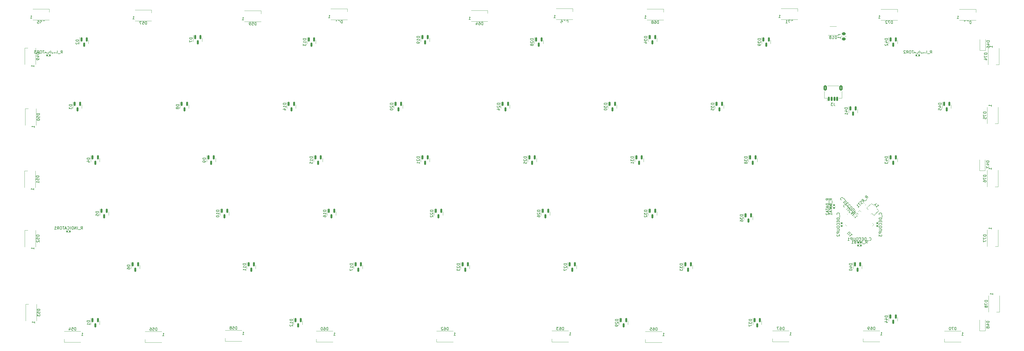
<source format=gbo>
%TF.GenerationSoftware,KiCad,Pcbnew,5.99.0-1.20210419gite0f69ad.fc33*%
%TF.CreationDate,2021-04-20T05:27:24+03:00*%
%TF.ProjectId,UniversalTKL,556e6976-6572-4736-916c-544b4c2e6b69,rev?*%
%TF.SameCoordinates,Original*%
%TF.FileFunction,Legend,Bot*%
%TF.FilePolarity,Positive*%
%FSLAX46Y46*%
G04 Gerber Fmt 4.6, Leading zero omitted, Abs format (unit mm)*
G04 Created by KiCad (PCBNEW 5.99.0-1.20210419gite0f69ad.fc33) date 2021-04-20 05:27:24*
%MOMM*%
%LPD*%
G01*
G04 APERTURE LIST*
G04 Aperture macros list*
%AMRoundRect*
0 Rectangle with rounded corners*
0 $1 Rounding radius*
0 $2 $3 $4 $5 $6 $7 $8 $9 X,Y pos of 4 corners*
0 Add a 4 corners polygon primitive as box body*
4,1,4,$2,$3,$4,$5,$6,$7,$8,$9,$2,$3,0*
0 Add four circle primitives for the rounded corners*
1,1,$1+$1,$2,$3*
1,1,$1+$1,$4,$5*
1,1,$1+$1,$6,$7*
1,1,$1+$1,$8,$9*
0 Add four rect primitives between the rounded corners*
20,1,$1+$1,$2,$3,$4,$5,0*
20,1,$1+$1,$4,$5,$6,$7,0*
20,1,$1+$1,$6,$7,$8,$9,0*
20,1,$1+$1,$8,$9,$2,$3,0*%
%AMHorizOval*
0 Thick line with rounded ends*
0 $1 width*
0 $2 $3 position (X,Y) of the first rounded end (center of the circle)*
0 $4 $5 position (X,Y) of the second rounded end (center of the circle)*
0 Add line between two ends*
20,1,$1,$2,$3,$4,$5,0*
0 Add two circle primitives to create the rounded ends*
1,1,$1,$2,$3*
1,1,$1,$4,$5*%
%AMRotRect*
0 Rectangle, with rotation*
0 The origin of the aperture is its center*
0 $1 length*
0 $2 width*
0 $3 Rotation angle, in degrees counterclockwise*
0 Add horizontal line*
21,1,$1,$2,0,0,$3*%
G04 Aperture macros list end*
%ADD10C,0.150000*%
%ADD11C,0.120000*%
%ADD12C,1.750000*%
%ADD13C,3.987800*%
%ADD14C,2.250000*%
%ADD15HorizOval,2.250000X0.655001X0.730000X-0.655001X-0.730000X0*%
%ADD16HorizOval,2.250000X0.020000X0.290000X-0.020000X-0.290000X0*%
%ADD17HorizOval,2.200000X0.681998X0.731354X-0.681998X-0.731354X0*%
%ADD18HorizOval,2.300000X0.015701X0.299589X-0.015701X-0.299589X0*%
%ADD19R,0.850000X1.600000*%
%ADD20R,1.600000X0.850000*%
%ADD21HorizOval,2.300000X0.681998X0.731354X-0.681998X-0.731354X0*%
%ADD22HorizOval,2.300000X0.008725X0.249848X-0.008725X-0.249848X0*%
%ADD23HorizOval,2.300000X0.647898X0.694786X-0.647898X-0.694786X0*%
%ADD24C,3.048000*%
%ADD25C,0.750000*%
%ADD26O,1.100000X2.200000*%
%ADD27O,1.100000X1.700000*%
%ADD28C,1.905000*%
%ADD29R,1.905000X1.905000*%
%ADD30R,1.700000X1.700000*%
%ADD31O,1.700000X1.700000*%
%ADD32C,1.701800*%
%ADD33HorizOval,2.300000X0.299589X-0.015701X-0.299589X0.015701X0*%
%ADD34HorizOval,2.300000X0.705988X-0.635674X-0.705988X0.635674X0*%
%ADD35RoundRect,0.135000X-0.185000X0.135000X-0.185000X-0.135000X0.185000X-0.135000X0.185000X0.135000X0*%
%ADD36RoundRect,0.150000X-0.150000X0.587500X-0.150000X-0.587500X0.150000X-0.587500X0.150000X0.587500X0*%
%ADD37RoundRect,0.135000X0.135000X0.185000X-0.135000X0.185000X-0.135000X-0.185000X0.135000X-0.185000X0*%
%ADD38RoundRect,0.140000X0.219203X0.021213X0.021213X0.219203X-0.219203X-0.021213X-0.021213X-0.219203X0*%
%ADD39RoundRect,0.150000X-0.150000X-0.625000X0.150000X-0.625000X0.150000X0.625000X-0.150000X0.625000X0*%
%ADD40RoundRect,0.250000X-0.350000X-0.650000X0.350000X-0.650000X0.350000X0.650000X-0.350000X0.650000X0*%
%ADD41R,1.200000X0.900000*%
%ADD42RoundRect,0.135000X-0.035355X0.226274X-0.226274X0.035355X0.035355X-0.226274X0.226274X-0.035355X0*%
%ADD43RoundRect,0.140000X0.140000X0.170000X-0.140000X0.170000X-0.140000X-0.170000X0.140000X-0.170000X0*%
%ADD44R,1.400000X1.200000*%
%ADD45R,1.400000X1.000000*%
%ADD46RoundRect,0.140000X0.170000X-0.140000X0.170000X0.140000X-0.170000X0.140000X-0.170000X-0.140000X0*%
%ADD47RoundRect,0.243750X-0.456250X0.243750X-0.456250X-0.243750X0.456250X-0.243750X0.456250X0.243750X0*%
%ADD48RoundRect,0.140000X-0.170000X0.140000X-0.170000X-0.140000X0.170000X-0.140000X0.170000X0.140000X0*%
%ADD49RotRect,0.400000X1.900000X135.000000*%
%ADD50RoundRect,0.062500X-0.380070X0.291682X0.291682X-0.380070X0.380070X-0.291682X-0.291682X0.380070X0*%
%ADD51RoundRect,0.062500X-0.380070X-0.291682X-0.291682X-0.380070X0.380070X0.291682X0.291682X0.380070X0*%
%ADD52RotRect,5.200000X5.200000X315.000000*%
G04 APERTURE END LIST*
D10*
%TO.C,D78*%
X372532380Y-137305714D02*
X371532380Y-137305714D01*
X371532380Y-137543809D01*
X371580000Y-137686666D01*
X371675238Y-137781904D01*
X371770476Y-137829523D01*
X371960952Y-137877142D01*
X372103809Y-137877142D01*
X372294285Y-137829523D01*
X372389523Y-137781904D01*
X372484761Y-137686666D01*
X372532380Y-137543809D01*
X372532380Y-137305714D01*
X371532380Y-138210476D02*
X371532380Y-138877142D01*
X372532380Y-138448571D01*
X371960952Y-139400952D02*
X371913333Y-139305714D01*
X371865714Y-139258095D01*
X371770476Y-139210476D01*
X371722857Y-139210476D01*
X371627619Y-139258095D01*
X371580000Y-139305714D01*
X371532380Y-139400952D01*
X371532380Y-139591428D01*
X371580000Y-139686666D01*
X371627619Y-139734285D01*
X371722857Y-139781904D01*
X371770476Y-139781904D01*
X371865714Y-139734285D01*
X371913333Y-139686666D01*
X371960952Y-139591428D01*
X371960952Y-139400952D01*
X372008571Y-139305714D01*
X372056190Y-139258095D01*
X372151428Y-139210476D01*
X372341904Y-139210476D01*
X372437142Y-139258095D01*
X372484761Y-139305714D01*
X372532380Y-139400952D01*
X372532380Y-139591428D01*
X372484761Y-139686666D01*
X372437142Y-139734285D01*
X372341904Y-139781904D01*
X372151428Y-139781904D01*
X372056190Y-139734285D01*
X372008571Y-139686666D01*
X371960952Y-139591428D01*
X374407380Y-135305714D02*
X374407380Y-134734285D01*
X374407380Y-135020000D02*
X373407380Y-135020000D01*
X373550238Y-134924761D01*
X373645476Y-134829523D01*
X373693095Y-134734285D01*
%TO.C,D77*%
X372052380Y-113935714D02*
X371052380Y-113935714D01*
X371052380Y-114173809D01*
X371100000Y-114316666D01*
X371195238Y-114411904D01*
X371290476Y-114459523D01*
X371480952Y-114507142D01*
X371623809Y-114507142D01*
X371814285Y-114459523D01*
X371909523Y-114411904D01*
X372004761Y-114316666D01*
X372052380Y-114173809D01*
X372052380Y-113935714D01*
X371052380Y-114840476D02*
X371052380Y-115507142D01*
X372052380Y-115078571D01*
X371052380Y-115792857D02*
X371052380Y-116459523D01*
X372052380Y-116030952D01*
X373927380Y-111935714D02*
X373927380Y-111364285D01*
X373927380Y-111650000D02*
X372927380Y-111650000D01*
X373070238Y-111554761D01*
X373165476Y-111459523D01*
X373213095Y-111364285D01*
%TO.C,D76*%
X372002380Y-92665714D02*
X371002380Y-92665714D01*
X371002380Y-92903809D01*
X371050000Y-93046666D01*
X371145238Y-93141904D01*
X371240476Y-93189523D01*
X371430952Y-93237142D01*
X371573809Y-93237142D01*
X371764285Y-93189523D01*
X371859523Y-93141904D01*
X371954761Y-93046666D01*
X372002380Y-92903809D01*
X372002380Y-92665714D01*
X371002380Y-93570476D02*
X371002380Y-94237142D01*
X372002380Y-93808571D01*
X371002380Y-95046666D02*
X371002380Y-94856190D01*
X371050000Y-94760952D01*
X371097619Y-94713333D01*
X371240476Y-94618095D01*
X371430952Y-94570476D01*
X371811904Y-94570476D01*
X371907142Y-94618095D01*
X371954761Y-94665714D01*
X372002380Y-94760952D01*
X372002380Y-94951428D01*
X371954761Y-95046666D01*
X371907142Y-95094285D01*
X371811904Y-95141904D01*
X371573809Y-95141904D01*
X371478571Y-95094285D01*
X371430952Y-95046666D01*
X371383333Y-94951428D01*
X371383333Y-94760952D01*
X371430952Y-94665714D01*
X371478571Y-94618095D01*
X371573809Y-94570476D01*
X373877380Y-90665714D02*
X373877380Y-90094285D01*
X373877380Y-90380000D02*
X372877380Y-90380000D01*
X373020238Y-90284761D01*
X373115476Y-90189523D01*
X373163095Y-90094285D01*
%TO.C,D75*%
X372032380Y-70175714D02*
X371032380Y-70175714D01*
X371032380Y-70413809D01*
X371080000Y-70556666D01*
X371175238Y-70651904D01*
X371270476Y-70699523D01*
X371460952Y-70747142D01*
X371603809Y-70747142D01*
X371794285Y-70699523D01*
X371889523Y-70651904D01*
X371984761Y-70556666D01*
X372032380Y-70413809D01*
X372032380Y-70175714D01*
X371032380Y-71080476D02*
X371032380Y-71747142D01*
X372032380Y-71318571D01*
X371032380Y-72604285D02*
X371032380Y-72128095D01*
X371508571Y-72080476D01*
X371460952Y-72128095D01*
X371413333Y-72223333D01*
X371413333Y-72461428D01*
X371460952Y-72556666D01*
X371508571Y-72604285D01*
X371603809Y-72651904D01*
X371841904Y-72651904D01*
X371937142Y-72604285D01*
X371984761Y-72556666D01*
X372032380Y-72461428D01*
X372032380Y-72223333D01*
X371984761Y-72128095D01*
X371937142Y-72080476D01*
X373907380Y-68175714D02*
X373907380Y-67604285D01*
X373907380Y-67890000D02*
X372907380Y-67890000D01*
X373050238Y-67794761D01*
X373145476Y-67699523D01*
X373193095Y-67604285D01*
%TO.C,D74*%
X372342380Y-49185714D02*
X371342380Y-49185714D01*
X371342380Y-49423809D01*
X371390000Y-49566666D01*
X371485238Y-49661904D01*
X371580476Y-49709523D01*
X371770952Y-49757142D01*
X371913809Y-49757142D01*
X372104285Y-49709523D01*
X372199523Y-49661904D01*
X372294761Y-49566666D01*
X372342380Y-49423809D01*
X372342380Y-49185714D01*
X371342380Y-50090476D02*
X371342380Y-50757142D01*
X372342380Y-50328571D01*
X371675714Y-51566666D02*
X372342380Y-51566666D01*
X371294761Y-51328571D02*
X372009047Y-51090476D01*
X372009047Y-51709523D01*
X374217380Y-47185714D02*
X374217380Y-46614285D01*
X374217380Y-46900000D02*
X373217380Y-46900000D01*
X373360238Y-46804761D01*
X373455476Y-46709523D01*
X373503095Y-46614285D01*
%TO.C,D73*%
X366644285Y-38752380D02*
X366644285Y-37752380D01*
X366406190Y-37752380D01*
X366263333Y-37800000D01*
X366168095Y-37895238D01*
X366120476Y-37990476D01*
X366072857Y-38180952D01*
X366072857Y-38323809D01*
X366120476Y-38514285D01*
X366168095Y-38609523D01*
X366263333Y-38704761D01*
X366406190Y-38752380D01*
X366644285Y-38752380D01*
X365739523Y-37752380D02*
X365072857Y-37752380D01*
X365501428Y-38752380D01*
X364787142Y-37752380D02*
X364168095Y-37752380D01*
X364501428Y-38133333D01*
X364358571Y-38133333D01*
X364263333Y-38180952D01*
X364215714Y-38228571D01*
X364168095Y-38323809D01*
X364168095Y-38561904D01*
X364215714Y-38657142D01*
X364263333Y-38704761D01*
X364358571Y-38752380D01*
X364644285Y-38752380D01*
X364739523Y-38704761D01*
X364787142Y-38657142D01*
X361644285Y-36877380D02*
X362215714Y-36877380D01*
X361930000Y-36877380D02*
X361930000Y-35877380D01*
X362025238Y-36020238D01*
X362120476Y-36115476D01*
X362215714Y-36163095D01*
%TO.C,D72*%
X338694285Y-38702380D02*
X338694285Y-37702380D01*
X338456190Y-37702380D01*
X338313333Y-37750000D01*
X338218095Y-37845238D01*
X338170476Y-37940476D01*
X338122857Y-38130952D01*
X338122857Y-38273809D01*
X338170476Y-38464285D01*
X338218095Y-38559523D01*
X338313333Y-38654761D01*
X338456190Y-38702380D01*
X338694285Y-38702380D01*
X337789523Y-37702380D02*
X337122857Y-37702380D01*
X337551428Y-38702380D01*
X336789523Y-37797619D02*
X336741904Y-37750000D01*
X336646666Y-37702380D01*
X336408571Y-37702380D01*
X336313333Y-37750000D01*
X336265714Y-37797619D01*
X336218095Y-37892857D01*
X336218095Y-37988095D01*
X336265714Y-38130952D01*
X336837142Y-38702380D01*
X336218095Y-38702380D01*
X333694285Y-36827380D02*
X334265714Y-36827380D01*
X333980000Y-36827380D02*
X333980000Y-35827380D01*
X334075238Y-35970238D01*
X334170476Y-36065476D01*
X334265714Y-36113095D01*
%TO.C,D71*%
X303154285Y-38462380D02*
X303154285Y-37462380D01*
X302916190Y-37462380D01*
X302773333Y-37510000D01*
X302678095Y-37605238D01*
X302630476Y-37700476D01*
X302582857Y-37890952D01*
X302582857Y-38033809D01*
X302630476Y-38224285D01*
X302678095Y-38319523D01*
X302773333Y-38414761D01*
X302916190Y-38462380D01*
X303154285Y-38462380D01*
X302249523Y-37462380D02*
X301582857Y-37462380D01*
X302011428Y-38462380D01*
X300678095Y-38462380D02*
X301249523Y-38462380D01*
X300963809Y-38462380D02*
X300963809Y-37462380D01*
X301059047Y-37605238D01*
X301154285Y-37700476D01*
X301249523Y-37748095D01*
X298154285Y-36587380D02*
X298725714Y-36587380D01*
X298440000Y-36587380D02*
X298440000Y-35587380D01*
X298535238Y-35730238D01*
X298630476Y-35825476D01*
X298725714Y-35873095D01*
%TO.C,D70*%
X361314285Y-147842380D02*
X361314285Y-146842380D01*
X361076190Y-146842380D01*
X360933333Y-146890000D01*
X360838095Y-146985238D01*
X360790476Y-147080476D01*
X360742857Y-147270952D01*
X360742857Y-147413809D01*
X360790476Y-147604285D01*
X360838095Y-147699523D01*
X360933333Y-147794761D01*
X361076190Y-147842380D01*
X361314285Y-147842380D01*
X360409523Y-146842380D02*
X359742857Y-146842380D01*
X360171428Y-147842380D01*
X359171428Y-146842380D02*
X359076190Y-146842380D01*
X358980952Y-146890000D01*
X358933333Y-146937619D01*
X358885714Y-147032857D01*
X358838095Y-147223333D01*
X358838095Y-147461428D01*
X358885714Y-147651904D01*
X358933333Y-147747142D01*
X358980952Y-147794761D01*
X359076190Y-147842380D01*
X359171428Y-147842380D01*
X359266666Y-147794761D01*
X359314285Y-147747142D01*
X359361904Y-147651904D01*
X359409523Y-147461428D01*
X359409523Y-147223333D01*
X359361904Y-147032857D01*
X359314285Y-146937619D01*
X359266666Y-146890000D01*
X359171428Y-146842380D01*
X363314285Y-149717380D02*
X363885714Y-149717380D01*
X363600000Y-149717380D02*
X363600000Y-148717380D01*
X363695238Y-148860238D01*
X363790476Y-148955476D01*
X363885714Y-149003095D01*
%TO.C,D69*%
X332384285Y-147752380D02*
X332384285Y-146752380D01*
X332146190Y-146752380D01*
X332003333Y-146800000D01*
X331908095Y-146895238D01*
X331860476Y-146990476D01*
X331812857Y-147180952D01*
X331812857Y-147323809D01*
X331860476Y-147514285D01*
X331908095Y-147609523D01*
X332003333Y-147704761D01*
X332146190Y-147752380D01*
X332384285Y-147752380D01*
X330955714Y-146752380D02*
X331146190Y-146752380D01*
X331241428Y-146800000D01*
X331289047Y-146847619D01*
X331384285Y-146990476D01*
X331431904Y-147180952D01*
X331431904Y-147561904D01*
X331384285Y-147657142D01*
X331336666Y-147704761D01*
X331241428Y-147752380D01*
X331050952Y-147752380D01*
X330955714Y-147704761D01*
X330908095Y-147657142D01*
X330860476Y-147561904D01*
X330860476Y-147323809D01*
X330908095Y-147228571D01*
X330955714Y-147180952D01*
X331050952Y-147133333D01*
X331241428Y-147133333D01*
X331336666Y-147180952D01*
X331384285Y-147228571D01*
X331431904Y-147323809D01*
X330384285Y-147752380D02*
X330193809Y-147752380D01*
X330098571Y-147704761D01*
X330050952Y-147657142D01*
X329955714Y-147514285D01*
X329908095Y-147323809D01*
X329908095Y-146942857D01*
X329955714Y-146847619D01*
X330003333Y-146800000D01*
X330098571Y-146752380D01*
X330289047Y-146752380D01*
X330384285Y-146800000D01*
X330431904Y-146847619D01*
X330479523Y-146942857D01*
X330479523Y-147180952D01*
X330431904Y-147276190D01*
X330384285Y-147323809D01*
X330289047Y-147371428D01*
X330098571Y-147371428D01*
X330003333Y-147323809D01*
X329955714Y-147276190D01*
X329908095Y-147180952D01*
X334384285Y-149627380D02*
X334955714Y-149627380D01*
X334670000Y-149627380D02*
X334670000Y-148627380D01*
X334765238Y-148770238D01*
X334860476Y-148865476D01*
X334955714Y-148913095D01*
%TO.C,D68*%
X255384285Y-38692380D02*
X255384285Y-37692380D01*
X255146190Y-37692380D01*
X255003333Y-37740000D01*
X254908095Y-37835238D01*
X254860476Y-37930476D01*
X254812857Y-38120952D01*
X254812857Y-38263809D01*
X254860476Y-38454285D01*
X254908095Y-38549523D01*
X255003333Y-38644761D01*
X255146190Y-38692380D01*
X255384285Y-38692380D01*
X253955714Y-37692380D02*
X254146190Y-37692380D01*
X254241428Y-37740000D01*
X254289047Y-37787619D01*
X254384285Y-37930476D01*
X254431904Y-38120952D01*
X254431904Y-38501904D01*
X254384285Y-38597142D01*
X254336666Y-38644761D01*
X254241428Y-38692380D01*
X254050952Y-38692380D01*
X253955714Y-38644761D01*
X253908095Y-38597142D01*
X253860476Y-38501904D01*
X253860476Y-38263809D01*
X253908095Y-38168571D01*
X253955714Y-38120952D01*
X254050952Y-38073333D01*
X254241428Y-38073333D01*
X254336666Y-38120952D01*
X254384285Y-38168571D01*
X254431904Y-38263809D01*
X253289047Y-38120952D02*
X253384285Y-38073333D01*
X253431904Y-38025714D01*
X253479523Y-37930476D01*
X253479523Y-37882857D01*
X253431904Y-37787619D01*
X253384285Y-37740000D01*
X253289047Y-37692380D01*
X253098571Y-37692380D01*
X253003333Y-37740000D01*
X252955714Y-37787619D01*
X252908095Y-37882857D01*
X252908095Y-37930476D01*
X252955714Y-38025714D01*
X253003333Y-38073333D01*
X253098571Y-38120952D01*
X253289047Y-38120952D01*
X253384285Y-38168571D01*
X253431904Y-38216190D01*
X253479523Y-38311428D01*
X253479523Y-38501904D01*
X253431904Y-38597142D01*
X253384285Y-38644761D01*
X253289047Y-38692380D01*
X253098571Y-38692380D01*
X253003333Y-38644761D01*
X252955714Y-38597142D01*
X252908095Y-38501904D01*
X252908095Y-38311428D01*
X252955714Y-38216190D01*
X253003333Y-38168571D01*
X253098571Y-38120952D01*
X250384285Y-36817380D02*
X250955714Y-36817380D01*
X250670000Y-36817380D02*
X250670000Y-35817380D01*
X250765238Y-35960238D01*
X250860476Y-36055476D01*
X250955714Y-36103095D01*
%TO.C,D67*%
X300054285Y-147792380D02*
X300054285Y-146792380D01*
X299816190Y-146792380D01*
X299673333Y-146840000D01*
X299578095Y-146935238D01*
X299530476Y-147030476D01*
X299482857Y-147220952D01*
X299482857Y-147363809D01*
X299530476Y-147554285D01*
X299578095Y-147649523D01*
X299673333Y-147744761D01*
X299816190Y-147792380D01*
X300054285Y-147792380D01*
X298625714Y-146792380D02*
X298816190Y-146792380D01*
X298911428Y-146840000D01*
X298959047Y-146887619D01*
X299054285Y-147030476D01*
X299101904Y-147220952D01*
X299101904Y-147601904D01*
X299054285Y-147697142D01*
X299006666Y-147744761D01*
X298911428Y-147792380D01*
X298720952Y-147792380D01*
X298625714Y-147744761D01*
X298578095Y-147697142D01*
X298530476Y-147601904D01*
X298530476Y-147363809D01*
X298578095Y-147268571D01*
X298625714Y-147220952D01*
X298720952Y-147173333D01*
X298911428Y-147173333D01*
X299006666Y-147220952D01*
X299054285Y-147268571D01*
X299101904Y-147363809D01*
X298197142Y-146792380D02*
X297530476Y-146792380D01*
X297959047Y-147792380D01*
X302054285Y-149667380D02*
X302625714Y-149667380D01*
X302340000Y-149667380D02*
X302340000Y-148667380D01*
X302435238Y-148810238D01*
X302530476Y-148905476D01*
X302625714Y-148953095D01*
%TO.C,D66*%
X223074285Y-38502380D02*
X223074285Y-37502380D01*
X222836190Y-37502380D01*
X222693333Y-37550000D01*
X222598095Y-37645238D01*
X222550476Y-37740476D01*
X222502857Y-37930952D01*
X222502857Y-38073809D01*
X222550476Y-38264285D01*
X222598095Y-38359523D01*
X222693333Y-38454761D01*
X222836190Y-38502380D01*
X223074285Y-38502380D01*
X221645714Y-37502380D02*
X221836190Y-37502380D01*
X221931428Y-37550000D01*
X221979047Y-37597619D01*
X222074285Y-37740476D01*
X222121904Y-37930952D01*
X222121904Y-38311904D01*
X222074285Y-38407142D01*
X222026666Y-38454761D01*
X221931428Y-38502380D01*
X221740952Y-38502380D01*
X221645714Y-38454761D01*
X221598095Y-38407142D01*
X221550476Y-38311904D01*
X221550476Y-38073809D01*
X221598095Y-37978571D01*
X221645714Y-37930952D01*
X221740952Y-37883333D01*
X221931428Y-37883333D01*
X222026666Y-37930952D01*
X222074285Y-37978571D01*
X222121904Y-38073809D01*
X220693333Y-37502380D02*
X220883809Y-37502380D01*
X220979047Y-37550000D01*
X221026666Y-37597619D01*
X221121904Y-37740476D01*
X221169523Y-37930952D01*
X221169523Y-38311904D01*
X221121904Y-38407142D01*
X221074285Y-38454761D01*
X220979047Y-38502380D01*
X220788571Y-38502380D01*
X220693333Y-38454761D01*
X220645714Y-38407142D01*
X220598095Y-38311904D01*
X220598095Y-38073809D01*
X220645714Y-37978571D01*
X220693333Y-37930952D01*
X220788571Y-37883333D01*
X220979047Y-37883333D01*
X221074285Y-37930952D01*
X221121904Y-37978571D01*
X221169523Y-38073809D01*
X218074285Y-36627380D02*
X218645714Y-36627380D01*
X218360000Y-36627380D02*
X218360000Y-35627380D01*
X218455238Y-35770238D01*
X218550476Y-35865476D01*
X218645714Y-35913095D01*
%TO.C,D65*%
X254834285Y-148012380D02*
X254834285Y-147012380D01*
X254596190Y-147012380D01*
X254453333Y-147060000D01*
X254358095Y-147155238D01*
X254310476Y-147250476D01*
X254262857Y-147440952D01*
X254262857Y-147583809D01*
X254310476Y-147774285D01*
X254358095Y-147869523D01*
X254453333Y-147964761D01*
X254596190Y-148012380D01*
X254834285Y-148012380D01*
X253405714Y-147012380D02*
X253596190Y-147012380D01*
X253691428Y-147060000D01*
X253739047Y-147107619D01*
X253834285Y-147250476D01*
X253881904Y-147440952D01*
X253881904Y-147821904D01*
X253834285Y-147917142D01*
X253786666Y-147964761D01*
X253691428Y-148012380D01*
X253500952Y-148012380D01*
X253405714Y-147964761D01*
X253358095Y-147917142D01*
X253310476Y-147821904D01*
X253310476Y-147583809D01*
X253358095Y-147488571D01*
X253405714Y-147440952D01*
X253500952Y-147393333D01*
X253691428Y-147393333D01*
X253786666Y-147440952D01*
X253834285Y-147488571D01*
X253881904Y-147583809D01*
X252405714Y-147012380D02*
X252881904Y-147012380D01*
X252929523Y-147488571D01*
X252881904Y-147440952D01*
X252786666Y-147393333D01*
X252548571Y-147393333D01*
X252453333Y-147440952D01*
X252405714Y-147488571D01*
X252358095Y-147583809D01*
X252358095Y-147821904D01*
X252405714Y-147917142D01*
X252453333Y-147964761D01*
X252548571Y-148012380D01*
X252786666Y-148012380D01*
X252881904Y-147964761D01*
X252929523Y-147917142D01*
X256834285Y-149887380D02*
X257405714Y-149887380D01*
X257120000Y-149887380D02*
X257120000Y-148887380D01*
X257215238Y-149030238D01*
X257310476Y-149125476D01*
X257405714Y-149173095D01*
%TO.C,D64*%
X192794285Y-39142380D02*
X192794285Y-38142380D01*
X192556190Y-38142380D01*
X192413333Y-38190000D01*
X192318095Y-38285238D01*
X192270476Y-38380476D01*
X192222857Y-38570952D01*
X192222857Y-38713809D01*
X192270476Y-38904285D01*
X192318095Y-38999523D01*
X192413333Y-39094761D01*
X192556190Y-39142380D01*
X192794285Y-39142380D01*
X191365714Y-38142380D02*
X191556190Y-38142380D01*
X191651428Y-38190000D01*
X191699047Y-38237619D01*
X191794285Y-38380476D01*
X191841904Y-38570952D01*
X191841904Y-38951904D01*
X191794285Y-39047142D01*
X191746666Y-39094761D01*
X191651428Y-39142380D01*
X191460952Y-39142380D01*
X191365714Y-39094761D01*
X191318095Y-39047142D01*
X191270476Y-38951904D01*
X191270476Y-38713809D01*
X191318095Y-38618571D01*
X191365714Y-38570952D01*
X191460952Y-38523333D01*
X191651428Y-38523333D01*
X191746666Y-38570952D01*
X191794285Y-38618571D01*
X191841904Y-38713809D01*
X190413333Y-38475714D02*
X190413333Y-39142380D01*
X190651428Y-38094761D02*
X190889523Y-38809047D01*
X190270476Y-38809047D01*
X187794285Y-37267380D02*
X188365714Y-37267380D01*
X188080000Y-37267380D02*
X188080000Y-36267380D01*
X188175238Y-36410238D01*
X188270476Y-36505476D01*
X188365714Y-36553095D01*
%TO.C,D63*%
X221564285Y-147832380D02*
X221564285Y-146832380D01*
X221326190Y-146832380D01*
X221183333Y-146880000D01*
X221088095Y-146975238D01*
X221040476Y-147070476D01*
X220992857Y-147260952D01*
X220992857Y-147403809D01*
X221040476Y-147594285D01*
X221088095Y-147689523D01*
X221183333Y-147784761D01*
X221326190Y-147832380D01*
X221564285Y-147832380D01*
X220135714Y-146832380D02*
X220326190Y-146832380D01*
X220421428Y-146880000D01*
X220469047Y-146927619D01*
X220564285Y-147070476D01*
X220611904Y-147260952D01*
X220611904Y-147641904D01*
X220564285Y-147737142D01*
X220516666Y-147784761D01*
X220421428Y-147832380D01*
X220230952Y-147832380D01*
X220135714Y-147784761D01*
X220088095Y-147737142D01*
X220040476Y-147641904D01*
X220040476Y-147403809D01*
X220088095Y-147308571D01*
X220135714Y-147260952D01*
X220230952Y-147213333D01*
X220421428Y-147213333D01*
X220516666Y-147260952D01*
X220564285Y-147308571D01*
X220611904Y-147403809D01*
X219707142Y-146832380D02*
X219088095Y-146832380D01*
X219421428Y-147213333D01*
X219278571Y-147213333D01*
X219183333Y-147260952D01*
X219135714Y-147308571D01*
X219088095Y-147403809D01*
X219088095Y-147641904D01*
X219135714Y-147737142D01*
X219183333Y-147784761D01*
X219278571Y-147832380D01*
X219564285Y-147832380D01*
X219659523Y-147784761D01*
X219707142Y-147737142D01*
X223564285Y-149707380D02*
X224135714Y-149707380D01*
X223850000Y-149707380D02*
X223850000Y-148707380D01*
X223945238Y-148850238D01*
X224040476Y-148945476D01*
X224135714Y-148993095D01*
%TO.C,D62*%
X180454285Y-147892380D02*
X180454285Y-146892380D01*
X180216190Y-146892380D01*
X180073333Y-146940000D01*
X179978095Y-147035238D01*
X179930476Y-147130476D01*
X179882857Y-147320952D01*
X179882857Y-147463809D01*
X179930476Y-147654285D01*
X179978095Y-147749523D01*
X180073333Y-147844761D01*
X180216190Y-147892380D01*
X180454285Y-147892380D01*
X179025714Y-146892380D02*
X179216190Y-146892380D01*
X179311428Y-146940000D01*
X179359047Y-146987619D01*
X179454285Y-147130476D01*
X179501904Y-147320952D01*
X179501904Y-147701904D01*
X179454285Y-147797142D01*
X179406666Y-147844761D01*
X179311428Y-147892380D01*
X179120952Y-147892380D01*
X179025714Y-147844761D01*
X178978095Y-147797142D01*
X178930476Y-147701904D01*
X178930476Y-147463809D01*
X178978095Y-147368571D01*
X179025714Y-147320952D01*
X179120952Y-147273333D01*
X179311428Y-147273333D01*
X179406666Y-147320952D01*
X179454285Y-147368571D01*
X179501904Y-147463809D01*
X178549523Y-146987619D02*
X178501904Y-146940000D01*
X178406666Y-146892380D01*
X178168571Y-146892380D01*
X178073333Y-146940000D01*
X178025714Y-146987619D01*
X177978095Y-147082857D01*
X177978095Y-147178095D01*
X178025714Y-147320952D01*
X178597142Y-147892380D01*
X177978095Y-147892380D01*
X182454285Y-149767380D02*
X183025714Y-149767380D01*
X182740000Y-149767380D02*
X182740000Y-148767380D01*
X182835238Y-148910238D01*
X182930476Y-149005476D01*
X183025714Y-149053095D01*
%TO.C,D61*%
X142784285Y-38532380D02*
X142784285Y-37532380D01*
X142546190Y-37532380D01*
X142403333Y-37580000D01*
X142308095Y-37675238D01*
X142260476Y-37770476D01*
X142212857Y-37960952D01*
X142212857Y-38103809D01*
X142260476Y-38294285D01*
X142308095Y-38389523D01*
X142403333Y-38484761D01*
X142546190Y-38532380D01*
X142784285Y-38532380D01*
X141355714Y-37532380D02*
X141546190Y-37532380D01*
X141641428Y-37580000D01*
X141689047Y-37627619D01*
X141784285Y-37770476D01*
X141831904Y-37960952D01*
X141831904Y-38341904D01*
X141784285Y-38437142D01*
X141736666Y-38484761D01*
X141641428Y-38532380D01*
X141450952Y-38532380D01*
X141355714Y-38484761D01*
X141308095Y-38437142D01*
X141260476Y-38341904D01*
X141260476Y-38103809D01*
X141308095Y-38008571D01*
X141355714Y-37960952D01*
X141450952Y-37913333D01*
X141641428Y-37913333D01*
X141736666Y-37960952D01*
X141784285Y-38008571D01*
X141831904Y-38103809D01*
X140308095Y-38532380D02*
X140879523Y-38532380D01*
X140593809Y-38532380D02*
X140593809Y-37532380D01*
X140689047Y-37675238D01*
X140784285Y-37770476D01*
X140879523Y-37818095D01*
X137784285Y-36657380D02*
X138355714Y-36657380D01*
X138070000Y-36657380D02*
X138070000Y-35657380D01*
X138165238Y-35800238D01*
X138260476Y-35895476D01*
X138355714Y-35943095D01*
%TO.C,D60*%
X137624285Y-147912380D02*
X137624285Y-146912380D01*
X137386190Y-146912380D01*
X137243333Y-146960000D01*
X137148095Y-147055238D01*
X137100476Y-147150476D01*
X137052857Y-147340952D01*
X137052857Y-147483809D01*
X137100476Y-147674285D01*
X137148095Y-147769523D01*
X137243333Y-147864761D01*
X137386190Y-147912380D01*
X137624285Y-147912380D01*
X136195714Y-146912380D02*
X136386190Y-146912380D01*
X136481428Y-146960000D01*
X136529047Y-147007619D01*
X136624285Y-147150476D01*
X136671904Y-147340952D01*
X136671904Y-147721904D01*
X136624285Y-147817142D01*
X136576666Y-147864761D01*
X136481428Y-147912380D01*
X136290952Y-147912380D01*
X136195714Y-147864761D01*
X136148095Y-147817142D01*
X136100476Y-147721904D01*
X136100476Y-147483809D01*
X136148095Y-147388571D01*
X136195714Y-147340952D01*
X136290952Y-147293333D01*
X136481428Y-147293333D01*
X136576666Y-147340952D01*
X136624285Y-147388571D01*
X136671904Y-147483809D01*
X135481428Y-146912380D02*
X135386190Y-146912380D01*
X135290952Y-146960000D01*
X135243333Y-147007619D01*
X135195714Y-147102857D01*
X135148095Y-147293333D01*
X135148095Y-147531428D01*
X135195714Y-147721904D01*
X135243333Y-147817142D01*
X135290952Y-147864761D01*
X135386190Y-147912380D01*
X135481428Y-147912380D01*
X135576666Y-147864761D01*
X135624285Y-147817142D01*
X135671904Y-147721904D01*
X135719523Y-147531428D01*
X135719523Y-147293333D01*
X135671904Y-147102857D01*
X135624285Y-147007619D01*
X135576666Y-146960000D01*
X135481428Y-146912380D01*
X139624285Y-149787380D02*
X140195714Y-149787380D01*
X139910000Y-149787380D02*
X139910000Y-148787380D01*
X140005238Y-148930238D01*
X140100476Y-149025476D01*
X140195714Y-149073095D01*
%TO.C,D59*%
X112064285Y-39242380D02*
X112064285Y-38242380D01*
X111826190Y-38242380D01*
X111683333Y-38290000D01*
X111588095Y-38385238D01*
X111540476Y-38480476D01*
X111492857Y-38670952D01*
X111492857Y-38813809D01*
X111540476Y-39004285D01*
X111588095Y-39099523D01*
X111683333Y-39194761D01*
X111826190Y-39242380D01*
X112064285Y-39242380D01*
X110588095Y-38242380D02*
X111064285Y-38242380D01*
X111111904Y-38718571D01*
X111064285Y-38670952D01*
X110969047Y-38623333D01*
X110730952Y-38623333D01*
X110635714Y-38670952D01*
X110588095Y-38718571D01*
X110540476Y-38813809D01*
X110540476Y-39051904D01*
X110588095Y-39147142D01*
X110635714Y-39194761D01*
X110730952Y-39242380D01*
X110969047Y-39242380D01*
X111064285Y-39194761D01*
X111111904Y-39147142D01*
X110064285Y-39242380D02*
X109873809Y-39242380D01*
X109778571Y-39194761D01*
X109730952Y-39147142D01*
X109635714Y-39004285D01*
X109588095Y-38813809D01*
X109588095Y-38432857D01*
X109635714Y-38337619D01*
X109683333Y-38290000D01*
X109778571Y-38242380D01*
X109969047Y-38242380D01*
X110064285Y-38290000D01*
X110111904Y-38337619D01*
X110159523Y-38432857D01*
X110159523Y-38670952D01*
X110111904Y-38766190D01*
X110064285Y-38813809D01*
X109969047Y-38861428D01*
X109778571Y-38861428D01*
X109683333Y-38813809D01*
X109635714Y-38766190D01*
X109588095Y-38670952D01*
X107064285Y-37367380D02*
X107635714Y-37367380D01*
X107350000Y-37367380D02*
X107350000Y-36367380D01*
X107445238Y-36510238D01*
X107540476Y-36605476D01*
X107635714Y-36653095D01*
%TO.C,D58*%
X105184285Y-147622380D02*
X105184285Y-146622380D01*
X104946190Y-146622380D01*
X104803333Y-146670000D01*
X104708095Y-146765238D01*
X104660476Y-146860476D01*
X104612857Y-147050952D01*
X104612857Y-147193809D01*
X104660476Y-147384285D01*
X104708095Y-147479523D01*
X104803333Y-147574761D01*
X104946190Y-147622380D01*
X105184285Y-147622380D01*
X103708095Y-146622380D02*
X104184285Y-146622380D01*
X104231904Y-147098571D01*
X104184285Y-147050952D01*
X104089047Y-147003333D01*
X103850952Y-147003333D01*
X103755714Y-147050952D01*
X103708095Y-147098571D01*
X103660476Y-147193809D01*
X103660476Y-147431904D01*
X103708095Y-147527142D01*
X103755714Y-147574761D01*
X103850952Y-147622380D01*
X104089047Y-147622380D01*
X104184285Y-147574761D01*
X104231904Y-147527142D01*
X103089047Y-147050952D02*
X103184285Y-147003333D01*
X103231904Y-146955714D01*
X103279523Y-146860476D01*
X103279523Y-146812857D01*
X103231904Y-146717619D01*
X103184285Y-146670000D01*
X103089047Y-146622380D01*
X102898571Y-146622380D01*
X102803333Y-146670000D01*
X102755714Y-146717619D01*
X102708095Y-146812857D01*
X102708095Y-146860476D01*
X102755714Y-146955714D01*
X102803333Y-147003333D01*
X102898571Y-147050952D01*
X103089047Y-147050952D01*
X103184285Y-147098571D01*
X103231904Y-147146190D01*
X103279523Y-147241428D01*
X103279523Y-147431904D01*
X103231904Y-147527142D01*
X103184285Y-147574761D01*
X103089047Y-147622380D01*
X102898571Y-147622380D01*
X102803333Y-147574761D01*
X102755714Y-147527142D01*
X102708095Y-147431904D01*
X102708095Y-147241428D01*
X102755714Y-147146190D01*
X102803333Y-147098571D01*
X102898571Y-147050952D01*
X107184285Y-149497380D02*
X107755714Y-149497380D01*
X107470000Y-149497380D02*
X107470000Y-148497380D01*
X107565238Y-148640238D01*
X107660476Y-148735476D01*
X107755714Y-148783095D01*
%TO.C,D57*%
X73084285Y-38952380D02*
X73084285Y-37952380D01*
X72846190Y-37952380D01*
X72703333Y-38000000D01*
X72608095Y-38095238D01*
X72560476Y-38190476D01*
X72512857Y-38380952D01*
X72512857Y-38523809D01*
X72560476Y-38714285D01*
X72608095Y-38809523D01*
X72703333Y-38904761D01*
X72846190Y-38952380D01*
X73084285Y-38952380D01*
X71608095Y-37952380D02*
X72084285Y-37952380D01*
X72131904Y-38428571D01*
X72084285Y-38380952D01*
X71989047Y-38333333D01*
X71750952Y-38333333D01*
X71655714Y-38380952D01*
X71608095Y-38428571D01*
X71560476Y-38523809D01*
X71560476Y-38761904D01*
X71608095Y-38857142D01*
X71655714Y-38904761D01*
X71750952Y-38952380D01*
X71989047Y-38952380D01*
X72084285Y-38904761D01*
X72131904Y-38857142D01*
X71227142Y-37952380D02*
X70560476Y-37952380D01*
X70989047Y-38952380D01*
X68084285Y-37077380D02*
X68655714Y-37077380D01*
X68370000Y-37077380D02*
X68370000Y-36077380D01*
X68465238Y-36220238D01*
X68560476Y-36315476D01*
X68655714Y-36363095D01*
%TO.C,D56*%
X76694285Y-148052380D02*
X76694285Y-147052380D01*
X76456190Y-147052380D01*
X76313333Y-147100000D01*
X76218095Y-147195238D01*
X76170476Y-147290476D01*
X76122857Y-147480952D01*
X76122857Y-147623809D01*
X76170476Y-147814285D01*
X76218095Y-147909523D01*
X76313333Y-148004761D01*
X76456190Y-148052380D01*
X76694285Y-148052380D01*
X75218095Y-147052380D02*
X75694285Y-147052380D01*
X75741904Y-147528571D01*
X75694285Y-147480952D01*
X75599047Y-147433333D01*
X75360952Y-147433333D01*
X75265714Y-147480952D01*
X75218095Y-147528571D01*
X75170476Y-147623809D01*
X75170476Y-147861904D01*
X75218095Y-147957142D01*
X75265714Y-148004761D01*
X75360952Y-148052380D01*
X75599047Y-148052380D01*
X75694285Y-148004761D01*
X75741904Y-147957142D01*
X74313333Y-147052380D02*
X74503809Y-147052380D01*
X74599047Y-147100000D01*
X74646666Y-147147619D01*
X74741904Y-147290476D01*
X74789523Y-147480952D01*
X74789523Y-147861904D01*
X74741904Y-147957142D01*
X74694285Y-148004761D01*
X74599047Y-148052380D01*
X74408571Y-148052380D01*
X74313333Y-148004761D01*
X74265714Y-147957142D01*
X74218095Y-147861904D01*
X74218095Y-147623809D01*
X74265714Y-147528571D01*
X74313333Y-147480952D01*
X74408571Y-147433333D01*
X74599047Y-147433333D01*
X74694285Y-147480952D01*
X74741904Y-147528571D01*
X74789523Y-147623809D01*
X78694285Y-149927380D02*
X79265714Y-149927380D01*
X78980000Y-149927380D02*
X78980000Y-148927380D01*
X79075238Y-149070238D01*
X79170476Y-149165476D01*
X79265714Y-149213095D01*
%TO.C,D55*%
X36654285Y-38672380D02*
X36654285Y-37672380D01*
X36416190Y-37672380D01*
X36273333Y-37720000D01*
X36178095Y-37815238D01*
X36130476Y-37910476D01*
X36082857Y-38100952D01*
X36082857Y-38243809D01*
X36130476Y-38434285D01*
X36178095Y-38529523D01*
X36273333Y-38624761D01*
X36416190Y-38672380D01*
X36654285Y-38672380D01*
X35178095Y-37672380D02*
X35654285Y-37672380D01*
X35701904Y-38148571D01*
X35654285Y-38100952D01*
X35559047Y-38053333D01*
X35320952Y-38053333D01*
X35225714Y-38100952D01*
X35178095Y-38148571D01*
X35130476Y-38243809D01*
X35130476Y-38481904D01*
X35178095Y-38577142D01*
X35225714Y-38624761D01*
X35320952Y-38672380D01*
X35559047Y-38672380D01*
X35654285Y-38624761D01*
X35701904Y-38577142D01*
X34225714Y-37672380D02*
X34701904Y-37672380D01*
X34749523Y-38148571D01*
X34701904Y-38100952D01*
X34606666Y-38053333D01*
X34368571Y-38053333D01*
X34273333Y-38100952D01*
X34225714Y-38148571D01*
X34178095Y-38243809D01*
X34178095Y-38481904D01*
X34225714Y-38577142D01*
X34273333Y-38624761D01*
X34368571Y-38672380D01*
X34606666Y-38672380D01*
X34701904Y-38624761D01*
X34749523Y-38577142D01*
X31654285Y-36797380D02*
X32225714Y-36797380D01*
X31940000Y-36797380D02*
X31940000Y-35797380D01*
X32035238Y-35940238D01*
X32130476Y-36035476D01*
X32225714Y-36083095D01*
%TO.C,D54*%
X47854285Y-147932380D02*
X47854285Y-146932380D01*
X47616190Y-146932380D01*
X47473333Y-146980000D01*
X47378095Y-147075238D01*
X47330476Y-147170476D01*
X47282857Y-147360952D01*
X47282857Y-147503809D01*
X47330476Y-147694285D01*
X47378095Y-147789523D01*
X47473333Y-147884761D01*
X47616190Y-147932380D01*
X47854285Y-147932380D01*
X46378095Y-146932380D02*
X46854285Y-146932380D01*
X46901904Y-147408571D01*
X46854285Y-147360952D01*
X46759047Y-147313333D01*
X46520952Y-147313333D01*
X46425714Y-147360952D01*
X46378095Y-147408571D01*
X46330476Y-147503809D01*
X46330476Y-147741904D01*
X46378095Y-147837142D01*
X46425714Y-147884761D01*
X46520952Y-147932380D01*
X46759047Y-147932380D01*
X46854285Y-147884761D01*
X46901904Y-147837142D01*
X45473333Y-147265714D02*
X45473333Y-147932380D01*
X45711428Y-146884761D02*
X45949523Y-147599047D01*
X45330476Y-147599047D01*
X49854285Y-149807380D02*
X50425714Y-149807380D01*
X50140000Y-149807380D02*
X50140000Y-148807380D01*
X50235238Y-148950238D01*
X50330476Y-149045476D01*
X50425714Y-149093095D01*
%TO.C,D53*%
X35112380Y-140395714D02*
X34112380Y-140395714D01*
X34112380Y-140633809D01*
X34160000Y-140776666D01*
X34255238Y-140871904D01*
X34350476Y-140919523D01*
X34540952Y-140967142D01*
X34683809Y-140967142D01*
X34874285Y-140919523D01*
X34969523Y-140871904D01*
X35064761Y-140776666D01*
X35112380Y-140633809D01*
X35112380Y-140395714D01*
X34112380Y-141871904D02*
X34112380Y-141395714D01*
X34588571Y-141348095D01*
X34540952Y-141395714D01*
X34493333Y-141490952D01*
X34493333Y-141729047D01*
X34540952Y-141824285D01*
X34588571Y-141871904D01*
X34683809Y-141919523D01*
X34921904Y-141919523D01*
X35017142Y-141871904D01*
X35064761Y-141824285D01*
X35112380Y-141729047D01*
X35112380Y-141490952D01*
X35064761Y-141395714D01*
X35017142Y-141348095D01*
X34112380Y-142252857D02*
X34112380Y-142871904D01*
X34493333Y-142538571D01*
X34493333Y-142681428D01*
X34540952Y-142776666D01*
X34588571Y-142824285D01*
X34683809Y-142871904D01*
X34921904Y-142871904D01*
X35017142Y-142824285D01*
X35064761Y-142776666D01*
X35112380Y-142681428D01*
X35112380Y-142395714D01*
X35064761Y-142300476D01*
X35017142Y-142252857D01*
X33237380Y-145395714D02*
X33237380Y-144824285D01*
X33237380Y-145110000D02*
X32237380Y-145110000D01*
X32380238Y-145014761D01*
X32475476Y-144919523D01*
X32523095Y-144824285D01*
%TO.C,D52*%
X34832380Y-114055714D02*
X33832380Y-114055714D01*
X33832380Y-114293809D01*
X33880000Y-114436666D01*
X33975238Y-114531904D01*
X34070476Y-114579523D01*
X34260952Y-114627142D01*
X34403809Y-114627142D01*
X34594285Y-114579523D01*
X34689523Y-114531904D01*
X34784761Y-114436666D01*
X34832380Y-114293809D01*
X34832380Y-114055714D01*
X33832380Y-115531904D02*
X33832380Y-115055714D01*
X34308571Y-115008095D01*
X34260952Y-115055714D01*
X34213333Y-115150952D01*
X34213333Y-115389047D01*
X34260952Y-115484285D01*
X34308571Y-115531904D01*
X34403809Y-115579523D01*
X34641904Y-115579523D01*
X34737142Y-115531904D01*
X34784761Y-115484285D01*
X34832380Y-115389047D01*
X34832380Y-115150952D01*
X34784761Y-115055714D01*
X34737142Y-115008095D01*
X33927619Y-115960476D02*
X33880000Y-116008095D01*
X33832380Y-116103333D01*
X33832380Y-116341428D01*
X33880000Y-116436666D01*
X33927619Y-116484285D01*
X34022857Y-116531904D01*
X34118095Y-116531904D01*
X34260952Y-116484285D01*
X34832380Y-115912857D01*
X34832380Y-116531904D01*
X32957380Y-119055714D02*
X32957380Y-118484285D01*
X32957380Y-118770000D02*
X31957380Y-118770000D01*
X32100238Y-118674761D01*
X32195476Y-118579523D01*
X32243095Y-118484285D01*
%TO.C,D51*%
X34742380Y-92935714D02*
X33742380Y-92935714D01*
X33742380Y-93173809D01*
X33790000Y-93316666D01*
X33885238Y-93411904D01*
X33980476Y-93459523D01*
X34170952Y-93507142D01*
X34313809Y-93507142D01*
X34504285Y-93459523D01*
X34599523Y-93411904D01*
X34694761Y-93316666D01*
X34742380Y-93173809D01*
X34742380Y-92935714D01*
X33742380Y-94411904D02*
X33742380Y-93935714D01*
X34218571Y-93888095D01*
X34170952Y-93935714D01*
X34123333Y-94030952D01*
X34123333Y-94269047D01*
X34170952Y-94364285D01*
X34218571Y-94411904D01*
X34313809Y-94459523D01*
X34551904Y-94459523D01*
X34647142Y-94411904D01*
X34694761Y-94364285D01*
X34742380Y-94269047D01*
X34742380Y-94030952D01*
X34694761Y-93935714D01*
X34647142Y-93888095D01*
X34742380Y-95411904D02*
X34742380Y-94840476D01*
X34742380Y-95126190D02*
X33742380Y-95126190D01*
X33885238Y-95030952D01*
X33980476Y-94935714D01*
X34028095Y-94840476D01*
X32867380Y-97935714D02*
X32867380Y-97364285D01*
X32867380Y-97650000D02*
X31867380Y-97650000D01*
X32010238Y-97554761D01*
X32105476Y-97459523D01*
X32153095Y-97364285D01*
%TO.C,D50*%
X34972380Y-70725714D02*
X33972380Y-70725714D01*
X33972380Y-70963809D01*
X34020000Y-71106666D01*
X34115238Y-71201904D01*
X34210476Y-71249523D01*
X34400952Y-71297142D01*
X34543809Y-71297142D01*
X34734285Y-71249523D01*
X34829523Y-71201904D01*
X34924761Y-71106666D01*
X34972380Y-70963809D01*
X34972380Y-70725714D01*
X33972380Y-72201904D02*
X33972380Y-71725714D01*
X34448571Y-71678095D01*
X34400952Y-71725714D01*
X34353333Y-71820952D01*
X34353333Y-72059047D01*
X34400952Y-72154285D01*
X34448571Y-72201904D01*
X34543809Y-72249523D01*
X34781904Y-72249523D01*
X34877142Y-72201904D01*
X34924761Y-72154285D01*
X34972380Y-72059047D01*
X34972380Y-71820952D01*
X34924761Y-71725714D01*
X34877142Y-71678095D01*
X33972380Y-72868571D02*
X33972380Y-72963809D01*
X34020000Y-73059047D01*
X34067619Y-73106666D01*
X34162857Y-73154285D01*
X34353333Y-73201904D01*
X34591428Y-73201904D01*
X34781904Y-73154285D01*
X34877142Y-73106666D01*
X34924761Y-73059047D01*
X34972380Y-72963809D01*
X34972380Y-72868571D01*
X34924761Y-72773333D01*
X34877142Y-72725714D01*
X34781904Y-72678095D01*
X34591428Y-72630476D01*
X34353333Y-72630476D01*
X34162857Y-72678095D01*
X34067619Y-72725714D01*
X34020000Y-72773333D01*
X33972380Y-72868571D01*
X33097380Y-75725714D02*
X33097380Y-75154285D01*
X33097380Y-75440000D02*
X32097380Y-75440000D01*
X32240238Y-75344761D01*
X32335476Y-75249523D01*
X32383095Y-75154285D01*
%TO.C,D49*%
X34802380Y-49105714D02*
X33802380Y-49105714D01*
X33802380Y-49343809D01*
X33850000Y-49486666D01*
X33945238Y-49581904D01*
X34040476Y-49629523D01*
X34230952Y-49677142D01*
X34373809Y-49677142D01*
X34564285Y-49629523D01*
X34659523Y-49581904D01*
X34754761Y-49486666D01*
X34802380Y-49343809D01*
X34802380Y-49105714D01*
X34135714Y-50534285D02*
X34802380Y-50534285D01*
X33754761Y-50296190D02*
X34469047Y-50058095D01*
X34469047Y-50677142D01*
X34802380Y-51105714D02*
X34802380Y-51296190D01*
X34754761Y-51391428D01*
X34707142Y-51439047D01*
X34564285Y-51534285D01*
X34373809Y-51581904D01*
X33992857Y-51581904D01*
X33897619Y-51534285D01*
X33850000Y-51486666D01*
X33802380Y-51391428D01*
X33802380Y-51200952D01*
X33850000Y-51105714D01*
X33897619Y-51058095D01*
X33992857Y-51010476D01*
X34230952Y-51010476D01*
X34326190Y-51058095D01*
X34373809Y-51105714D01*
X34421428Y-51200952D01*
X34421428Y-51391428D01*
X34373809Y-51486666D01*
X34326190Y-51534285D01*
X34230952Y-51581904D01*
X32927380Y-54105714D02*
X32927380Y-53534285D01*
X32927380Y-53820000D02*
X31927380Y-53820000D01*
X32070238Y-53724761D01*
X32165476Y-53629523D01*
X32213095Y-53534285D01*
%TO.C,R_DATA1*%
X317122380Y-101614285D02*
X316646190Y-101280952D01*
X317122380Y-101042857D02*
X316122380Y-101042857D01*
X316122380Y-101423809D01*
X316170000Y-101519047D01*
X316217619Y-101566666D01*
X316312857Y-101614285D01*
X316455714Y-101614285D01*
X316550952Y-101566666D01*
X316598571Y-101519047D01*
X316646190Y-101423809D01*
X316646190Y-101042857D01*
X317217619Y-101804761D02*
X317217619Y-102566666D01*
X317122380Y-102804761D02*
X316122380Y-102804761D01*
X316122380Y-103042857D01*
X316170000Y-103185714D01*
X316265238Y-103280952D01*
X316360476Y-103328571D01*
X316550952Y-103376190D01*
X316693809Y-103376190D01*
X316884285Y-103328571D01*
X316979523Y-103280952D01*
X317074761Y-103185714D01*
X317122380Y-103042857D01*
X317122380Y-102804761D01*
X316836666Y-103757142D02*
X316836666Y-104233333D01*
X317122380Y-103661904D02*
X316122380Y-103995238D01*
X317122380Y-104328571D01*
X316122380Y-104519047D02*
X316122380Y-105090476D01*
X317122380Y-104804761D02*
X316122380Y-104804761D01*
X316836666Y-105376190D02*
X316836666Y-105852380D01*
X317122380Y-105280952D02*
X316122380Y-105614285D01*
X317122380Y-105947619D01*
X317122380Y-106804761D02*
X317122380Y-106233333D01*
X317122380Y-106519047D02*
X316122380Y-106519047D01*
X316265238Y-106423809D01*
X316360476Y-106328571D01*
X316408095Y-106233333D01*
%TO.C,D29*%
X240939880Y-144041964D02*
X239939880Y-144041964D01*
X239939880Y-144280059D01*
X239987500Y-144422916D01*
X240082738Y-144518154D01*
X240177976Y-144565773D01*
X240368452Y-144613392D01*
X240511309Y-144613392D01*
X240701785Y-144565773D01*
X240797023Y-144518154D01*
X240892261Y-144422916D01*
X240939880Y-144280059D01*
X240939880Y-144041964D01*
X240035119Y-144994345D02*
X239987500Y-145041964D01*
X239939880Y-145137202D01*
X239939880Y-145375297D01*
X239987500Y-145470535D01*
X240035119Y-145518154D01*
X240130357Y-145565773D01*
X240225595Y-145565773D01*
X240368452Y-145518154D01*
X240939880Y-144946726D01*
X240939880Y-145565773D01*
X240939880Y-146041964D02*
X240939880Y-146232440D01*
X240892261Y-146327678D01*
X240844642Y-146375297D01*
X240701785Y-146470535D01*
X240511309Y-146518154D01*
X240130357Y-146518154D01*
X240035119Y-146470535D01*
X239987500Y-146422916D01*
X239939880Y-146327678D01*
X239939880Y-146137202D01*
X239987500Y-146041964D01*
X240035119Y-145994345D01*
X240130357Y-145946726D01*
X240368452Y-145946726D01*
X240463690Y-145994345D01*
X240511309Y-146041964D01*
X240558928Y-146137202D01*
X240558928Y-146327678D01*
X240511309Y-146422916D01*
X240463690Y-146470535D01*
X240368452Y-146518154D01*
%TO.C,R_INDICATOR3*%
X42480952Y-49288630D02*
X42814285Y-48812440D01*
X43052380Y-49288630D02*
X43052380Y-48288630D01*
X42671428Y-48288630D01*
X42576190Y-48336250D01*
X42528571Y-48383869D01*
X42480952Y-48479107D01*
X42480952Y-48621964D01*
X42528571Y-48717202D01*
X42576190Y-48764821D01*
X42671428Y-48812440D01*
X43052380Y-48812440D01*
X42290476Y-49383869D02*
X41528571Y-49383869D01*
X41290476Y-49288630D02*
X41290476Y-48288630D01*
X40814285Y-49288630D02*
X40814285Y-48288630D01*
X40242857Y-49288630D01*
X40242857Y-48288630D01*
X39766666Y-49288630D02*
X39766666Y-48288630D01*
X39528571Y-48288630D01*
X39385714Y-48336250D01*
X39290476Y-48431488D01*
X39242857Y-48526726D01*
X39195238Y-48717202D01*
X39195238Y-48860059D01*
X39242857Y-49050535D01*
X39290476Y-49145773D01*
X39385714Y-49241011D01*
X39528571Y-49288630D01*
X39766666Y-49288630D01*
X38766666Y-49288630D02*
X38766666Y-48288630D01*
X37719047Y-49193392D02*
X37766666Y-49241011D01*
X37909523Y-49288630D01*
X38004761Y-49288630D01*
X38147619Y-49241011D01*
X38242857Y-49145773D01*
X38290476Y-49050535D01*
X38338095Y-48860059D01*
X38338095Y-48717202D01*
X38290476Y-48526726D01*
X38242857Y-48431488D01*
X38147619Y-48336250D01*
X38004761Y-48288630D01*
X37909523Y-48288630D01*
X37766666Y-48336250D01*
X37719047Y-48383869D01*
X37338095Y-49002916D02*
X36861904Y-49002916D01*
X37433333Y-49288630D02*
X37100000Y-48288630D01*
X36766666Y-49288630D01*
X36576190Y-48288630D02*
X36004761Y-48288630D01*
X36290476Y-49288630D02*
X36290476Y-48288630D01*
X35480952Y-48288630D02*
X35290476Y-48288630D01*
X35195238Y-48336250D01*
X35100000Y-48431488D01*
X35052380Y-48621964D01*
X35052380Y-48955297D01*
X35100000Y-49145773D01*
X35195238Y-49241011D01*
X35290476Y-49288630D01*
X35480952Y-49288630D01*
X35576190Y-49241011D01*
X35671428Y-49145773D01*
X35719047Y-48955297D01*
X35719047Y-48621964D01*
X35671428Y-48431488D01*
X35576190Y-48336250D01*
X35480952Y-48288630D01*
X34052380Y-49288630D02*
X34385714Y-48812440D01*
X34623809Y-49288630D02*
X34623809Y-48288630D01*
X34242857Y-48288630D01*
X34147619Y-48336250D01*
X34100000Y-48383869D01*
X34052380Y-48479107D01*
X34052380Y-48621964D01*
X34100000Y-48717202D01*
X34147619Y-48764821D01*
X34242857Y-48812440D01*
X34623809Y-48812440D01*
X33719047Y-48288630D02*
X33100000Y-48288630D01*
X33433333Y-48669583D01*
X33290476Y-48669583D01*
X33195238Y-48717202D01*
X33147619Y-48764821D01*
X33100000Y-48860059D01*
X33100000Y-49098154D01*
X33147619Y-49193392D01*
X33195238Y-49241011D01*
X33290476Y-49288630D01*
X33576190Y-49288630D01*
X33671428Y-49241011D01*
X33719047Y-49193392D01*
%TO.C,R_INDICATOR2*%
X352043452Y-49288630D02*
X352376785Y-48812440D01*
X352614880Y-49288630D02*
X352614880Y-48288630D01*
X352233928Y-48288630D01*
X352138690Y-48336250D01*
X352091071Y-48383869D01*
X352043452Y-48479107D01*
X352043452Y-48621964D01*
X352091071Y-48717202D01*
X352138690Y-48764821D01*
X352233928Y-48812440D01*
X352614880Y-48812440D01*
X351852976Y-49383869D02*
X351091071Y-49383869D01*
X350852976Y-49288630D02*
X350852976Y-48288630D01*
X350376785Y-49288630D02*
X350376785Y-48288630D01*
X349805357Y-49288630D01*
X349805357Y-48288630D01*
X349329166Y-49288630D02*
X349329166Y-48288630D01*
X349091071Y-48288630D01*
X348948214Y-48336250D01*
X348852976Y-48431488D01*
X348805357Y-48526726D01*
X348757738Y-48717202D01*
X348757738Y-48860059D01*
X348805357Y-49050535D01*
X348852976Y-49145773D01*
X348948214Y-49241011D01*
X349091071Y-49288630D01*
X349329166Y-49288630D01*
X348329166Y-49288630D02*
X348329166Y-48288630D01*
X347281547Y-49193392D02*
X347329166Y-49241011D01*
X347472023Y-49288630D01*
X347567261Y-49288630D01*
X347710119Y-49241011D01*
X347805357Y-49145773D01*
X347852976Y-49050535D01*
X347900595Y-48860059D01*
X347900595Y-48717202D01*
X347852976Y-48526726D01*
X347805357Y-48431488D01*
X347710119Y-48336250D01*
X347567261Y-48288630D01*
X347472023Y-48288630D01*
X347329166Y-48336250D01*
X347281547Y-48383869D01*
X346900595Y-49002916D02*
X346424404Y-49002916D01*
X346995833Y-49288630D02*
X346662500Y-48288630D01*
X346329166Y-49288630D01*
X346138690Y-48288630D02*
X345567261Y-48288630D01*
X345852976Y-49288630D02*
X345852976Y-48288630D01*
X345043452Y-48288630D02*
X344852976Y-48288630D01*
X344757738Y-48336250D01*
X344662500Y-48431488D01*
X344614880Y-48621964D01*
X344614880Y-48955297D01*
X344662500Y-49145773D01*
X344757738Y-49241011D01*
X344852976Y-49288630D01*
X345043452Y-49288630D01*
X345138690Y-49241011D01*
X345233928Y-49145773D01*
X345281547Y-48955297D01*
X345281547Y-48621964D01*
X345233928Y-48431488D01*
X345138690Y-48336250D01*
X345043452Y-48288630D01*
X343614880Y-49288630D02*
X343948214Y-48812440D01*
X344186309Y-49288630D02*
X344186309Y-48288630D01*
X343805357Y-48288630D01*
X343710119Y-48336250D01*
X343662500Y-48383869D01*
X343614880Y-48479107D01*
X343614880Y-48621964D01*
X343662500Y-48717202D01*
X343710119Y-48764821D01*
X343805357Y-48812440D01*
X344186309Y-48812440D01*
X343233928Y-48383869D02*
X343186309Y-48336250D01*
X343091071Y-48288630D01*
X342852976Y-48288630D01*
X342757738Y-48336250D01*
X342710119Y-48383869D01*
X342662500Y-48479107D01*
X342662500Y-48574345D01*
X342710119Y-48717202D01*
X343281547Y-49288630D01*
X342662500Y-49288630D01*
%TO.C,D16*%
X136958630Y-105148214D02*
X135958630Y-105148214D01*
X135958630Y-105386309D01*
X136006250Y-105529166D01*
X136101488Y-105624404D01*
X136196726Y-105672023D01*
X136387202Y-105719642D01*
X136530059Y-105719642D01*
X136720535Y-105672023D01*
X136815773Y-105624404D01*
X136911011Y-105529166D01*
X136958630Y-105386309D01*
X136958630Y-105148214D01*
X136958630Y-106672023D02*
X136958630Y-106100595D01*
X136958630Y-106386309D02*
X135958630Y-106386309D01*
X136101488Y-106291071D01*
X136196726Y-106195833D01*
X136244345Y-106100595D01*
X135958630Y-107529166D02*
X135958630Y-107338690D01*
X136006250Y-107243452D01*
X136053869Y-107195833D01*
X136196726Y-107100595D01*
X136387202Y-107052976D01*
X136768154Y-107052976D01*
X136863392Y-107100595D01*
X136911011Y-107148214D01*
X136958630Y-107243452D01*
X136958630Y-107433928D01*
X136911011Y-107529166D01*
X136863392Y-107576785D01*
X136768154Y-107624404D01*
X136530059Y-107624404D01*
X136434821Y-107576785D01*
X136387202Y-107529166D01*
X136339583Y-107433928D01*
X136339583Y-107243452D01*
X136387202Y-107148214D01*
X136434821Y-107100595D01*
X136530059Y-107052976D01*
%TO.C,D35*%
X275071130Y-67048214D02*
X274071130Y-67048214D01*
X274071130Y-67286309D01*
X274118750Y-67429166D01*
X274213988Y-67524404D01*
X274309226Y-67572023D01*
X274499702Y-67619642D01*
X274642559Y-67619642D01*
X274833035Y-67572023D01*
X274928273Y-67524404D01*
X275023511Y-67429166D01*
X275071130Y-67286309D01*
X275071130Y-67048214D01*
X274071130Y-67952976D02*
X274071130Y-68572023D01*
X274452083Y-68238690D01*
X274452083Y-68381547D01*
X274499702Y-68476785D01*
X274547321Y-68524404D01*
X274642559Y-68572023D01*
X274880654Y-68572023D01*
X274975892Y-68524404D01*
X275023511Y-68476785D01*
X275071130Y-68381547D01*
X275071130Y-68095833D01*
X275023511Y-68000595D01*
X274975892Y-67952976D01*
X274071130Y-69476785D02*
X274071130Y-69000595D01*
X274547321Y-68952976D01*
X274499702Y-69000595D01*
X274452083Y-69095833D01*
X274452083Y-69333928D01*
X274499702Y-69429166D01*
X274547321Y-69476785D01*
X274642559Y-69524404D01*
X274880654Y-69524404D01*
X274975892Y-69476785D01*
X275023511Y-69429166D01*
X275071130Y-69333928D01*
X275071130Y-69095833D01*
X275023511Y-69000595D01*
X274975892Y-68952976D01*
%TO.C,D27*%
X222683630Y-124198214D02*
X221683630Y-124198214D01*
X221683630Y-124436309D01*
X221731250Y-124579166D01*
X221826488Y-124674404D01*
X221921726Y-124722023D01*
X222112202Y-124769642D01*
X222255059Y-124769642D01*
X222445535Y-124722023D01*
X222540773Y-124674404D01*
X222636011Y-124579166D01*
X222683630Y-124436309D01*
X222683630Y-124198214D01*
X221778869Y-125150595D02*
X221731250Y-125198214D01*
X221683630Y-125293452D01*
X221683630Y-125531547D01*
X221731250Y-125626785D01*
X221778869Y-125674404D01*
X221874107Y-125722023D01*
X221969345Y-125722023D01*
X222112202Y-125674404D01*
X222683630Y-125102976D01*
X222683630Y-125722023D01*
X221683630Y-126055357D02*
X221683630Y-126722023D01*
X222683630Y-126293452D01*
%TO.C,C_UCAP1*%
X322185015Y-103489450D02*
X322185015Y-103422107D01*
X322117671Y-103287420D01*
X322050328Y-103220076D01*
X321915641Y-103152733D01*
X321780954Y-103152733D01*
X321679938Y-103186405D01*
X321511580Y-103287420D01*
X321410564Y-103388435D01*
X321309549Y-103556794D01*
X321275877Y-103657809D01*
X321275877Y-103792496D01*
X321343221Y-103927183D01*
X321410564Y-103994527D01*
X321545251Y-104061870D01*
X321612595Y-104061870D01*
X322454389Y-103489450D02*
X322993137Y-104028198D01*
X322387045Y-104971007D02*
X322959465Y-104398588D01*
X323060480Y-104364916D01*
X323127824Y-104364916D01*
X323228839Y-104398588D01*
X323363526Y-104533275D01*
X323397198Y-104634290D01*
X323397198Y-104701633D01*
X323363526Y-104802649D01*
X322791106Y-105375068D01*
X324171648Y-105476084D02*
X324171648Y-105408740D01*
X324104305Y-105274053D01*
X324036961Y-105206710D01*
X323902274Y-105139366D01*
X323767587Y-105139366D01*
X323666572Y-105173038D01*
X323498213Y-105274053D01*
X323397198Y-105375068D01*
X323296182Y-105543427D01*
X323262511Y-105644443D01*
X323262511Y-105779130D01*
X323329854Y-105913817D01*
X323397198Y-105981160D01*
X323531885Y-106048504D01*
X323599228Y-106048504D01*
X324306335Y-105880145D02*
X324643053Y-106216862D01*
X324441022Y-105610771D02*
X323969618Y-106553580D01*
X324912427Y-106082175D01*
X325148129Y-106317878D02*
X324441022Y-107024984D01*
X324710396Y-107294358D01*
X324811411Y-107328030D01*
X324878755Y-107328030D01*
X324979770Y-107294358D01*
X325080785Y-107193343D01*
X325114457Y-107092328D01*
X325114457Y-107024984D01*
X325080785Y-106923969D01*
X324811411Y-106654595D01*
X326225625Y-107395374D02*
X325821564Y-106991313D01*
X326023594Y-107193343D02*
X325316488Y-107900450D01*
X325350159Y-107732091D01*
X325350159Y-107597404D01*
X325316488Y-107496389D01*
%TO.C,D1*%
X52821130Y-144518154D02*
X51821130Y-144518154D01*
X51821130Y-144756250D01*
X51868750Y-144899107D01*
X51963988Y-144994345D01*
X52059226Y-145041964D01*
X52249702Y-145089583D01*
X52392559Y-145089583D01*
X52583035Y-145041964D01*
X52678273Y-144994345D01*
X52773511Y-144899107D01*
X52821130Y-144756250D01*
X52821130Y-144518154D01*
X52821130Y-146041964D02*
X52821130Y-145470535D01*
X52821130Y-145756250D02*
X51821130Y-145756250D01*
X51963988Y-145661011D01*
X52059226Y-145565773D01*
X52106845Y-145470535D01*
%TO.C,D34*%
X251258630Y-43235714D02*
X250258630Y-43235714D01*
X250258630Y-43473809D01*
X250306250Y-43616666D01*
X250401488Y-43711904D01*
X250496726Y-43759523D01*
X250687202Y-43807142D01*
X250830059Y-43807142D01*
X251020535Y-43759523D01*
X251115773Y-43711904D01*
X251211011Y-43616666D01*
X251258630Y-43473809D01*
X251258630Y-43235714D01*
X250258630Y-44140476D02*
X250258630Y-44759523D01*
X250639583Y-44426190D01*
X250639583Y-44569047D01*
X250687202Y-44664285D01*
X250734821Y-44711904D01*
X250830059Y-44759523D01*
X251068154Y-44759523D01*
X251163392Y-44711904D01*
X251211011Y-44664285D01*
X251258630Y-44569047D01*
X251258630Y-44283333D01*
X251211011Y-44188095D01*
X251163392Y-44140476D01*
X250591964Y-45616666D02*
X251258630Y-45616666D01*
X250211011Y-45378571D02*
X250925297Y-45140476D01*
X250925297Y-45759523D01*
%TO.C,D3*%
X46471130Y-67524404D02*
X45471130Y-67524404D01*
X45471130Y-67762500D01*
X45518750Y-67905357D01*
X45613988Y-68000595D01*
X45709226Y-68048214D01*
X45899702Y-68095833D01*
X46042559Y-68095833D01*
X46233035Y-68048214D01*
X46328273Y-68000595D01*
X46423511Y-67905357D01*
X46471130Y-67762500D01*
X46471130Y-67524404D01*
X45471130Y-68429166D02*
X45471130Y-69048214D01*
X45852083Y-68714880D01*
X45852083Y-68857738D01*
X45899702Y-68952976D01*
X45947321Y-69000595D01*
X46042559Y-69048214D01*
X46280654Y-69048214D01*
X46375892Y-69000595D01*
X46423511Y-68952976D01*
X46471130Y-68857738D01*
X46471130Y-68572023D01*
X46423511Y-68476785D01*
X46375892Y-68429166D01*
%TO.C,R_HWB1*%
X329052857Y-117022380D02*
X329386190Y-116546190D01*
X329624285Y-117022380D02*
X329624285Y-116022380D01*
X329243333Y-116022380D01*
X329148095Y-116070000D01*
X329100476Y-116117619D01*
X329052857Y-116212857D01*
X329052857Y-116355714D01*
X329100476Y-116450952D01*
X329148095Y-116498571D01*
X329243333Y-116546190D01*
X329624285Y-116546190D01*
X328862380Y-117117619D02*
X328100476Y-117117619D01*
X327862380Y-117022380D02*
X327862380Y-116022380D01*
X327862380Y-116498571D02*
X327290952Y-116498571D01*
X327290952Y-117022380D02*
X327290952Y-116022380D01*
X326910000Y-116022380D02*
X326671904Y-117022380D01*
X326481428Y-116308095D01*
X326290952Y-117022380D01*
X326052857Y-116022380D01*
X325338571Y-116498571D02*
X325195714Y-116546190D01*
X325148095Y-116593809D01*
X325100476Y-116689047D01*
X325100476Y-116831904D01*
X325148095Y-116927142D01*
X325195714Y-116974761D01*
X325290952Y-117022380D01*
X325671904Y-117022380D01*
X325671904Y-116022380D01*
X325338571Y-116022380D01*
X325243333Y-116070000D01*
X325195714Y-116117619D01*
X325148095Y-116212857D01*
X325148095Y-116308095D01*
X325195714Y-116403333D01*
X325243333Y-116450952D01*
X325338571Y-116498571D01*
X325671904Y-116498571D01*
X324148095Y-117022380D02*
X324719523Y-117022380D01*
X324433809Y-117022380D02*
X324433809Y-116022380D01*
X324529047Y-116165238D01*
X324624285Y-116260476D01*
X324719523Y-116308095D01*
%TO.C,D2*%
X48852380Y-44505654D02*
X47852380Y-44505654D01*
X47852380Y-44743750D01*
X47900000Y-44886607D01*
X47995238Y-44981845D01*
X48090476Y-45029464D01*
X48280952Y-45077083D01*
X48423809Y-45077083D01*
X48614285Y-45029464D01*
X48709523Y-44981845D01*
X48804761Y-44886607D01*
X48852380Y-44743750D01*
X48852380Y-44505654D01*
X47947619Y-45458035D02*
X47900000Y-45505654D01*
X47852380Y-45600892D01*
X47852380Y-45838988D01*
X47900000Y-45934226D01*
X47947619Y-45981845D01*
X48042857Y-46029464D01*
X48138095Y-46029464D01*
X48280952Y-45981845D01*
X48852380Y-45410416D01*
X48852380Y-46029464D01*
%TO.C,J3*%
X317833333Y-66932380D02*
X317833333Y-67646666D01*
X317880952Y-67789523D01*
X317976190Y-67884761D01*
X318119047Y-67932380D01*
X318214285Y-67932380D01*
X317452380Y-66932380D02*
X316833333Y-66932380D01*
X317166666Y-67313333D01*
X317023809Y-67313333D01*
X316928571Y-67360952D01*
X316880952Y-67408571D01*
X316833333Y-67503809D01*
X316833333Y-67741904D01*
X316880952Y-67837142D01*
X316928571Y-67884761D01*
X317023809Y-67932380D01*
X317309523Y-67932380D01*
X317404761Y-67884761D01*
X317452380Y-67837142D01*
%TO.C,D47*%
X373092380Y-87595714D02*
X372092380Y-87595714D01*
X372092380Y-87833809D01*
X372140000Y-87976666D01*
X372235238Y-88071904D01*
X372330476Y-88119523D01*
X372520952Y-88167142D01*
X372663809Y-88167142D01*
X372854285Y-88119523D01*
X372949523Y-88071904D01*
X373044761Y-87976666D01*
X373092380Y-87833809D01*
X373092380Y-87595714D01*
X372425714Y-89024285D02*
X373092380Y-89024285D01*
X372044761Y-88786190D02*
X372759047Y-88548095D01*
X372759047Y-89167142D01*
X372092380Y-89452857D02*
X372092380Y-90119523D01*
X373092380Y-89690952D01*
%TO.C,D4*%
X52821130Y-86574404D02*
X51821130Y-86574404D01*
X51821130Y-86812500D01*
X51868750Y-86955357D01*
X51963988Y-87050595D01*
X52059226Y-87098214D01*
X52249702Y-87145833D01*
X52392559Y-87145833D01*
X52583035Y-87098214D01*
X52678273Y-87050595D01*
X52773511Y-86955357D01*
X52821130Y-86812500D01*
X52821130Y-86574404D01*
X52154464Y-88002976D02*
X52821130Y-88002976D01*
X51773511Y-87764880D02*
X52487797Y-87526785D01*
X52487797Y-88145833D01*
%TO.C,D42*%
X336983630Y-44029464D02*
X335983630Y-44029464D01*
X335983630Y-44267559D01*
X336031250Y-44410416D01*
X336126488Y-44505654D01*
X336221726Y-44553273D01*
X336412202Y-44600892D01*
X336555059Y-44600892D01*
X336745535Y-44553273D01*
X336840773Y-44505654D01*
X336936011Y-44410416D01*
X336983630Y-44267559D01*
X336983630Y-44029464D01*
X336316964Y-45458035D02*
X336983630Y-45458035D01*
X335936011Y-45219940D02*
X336650297Y-44981845D01*
X336650297Y-45600892D01*
X336078869Y-45934226D02*
X336031250Y-45981845D01*
X335983630Y-46077083D01*
X335983630Y-46315178D01*
X336031250Y-46410416D01*
X336078869Y-46458035D01*
X336174107Y-46505654D01*
X336269345Y-46505654D01*
X336412202Y-46458035D01*
X336983630Y-45886607D01*
X336983630Y-46505654D01*
%TO.C,D46*%
X373222380Y-44805714D02*
X372222380Y-44805714D01*
X372222380Y-45043809D01*
X372270000Y-45186666D01*
X372365238Y-45281904D01*
X372460476Y-45329523D01*
X372650952Y-45377142D01*
X372793809Y-45377142D01*
X372984285Y-45329523D01*
X373079523Y-45281904D01*
X373174761Y-45186666D01*
X373222380Y-45043809D01*
X373222380Y-44805714D01*
X372555714Y-46234285D02*
X373222380Y-46234285D01*
X372174761Y-45996190D02*
X372889047Y-45758095D01*
X372889047Y-46377142D01*
X372222380Y-47186666D02*
X372222380Y-46996190D01*
X372270000Y-46900952D01*
X372317619Y-46853333D01*
X372460476Y-46758095D01*
X372650952Y-46710476D01*
X373031904Y-46710476D01*
X373127142Y-46758095D01*
X373174761Y-46805714D01*
X373222380Y-46900952D01*
X373222380Y-47091428D01*
X373174761Y-47186666D01*
X373127142Y-47234285D01*
X373031904Y-47281904D01*
X372793809Y-47281904D01*
X372698571Y-47234285D01*
X372650952Y-47186666D01*
X372603333Y-47091428D01*
X372603333Y-46900952D01*
X372650952Y-46805714D01*
X372698571Y-46758095D01*
X372793809Y-46710476D01*
%TO.C,C_DECOUP4*%
X321054236Y-100958672D02*
X321054236Y-100891328D01*
X320986893Y-100756641D01*
X320919549Y-100689298D01*
X320784862Y-100621954D01*
X320650175Y-100621954D01*
X320549160Y-100655626D01*
X320380801Y-100756641D01*
X320279786Y-100857657D01*
X320178771Y-101026015D01*
X320145099Y-101127031D01*
X320145099Y-101261718D01*
X320212442Y-101396405D01*
X320279786Y-101463748D01*
X320414473Y-101531092D01*
X320481816Y-101531092D01*
X321323610Y-100958672D02*
X321862358Y-101497420D01*
X321963373Y-101733122D02*
X321256267Y-102440229D01*
X321424625Y-102608588D01*
X321559312Y-102675931D01*
X321693999Y-102675931D01*
X321795015Y-102642259D01*
X321963373Y-102541244D01*
X322064389Y-102440229D01*
X322165404Y-102271870D01*
X322199076Y-102170855D01*
X322199076Y-102036168D01*
X322131732Y-101901481D01*
X321963373Y-101733122D01*
X322300091Y-102810618D02*
X322535793Y-103046320D01*
X323007198Y-102776946D02*
X322670480Y-102440229D01*
X321963373Y-103147336D01*
X322300091Y-103484053D01*
X323646961Y-103551397D02*
X323646961Y-103484053D01*
X323579618Y-103349366D01*
X323512274Y-103282023D01*
X323377587Y-103214679D01*
X323242900Y-103214679D01*
X323141885Y-103248351D01*
X322973526Y-103349366D01*
X322872511Y-103450381D01*
X322771495Y-103618740D01*
X322737824Y-103719756D01*
X322737824Y-103854443D01*
X322805167Y-103989130D01*
X322872511Y-104056473D01*
X323007198Y-104123817D01*
X323074541Y-104123817D01*
X323444931Y-104628893D02*
X323579618Y-104763580D01*
X323680633Y-104797252D01*
X323815320Y-104797252D01*
X323983679Y-104696236D01*
X324219381Y-104460534D01*
X324320396Y-104292175D01*
X324320396Y-104157488D01*
X324286724Y-104056473D01*
X324152037Y-103921786D01*
X324051022Y-103888114D01*
X323916335Y-103888114D01*
X323747976Y-103989130D01*
X323512274Y-104224832D01*
X323411259Y-104393191D01*
X323411259Y-104527878D01*
X323444931Y-104628893D01*
X324051022Y-105234984D02*
X324623442Y-104662565D01*
X324724457Y-104628893D01*
X324791801Y-104628893D01*
X324892816Y-104662565D01*
X325027503Y-104797252D01*
X325061175Y-104898267D01*
X325061175Y-104965610D01*
X325027503Y-105066626D01*
X324455083Y-105639045D01*
X325498907Y-105268656D02*
X324791801Y-105975763D01*
X325061175Y-106245137D01*
X325162190Y-106278809D01*
X325229533Y-106278809D01*
X325330549Y-106245137D01*
X325431564Y-106144122D01*
X325465236Y-106043106D01*
X325465236Y-105975763D01*
X325431564Y-105874748D01*
X325162190Y-105605374D01*
X326037655Y-106750213D02*
X326509060Y-106278809D01*
X325599923Y-106851228D02*
X325936640Y-106177793D01*
X326374373Y-106615526D01*
%TO.C,D25*%
X208396130Y-86098214D02*
X207396130Y-86098214D01*
X207396130Y-86336309D01*
X207443750Y-86479166D01*
X207538988Y-86574404D01*
X207634226Y-86622023D01*
X207824702Y-86669642D01*
X207967559Y-86669642D01*
X208158035Y-86622023D01*
X208253273Y-86574404D01*
X208348511Y-86479166D01*
X208396130Y-86336309D01*
X208396130Y-86098214D01*
X207491369Y-87050595D02*
X207443750Y-87098214D01*
X207396130Y-87193452D01*
X207396130Y-87431547D01*
X207443750Y-87526785D01*
X207491369Y-87574404D01*
X207586607Y-87622023D01*
X207681845Y-87622023D01*
X207824702Y-87574404D01*
X208396130Y-87002976D01*
X208396130Y-87622023D01*
X207396130Y-88526785D02*
X207396130Y-88050595D01*
X207872321Y-88002976D01*
X207824702Y-88050595D01*
X207777083Y-88145833D01*
X207777083Y-88383928D01*
X207824702Y-88479166D01*
X207872321Y-88526785D01*
X207967559Y-88574404D01*
X208205654Y-88574404D01*
X208300892Y-88526785D01*
X208348511Y-88479166D01*
X208396130Y-88383928D01*
X208396130Y-88145833D01*
X208348511Y-88050595D01*
X208300892Y-88002976D01*
%TO.C,D6*%
X67108630Y-124674404D02*
X66108630Y-124674404D01*
X66108630Y-124912500D01*
X66156250Y-125055357D01*
X66251488Y-125150595D01*
X66346726Y-125198214D01*
X66537202Y-125245833D01*
X66680059Y-125245833D01*
X66870535Y-125198214D01*
X66965773Y-125150595D01*
X67061011Y-125055357D01*
X67108630Y-124912500D01*
X67108630Y-124674404D01*
X66108630Y-126102976D02*
X66108630Y-125912500D01*
X66156250Y-125817261D01*
X66203869Y-125769642D01*
X66346726Y-125674404D01*
X66537202Y-125626785D01*
X66918154Y-125626785D01*
X67013392Y-125674404D01*
X67061011Y-125722023D01*
X67108630Y-125817261D01*
X67108630Y-126007738D01*
X67061011Y-126102976D01*
X67013392Y-126150595D01*
X66918154Y-126198214D01*
X66680059Y-126198214D01*
X66584821Y-126150595D01*
X66537202Y-126102976D01*
X66489583Y-126007738D01*
X66489583Y-125817261D01*
X66537202Y-125722023D01*
X66584821Y-125674404D01*
X66680059Y-125626785D01*
%TO.C,D32*%
X251258630Y-105148214D02*
X250258630Y-105148214D01*
X250258630Y-105386309D01*
X250306250Y-105529166D01*
X250401488Y-105624404D01*
X250496726Y-105672023D01*
X250687202Y-105719642D01*
X250830059Y-105719642D01*
X251020535Y-105672023D01*
X251115773Y-105624404D01*
X251211011Y-105529166D01*
X251258630Y-105386309D01*
X251258630Y-105148214D01*
X250258630Y-106052976D02*
X250258630Y-106672023D01*
X250639583Y-106338690D01*
X250639583Y-106481547D01*
X250687202Y-106576785D01*
X250734821Y-106624404D01*
X250830059Y-106672023D01*
X251068154Y-106672023D01*
X251163392Y-106624404D01*
X251211011Y-106576785D01*
X251258630Y-106481547D01*
X251258630Y-106195833D01*
X251211011Y-106100595D01*
X251163392Y-106052976D01*
X250353869Y-107052976D02*
X250306250Y-107100595D01*
X250258630Y-107195833D01*
X250258630Y-107433928D01*
X250306250Y-107529166D01*
X250353869Y-107576785D01*
X250449107Y-107624404D01*
X250544345Y-107624404D01*
X250687202Y-107576785D01*
X251258630Y-107005357D01*
X251258630Y-107624404D01*
%TO.C,D41*%
X322696130Y-68635714D02*
X321696130Y-68635714D01*
X321696130Y-68873809D01*
X321743750Y-69016666D01*
X321838988Y-69111904D01*
X321934226Y-69159523D01*
X322124702Y-69207142D01*
X322267559Y-69207142D01*
X322458035Y-69159523D01*
X322553273Y-69111904D01*
X322648511Y-69016666D01*
X322696130Y-68873809D01*
X322696130Y-68635714D01*
X322029464Y-70064285D02*
X322696130Y-70064285D01*
X321648511Y-69826190D02*
X322362797Y-69588095D01*
X322362797Y-70207142D01*
X322696130Y-71111904D02*
X322696130Y-70540476D01*
X322696130Y-70826190D02*
X321696130Y-70826190D01*
X321838988Y-70730952D01*
X321934226Y-70635714D01*
X321981845Y-70540476D01*
%TO.C,R_RST1*%
X329599436Y-101085696D02*
X329498421Y-100513276D01*
X330003497Y-100681635D02*
X329296390Y-99974528D01*
X329027016Y-100243902D01*
X328993345Y-100344918D01*
X328993345Y-100412261D01*
X329027016Y-100513276D01*
X329128032Y-100614292D01*
X329229047Y-100647963D01*
X329296390Y-100647963D01*
X329397406Y-100614292D01*
X329666780Y-100344918D01*
X329532093Y-101287727D02*
X328993345Y-101826475D01*
X328353581Y-102331551D02*
X328252566Y-101759131D01*
X328757642Y-101927490D02*
X328050536Y-101220383D01*
X327781162Y-101489757D01*
X327747490Y-101590772D01*
X327747490Y-101658116D01*
X327781162Y-101759131D01*
X327882177Y-101860146D01*
X327983192Y-101893818D01*
X328050536Y-101893818D01*
X328151551Y-101860146D01*
X328420925Y-101590772D01*
X328050536Y-102567253D02*
X327983192Y-102701940D01*
X327814833Y-102870299D01*
X327713818Y-102903971D01*
X327646475Y-102903971D01*
X327545459Y-102870299D01*
X327478116Y-102802955D01*
X327444444Y-102701940D01*
X327444444Y-102634597D01*
X327478116Y-102533581D01*
X327579131Y-102365223D01*
X327612803Y-102264207D01*
X327612803Y-102196864D01*
X327579131Y-102095849D01*
X327511788Y-102028505D01*
X327410772Y-101994833D01*
X327343429Y-101994833D01*
X327242414Y-102028505D01*
X327074055Y-102196864D01*
X327006711Y-102331551D01*
X326771009Y-102499910D02*
X326366948Y-102903971D01*
X327276085Y-103409047D02*
X326568979Y-102701940D01*
X326467963Y-104217169D02*
X326872024Y-103813108D01*
X326669994Y-104015138D02*
X325962887Y-103308032D01*
X326131246Y-103341703D01*
X326265933Y-103341703D01*
X326366948Y-103308032D01*
%TO.C,D23*%
X184583630Y-124198214D02*
X183583630Y-124198214D01*
X183583630Y-124436309D01*
X183631250Y-124579166D01*
X183726488Y-124674404D01*
X183821726Y-124722023D01*
X184012202Y-124769642D01*
X184155059Y-124769642D01*
X184345535Y-124722023D01*
X184440773Y-124674404D01*
X184536011Y-124579166D01*
X184583630Y-124436309D01*
X184583630Y-124198214D01*
X183678869Y-125150595D02*
X183631250Y-125198214D01*
X183583630Y-125293452D01*
X183583630Y-125531547D01*
X183631250Y-125626785D01*
X183678869Y-125674404D01*
X183774107Y-125722023D01*
X183869345Y-125722023D01*
X184012202Y-125674404D01*
X184583630Y-125102976D01*
X184583630Y-125722023D01*
X183583630Y-126055357D02*
X183583630Y-126674404D01*
X183964583Y-126341071D01*
X183964583Y-126483928D01*
X184012202Y-126579166D01*
X184059821Y-126626785D01*
X184155059Y-126674404D01*
X184393154Y-126674404D01*
X184488392Y-126626785D01*
X184536011Y-126579166D01*
X184583630Y-126483928D01*
X184583630Y-126198214D01*
X184536011Y-126102976D01*
X184488392Y-126055357D01*
%TO.C,C_DECOUP1*%
X330447619Y-115847142D02*
X330495238Y-115894761D01*
X330638095Y-115942380D01*
X330733333Y-115942380D01*
X330876190Y-115894761D01*
X330971428Y-115799523D01*
X331019047Y-115704285D01*
X331066666Y-115513809D01*
X331066666Y-115370952D01*
X331019047Y-115180476D01*
X330971428Y-115085238D01*
X330876190Y-114990000D01*
X330733333Y-114942380D01*
X330638095Y-114942380D01*
X330495238Y-114990000D01*
X330447619Y-115037619D01*
X330257142Y-116037619D02*
X329495238Y-116037619D01*
X329257142Y-115942380D02*
X329257142Y-114942380D01*
X329019047Y-114942380D01*
X328876190Y-114990000D01*
X328780952Y-115085238D01*
X328733333Y-115180476D01*
X328685714Y-115370952D01*
X328685714Y-115513809D01*
X328733333Y-115704285D01*
X328780952Y-115799523D01*
X328876190Y-115894761D01*
X329019047Y-115942380D01*
X329257142Y-115942380D01*
X328257142Y-115418571D02*
X327923809Y-115418571D01*
X327780952Y-115942380D02*
X328257142Y-115942380D01*
X328257142Y-114942380D01*
X327780952Y-114942380D01*
X326780952Y-115847142D02*
X326828571Y-115894761D01*
X326971428Y-115942380D01*
X327066666Y-115942380D01*
X327209523Y-115894761D01*
X327304761Y-115799523D01*
X327352380Y-115704285D01*
X327400000Y-115513809D01*
X327400000Y-115370952D01*
X327352380Y-115180476D01*
X327304761Y-115085238D01*
X327209523Y-114990000D01*
X327066666Y-114942380D01*
X326971428Y-114942380D01*
X326828571Y-114990000D01*
X326780952Y-115037619D01*
X326161904Y-114942380D02*
X325971428Y-114942380D01*
X325876190Y-114990000D01*
X325780952Y-115085238D01*
X325733333Y-115275714D01*
X325733333Y-115609047D01*
X325780952Y-115799523D01*
X325876190Y-115894761D01*
X325971428Y-115942380D01*
X326161904Y-115942380D01*
X326257142Y-115894761D01*
X326352380Y-115799523D01*
X326400000Y-115609047D01*
X326400000Y-115275714D01*
X326352380Y-115085238D01*
X326257142Y-114990000D01*
X326161904Y-114942380D01*
X325304761Y-114942380D02*
X325304761Y-115751904D01*
X325257142Y-115847142D01*
X325209523Y-115894761D01*
X325114285Y-115942380D01*
X324923809Y-115942380D01*
X324828571Y-115894761D01*
X324780952Y-115847142D01*
X324733333Y-115751904D01*
X324733333Y-114942380D01*
X324257142Y-115942380D02*
X324257142Y-114942380D01*
X323876190Y-114942380D01*
X323780952Y-114990000D01*
X323733333Y-115037619D01*
X323685714Y-115132857D01*
X323685714Y-115275714D01*
X323733333Y-115370952D01*
X323780952Y-115418571D01*
X323876190Y-115466190D01*
X324257142Y-115466190D01*
X322733333Y-115942380D02*
X323304761Y-115942380D01*
X323019047Y-115942380D02*
X323019047Y-114942380D01*
X323114285Y-115085238D01*
X323209523Y-115180476D01*
X323304761Y-115228095D01*
%TO.C,D38*%
X286977380Y-86098214D02*
X285977380Y-86098214D01*
X285977380Y-86336309D01*
X286025000Y-86479166D01*
X286120238Y-86574404D01*
X286215476Y-86622023D01*
X286405952Y-86669642D01*
X286548809Y-86669642D01*
X286739285Y-86622023D01*
X286834523Y-86574404D01*
X286929761Y-86479166D01*
X286977380Y-86336309D01*
X286977380Y-86098214D01*
X285977380Y-87002976D02*
X285977380Y-87622023D01*
X286358333Y-87288690D01*
X286358333Y-87431547D01*
X286405952Y-87526785D01*
X286453571Y-87574404D01*
X286548809Y-87622023D01*
X286786904Y-87622023D01*
X286882142Y-87574404D01*
X286929761Y-87526785D01*
X286977380Y-87431547D01*
X286977380Y-87145833D01*
X286929761Y-87050595D01*
X286882142Y-87002976D01*
X286405952Y-88193452D02*
X286358333Y-88098214D01*
X286310714Y-88050595D01*
X286215476Y-88002976D01*
X286167857Y-88002976D01*
X286072619Y-88050595D01*
X286025000Y-88098214D01*
X285977380Y-88193452D01*
X285977380Y-88383928D01*
X286025000Y-88479166D01*
X286072619Y-88526785D01*
X286167857Y-88574404D01*
X286215476Y-88574404D01*
X286310714Y-88526785D01*
X286358333Y-88479166D01*
X286405952Y-88383928D01*
X286405952Y-88193452D01*
X286453571Y-88098214D01*
X286501190Y-88050595D01*
X286596428Y-88002976D01*
X286786904Y-88002976D01*
X286882142Y-88050595D01*
X286929761Y-88098214D01*
X286977380Y-88193452D01*
X286977380Y-88383928D01*
X286929761Y-88479166D01*
X286882142Y-88526785D01*
X286786904Y-88574404D01*
X286596428Y-88574404D01*
X286501190Y-88526785D01*
X286453571Y-88479166D01*
X286405952Y-88383928D01*
%TO.C,D11*%
X108383630Y-124198214D02*
X107383630Y-124198214D01*
X107383630Y-124436309D01*
X107431250Y-124579166D01*
X107526488Y-124674404D01*
X107621726Y-124722023D01*
X107812202Y-124769642D01*
X107955059Y-124769642D01*
X108145535Y-124722023D01*
X108240773Y-124674404D01*
X108336011Y-124579166D01*
X108383630Y-124436309D01*
X108383630Y-124198214D01*
X108383630Y-125722023D02*
X108383630Y-125150595D01*
X108383630Y-125436309D02*
X107383630Y-125436309D01*
X107526488Y-125341071D01*
X107621726Y-125245833D01*
X107669345Y-125150595D01*
X108383630Y-126674404D02*
X108383630Y-126102976D01*
X108383630Y-126388690D02*
X107383630Y-126388690D01*
X107526488Y-126293452D01*
X107621726Y-126198214D01*
X107669345Y-126102976D01*
%TO.C,D21*%
X170296130Y-86098214D02*
X169296130Y-86098214D01*
X169296130Y-86336309D01*
X169343750Y-86479166D01*
X169438988Y-86574404D01*
X169534226Y-86622023D01*
X169724702Y-86669642D01*
X169867559Y-86669642D01*
X170058035Y-86622023D01*
X170153273Y-86574404D01*
X170248511Y-86479166D01*
X170296130Y-86336309D01*
X170296130Y-86098214D01*
X169391369Y-87050595D02*
X169343750Y-87098214D01*
X169296130Y-87193452D01*
X169296130Y-87431547D01*
X169343750Y-87526785D01*
X169391369Y-87574404D01*
X169486607Y-87622023D01*
X169581845Y-87622023D01*
X169724702Y-87574404D01*
X170296130Y-87002976D01*
X170296130Y-87622023D01*
X170296130Y-88574404D02*
X170296130Y-88002976D01*
X170296130Y-88288690D02*
X169296130Y-88288690D01*
X169438988Y-88193452D01*
X169534226Y-88098214D01*
X169581845Y-88002976D01*
%TO.C,D10*%
X98858630Y-105148214D02*
X97858630Y-105148214D01*
X97858630Y-105386309D01*
X97906250Y-105529166D01*
X98001488Y-105624404D01*
X98096726Y-105672023D01*
X98287202Y-105719642D01*
X98430059Y-105719642D01*
X98620535Y-105672023D01*
X98715773Y-105624404D01*
X98811011Y-105529166D01*
X98858630Y-105386309D01*
X98858630Y-105148214D01*
X98858630Y-106672023D02*
X98858630Y-106100595D01*
X98858630Y-106386309D02*
X97858630Y-106386309D01*
X98001488Y-106291071D01*
X98096726Y-106195833D01*
X98144345Y-106100595D01*
X97858630Y-107291071D02*
X97858630Y-107386309D01*
X97906250Y-107481547D01*
X97953869Y-107529166D01*
X98049107Y-107576785D01*
X98239583Y-107624404D01*
X98477678Y-107624404D01*
X98668154Y-107576785D01*
X98763392Y-107529166D01*
X98811011Y-107481547D01*
X98858630Y-107386309D01*
X98858630Y-107291071D01*
X98811011Y-107195833D01*
X98763392Y-107148214D01*
X98668154Y-107100595D01*
X98477678Y-107052976D01*
X98239583Y-107052976D01*
X98049107Y-107100595D01*
X97953869Y-107148214D01*
X97906250Y-107195833D01*
X97858630Y-107291071D01*
%TO.C,D7*%
X89333630Y-43711904D02*
X88333630Y-43711904D01*
X88333630Y-43950000D01*
X88381250Y-44092857D01*
X88476488Y-44188095D01*
X88571726Y-44235714D01*
X88762202Y-44283333D01*
X88905059Y-44283333D01*
X89095535Y-44235714D01*
X89190773Y-44188095D01*
X89286011Y-44092857D01*
X89333630Y-43950000D01*
X89333630Y-43711904D01*
X88333630Y-44616666D02*
X88333630Y-45283333D01*
X89333630Y-44854761D01*
%TO.C,D33*%
X263958630Y-124198214D02*
X262958630Y-124198214D01*
X262958630Y-124436309D01*
X263006250Y-124579166D01*
X263101488Y-124674404D01*
X263196726Y-124722023D01*
X263387202Y-124769642D01*
X263530059Y-124769642D01*
X263720535Y-124722023D01*
X263815773Y-124674404D01*
X263911011Y-124579166D01*
X263958630Y-124436309D01*
X263958630Y-124198214D01*
X262958630Y-125102976D02*
X262958630Y-125722023D01*
X263339583Y-125388690D01*
X263339583Y-125531547D01*
X263387202Y-125626785D01*
X263434821Y-125674404D01*
X263530059Y-125722023D01*
X263768154Y-125722023D01*
X263863392Y-125674404D01*
X263911011Y-125626785D01*
X263958630Y-125531547D01*
X263958630Y-125245833D01*
X263911011Y-125150595D01*
X263863392Y-125102976D01*
X262958630Y-126055357D02*
X262958630Y-126674404D01*
X263339583Y-126341071D01*
X263339583Y-126483928D01*
X263387202Y-126579166D01*
X263434821Y-126626785D01*
X263530059Y-126674404D01*
X263768154Y-126674404D01*
X263863392Y-126626785D01*
X263911011Y-126579166D01*
X263958630Y-126483928D01*
X263958630Y-126198214D01*
X263911011Y-126102976D01*
X263863392Y-126055357D01*
%TO.C,D18*%
X318734285Y-44107380D02*
X318734285Y-43107380D01*
X318496190Y-43107380D01*
X318353333Y-43155000D01*
X318258095Y-43250238D01*
X318210476Y-43345476D01*
X318162857Y-43535952D01*
X318162857Y-43678809D01*
X318210476Y-43869285D01*
X318258095Y-43964523D01*
X318353333Y-44059761D01*
X318496190Y-44107380D01*
X318734285Y-44107380D01*
X317210476Y-44107380D02*
X317781904Y-44107380D01*
X317496190Y-44107380D02*
X317496190Y-43107380D01*
X317591428Y-43250238D01*
X317686666Y-43345476D01*
X317781904Y-43393095D01*
X316639047Y-43535952D02*
X316734285Y-43488333D01*
X316781904Y-43440714D01*
X316829523Y-43345476D01*
X316829523Y-43297857D01*
X316781904Y-43202619D01*
X316734285Y-43155000D01*
X316639047Y-43107380D01*
X316448571Y-43107380D01*
X316353333Y-43155000D01*
X316305714Y-43202619D01*
X316258095Y-43297857D01*
X316258095Y-43345476D01*
X316305714Y-43440714D01*
X316353333Y-43488333D01*
X316448571Y-43535952D01*
X316639047Y-43535952D01*
X316734285Y-43583571D01*
X316781904Y-43631190D01*
X316829523Y-43726428D01*
X316829523Y-43916904D01*
X316781904Y-44012142D01*
X316734285Y-44059761D01*
X316639047Y-44107380D01*
X316448571Y-44107380D01*
X316353333Y-44059761D01*
X316305714Y-44012142D01*
X316258095Y-43916904D01*
X316258095Y-43726428D01*
X316305714Y-43631190D01*
X316353333Y-43583571D01*
X316448571Y-43535952D01*
%TO.C,D31*%
X246496130Y-86098214D02*
X245496130Y-86098214D01*
X245496130Y-86336309D01*
X245543750Y-86479166D01*
X245638988Y-86574404D01*
X245734226Y-86622023D01*
X245924702Y-86669642D01*
X246067559Y-86669642D01*
X246258035Y-86622023D01*
X246353273Y-86574404D01*
X246448511Y-86479166D01*
X246496130Y-86336309D01*
X246496130Y-86098214D01*
X245496130Y-87002976D02*
X245496130Y-87622023D01*
X245877083Y-87288690D01*
X245877083Y-87431547D01*
X245924702Y-87526785D01*
X245972321Y-87574404D01*
X246067559Y-87622023D01*
X246305654Y-87622023D01*
X246400892Y-87574404D01*
X246448511Y-87526785D01*
X246496130Y-87431547D01*
X246496130Y-87145833D01*
X246448511Y-87050595D01*
X246400892Y-87002976D01*
X246496130Y-88574404D02*
X246496130Y-88002976D01*
X246496130Y-88288690D02*
X245496130Y-88288690D01*
X245638988Y-88193452D01*
X245734226Y-88098214D01*
X245781845Y-88002976D01*
%TO.C,D5*%
X55996130Y-105624404D02*
X54996130Y-105624404D01*
X54996130Y-105862500D01*
X55043750Y-106005357D01*
X55138988Y-106100595D01*
X55234226Y-106148214D01*
X55424702Y-106195833D01*
X55567559Y-106195833D01*
X55758035Y-106148214D01*
X55853273Y-106100595D01*
X55948511Y-106005357D01*
X55996130Y-105862500D01*
X55996130Y-105624404D01*
X54996130Y-107100595D02*
X54996130Y-106624404D01*
X55472321Y-106576785D01*
X55424702Y-106624404D01*
X55377083Y-106719642D01*
X55377083Y-106957738D01*
X55424702Y-107052976D01*
X55472321Y-107100595D01*
X55567559Y-107148214D01*
X55805654Y-107148214D01*
X55900892Y-107100595D01*
X55948511Y-107052976D01*
X55996130Y-106957738D01*
X55996130Y-106719642D01*
X55948511Y-106624404D01*
X55900892Y-106576785D01*
%TO.C,R_INDICATOR1*%
X49624702Y-111994880D02*
X49958035Y-111518690D01*
X50196130Y-111994880D02*
X50196130Y-110994880D01*
X49815178Y-110994880D01*
X49719940Y-111042500D01*
X49672321Y-111090119D01*
X49624702Y-111185357D01*
X49624702Y-111328214D01*
X49672321Y-111423452D01*
X49719940Y-111471071D01*
X49815178Y-111518690D01*
X50196130Y-111518690D01*
X49434226Y-112090119D02*
X48672321Y-112090119D01*
X48434226Y-111994880D02*
X48434226Y-110994880D01*
X47958035Y-111994880D02*
X47958035Y-110994880D01*
X47386607Y-111994880D01*
X47386607Y-110994880D01*
X46910416Y-111994880D02*
X46910416Y-110994880D01*
X46672321Y-110994880D01*
X46529464Y-111042500D01*
X46434226Y-111137738D01*
X46386607Y-111232976D01*
X46338988Y-111423452D01*
X46338988Y-111566309D01*
X46386607Y-111756785D01*
X46434226Y-111852023D01*
X46529464Y-111947261D01*
X46672321Y-111994880D01*
X46910416Y-111994880D01*
X45910416Y-111994880D02*
X45910416Y-110994880D01*
X44862797Y-111899642D02*
X44910416Y-111947261D01*
X45053273Y-111994880D01*
X45148511Y-111994880D01*
X45291369Y-111947261D01*
X45386607Y-111852023D01*
X45434226Y-111756785D01*
X45481845Y-111566309D01*
X45481845Y-111423452D01*
X45434226Y-111232976D01*
X45386607Y-111137738D01*
X45291369Y-111042500D01*
X45148511Y-110994880D01*
X45053273Y-110994880D01*
X44910416Y-111042500D01*
X44862797Y-111090119D01*
X44481845Y-111709166D02*
X44005654Y-111709166D01*
X44577083Y-111994880D02*
X44243750Y-110994880D01*
X43910416Y-111994880D01*
X43719940Y-110994880D02*
X43148511Y-110994880D01*
X43434226Y-111994880D02*
X43434226Y-110994880D01*
X42624702Y-110994880D02*
X42434226Y-110994880D01*
X42338988Y-111042500D01*
X42243750Y-111137738D01*
X42196130Y-111328214D01*
X42196130Y-111661547D01*
X42243750Y-111852023D01*
X42338988Y-111947261D01*
X42434226Y-111994880D01*
X42624702Y-111994880D01*
X42719940Y-111947261D01*
X42815178Y-111852023D01*
X42862797Y-111661547D01*
X42862797Y-111328214D01*
X42815178Y-111137738D01*
X42719940Y-111042500D01*
X42624702Y-110994880D01*
X41196130Y-111994880D02*
X41529464Y-111518690D01*
X41767559Y-111994880D02*
X41767559Y-110994880D01*
X41386607Y-110994880D01*
X41291369Y-111042500D01*
X41243750Y-111090119D01*
X41196130Y-111185357D01*
X41196130Y-111328214D01*
X41243750Y-111423452D01*
X41291369Y-111471071D01*
X41386607Y-111518690D01*
X41767559Y-111518690D01*
X40243750Y-111994880D02*
X40815178Y-111994880D01*
X40529464Y-111994880D02*
X40529464Y-110994880D01*
X40624702Y-111137738D01*
X40719940Y-111232976D01*
X40815178Y-111280595D01*
%TO.C,D48*%
X373132380Y-144715714D02*
X372132380Y-144715714D01*
X372132380Y-144953809D01*
X372180000Y-145096666D01*
X372275238Y-145191904D01*
X372370476Y-145239523D01*
X372560952Y-145287142D01*
X372703809Y-145287142D01*
X372894285Y-145239523D01*
X372989523Y-145191904D01*
X373084761Y-145096666D01*
X373132380Y-144953809D01*
X373132380Y-144715714D01*
X372465714Y-146144285D02*
X373132380Y-146144285D01*
X372084761Y-145906190D02*
X372799047Y-145668095D01*
X372799047Y-146287142D01*
X372560952Y-146810952D02*
X372513333Y-146715714D01*
X372465714Y-146668095D01*
X372370476Y-146620476D01*
X372322857Y-146620476D01*
X372227619Y-146668095D01*
X372180000Y-146715714D01*
X372132380Y-146810952D01*
X372132380Y-147001428D01*
X372180000Y-147096666D01*
X372227619Y-147144285D01*
X372322857Y-147191904D01*
X372370476Y-147191904D01*
X372465714Y-147144285D01*
X372513333Y-147096666D01*
X372560952Y-147001428D01*
X372560952Y-146810952D01*
X372608571Y-146715714D01*
X372656190Y-146668095D01*
X372751428Y-146620476D01*
X372941904Y-146620476D01*
X373037142Y-146668095D01*
X373084761Y-146715714D01*
X373132380Y-146810952D01*
X373132380Y-147001428D01*
X373084761Y-147096666D01*
X373037142Y-147144285D01*
X372941904Y-147191904D01*
X372751428Y-147191904D01*
X372656190Y-147144285D01*
X372608571Y-147096666D01*
X372560952Y-147001428D01*
%TO.C,D14*%
X122671130Y-67048214D02*
X121671130Y-67048214D01*
X121671130Y-67286309D01*
X121718750Y-67429166D01*
X121813988Y-67524404D01*
X121909226Y-67572023D01*
X122099702Y-67619642D01*
X122242559Y-67619642D01*
X122433035Y-67572023D01*
X122528273Y-67524404D01*
X122623511Y-67429166D01*
X122671130Y-67286309D01*
X122671130Y-67048214D01*
X122671130Y-68572023D02*
X122671130Y-68000595D01*
X122671130Y-68286309D02*
X121671130Y-68286309D01*
X121813988Y-68191071D01*
X121909226Y-68095833D01*
X121956845Y-68000595D01*
X122004464Y-69429166D02*
X122671130Y-69429166D01*
X121623511Y-69191071D02*
X122337797Y-68952976D01*
X122337797Y-69572023D01*
%TO.C,R_DATA2*%
X315988630Y-101614285D02*
X315512440Y-101280952D01*
X315988630Y-101042857D02*
X314988630Y-101042857D01*
X314988630Y-101423809D01*
X315036250Y-101519047D01*
X315083869Y-101566666D01*
X315179107Y-101614285D01*
X315321964Y-101614285D01*
X315417202Y-101566666D01*
X315464821Y-101519047D01*
X315512440Y-101423809D01*
X315512440Y-101042857D01*
X316083869Y-101804761D02*
X316083869Y-102566666D01*
X315988630Y-102804761D02*
X314988630Y-102804761D01*
X314988630Y-103042857D01*
X315036250Y-103185714D01*
X315131488Y-103280952D01*
X315226726Y-103328571D01*
X315417202Y-103376190D01*
X315560059Y-103376190D01*
X315750535Y-103328571D01*
X315845773Y-103280952D01*
X315941011Y-103185714D01*
X315988630Y-103042857D01*
X315988630Y-102804761D01*
X315702916Y-103757142D02*
X315702916Y-104233333D01*
X315988630Y-103661904D02*
X314988630Y-103995238D01*
X315988630Y-104328571D01*
X314988630Y-104519047D02*
X314988630Y-105090476D01*
X315988630Y-104804761D02*
X314988630Y-104804761D01*
X315702916Y-105376190D02*
X315702916Y-105852380D01*
X315988630Y-105280952D02*
X314988630Y-105614285D01*
X315988630Y-105947619D01*
X315083869Y-106233333D02*
X315036250Y-106280952D01*
X314988630Y-106376190D01*
X314988630Y-106614285D01*
X315036250Y-106709523D01*
X315083869Y-106757142D01*
X315179107Y-106804761D01*
X315274345Y-106804761D01*
X315417202Y-106757142D01*
X315988630Y-106185714D01*
X315988630Y-106804761D01*
%TO.C,C_DECOUP3*%
X334767142Y-106742380D02*
X334814761Y-106694761D01*
X334862380Y-106551904D01*
X334862380Y-106456666D01*
X334814761Y-106313809D01*
X334719523Y-106218571D01*
X334624285Y-106170952D01*
X334433809Y-106123333D01*
X334290952Y-106123333D01*
X334100476Y-106170952D01*
X334005238Y-106218571D01*
X333910000Y-106313809D01*
X333862380Y-106456666D01*
X333862380Y-106551904D01*
X333910000Y-106694761D01*
X333957619Y-106742380D01*
X334957619Y-106932857D02*
X334957619Y-107694761D01*
X334862380Y-107932857D02*
X333862380Y-107932857D01*
X333862380Y-108170952D01*
X333910000Y-108313809D01*
X334005238Y-108409047D01*
X334100476Y-108456666D01*
X334290952Y-108504285D01*
X334433809Y-108504285D01*
X334624285Y-108456666D01*
X334719523Y-108409047D01*
X334814761Y-108313809D01*
X334862380Y-108170952D01*
X334862380Y-107932857D01*
X334338571Y-108932857D02*
X334338571Y-109266190D01*
X334862380Y-109409047D02*
X334862380Y-108932857D01*
X333862380Y-108932857D01*
X333862380Y-109409047D01*
X334767142Y-110409047D02*
X334814761Y-110361428D01*
X334862380Y-110218571D01*
X334862380Y-110123333D01*
X334814761Y-109980476D01*
X334719523Y-109885238D01*
X334624285Y-109837619D01*
X334433809Y-109790000D01*
X334290952Y-109790000D01*
X334100476Y-109837619D01*
X334005238Y-109885238D01*
X333910000Y-109980476D01*
X333862380Y-110123333D01*
X333862380Y-110218571D01*
X333910000Y-110361428D01*
X333957619Y-110409047D01*
X333862380Y-111028095D02*
X333862380Y-111218571D01*
X333910000Y-111313809D01*
X334005238Y-111409047D01*
X334195714Y-111456666D01*
X334529047Y-111456666D01*
X334719523Y-111409047D01*
X334814761Y-111313809D01*
X334862380Y-111218571D01*
X334862380Y-111028095D01*
X334814761Y-110932857D01*
X334719523Y-110837619D01*
X334529047Y-110790000D01*
X334195714Y-110790000D01*
X334005238Y-110837619D01*
X333910000Y-110932857D01*
X333862380Y-111028095D01*
X333862380Y-111885238D02*
X334671904Y-111885238D01*
X334767142Y-111932857D01*
X334814761Y-111980476D01*
X334862380Y-112075714D01*
X334862380Y-112266190D01*
X334814761Y-112361428D01*
X334767142Y-112409047D01*
X334671904Y-112456666D01*
X333862380Y-112456666D01*
X334862380Y-112932857D02*
X333862380Y-112932857D01*
X333862380Y-113313809D01*
X333910000Y-113409047D01*
X333957619Y-113456666D01*
X334052857Y-113504285D01*
X334195714Y-113504285D01*
X334290952Y-113456666D01*
X334338571Y-113409047D01*
X334386190Y-113313809D01*
X334386190Y-112932857D01*
X333862380Y-113837619D02*
X333862380Y-114456666D01*
X334243333Y-114123333D01*
X334243333Y-114266190D01*
X334290952Y-114361428D01*
X334338571Y-114409047D01*
X334433809Y-114456666D01*
X334671904Y-114456666D01*
X334767142Y-114409047D01*
X334814761Y-114361428D01*
X334862380Y-114266190D01*
X334862380Y-113980476D01*
X334814761Y-113885238D01*
X334767142Y-113837619D01*
%TO.C,D40*%
X324283630Y-124198214D02*
X323283630Y-124198214D01*
X323283630Y-124436309D01*
X323331250Y-124579166D01*
X323426488Y-124674404D01*
X323521726Y-124722023D01*
X323712202Y-124769642D01*
X323855059Y-124769642D01*
X324045535Y-124722023D01*
X324140773Y-124674404D01*
X324236011Y-124579166D01*
X324283630Y-124436309D01*
X324283630Y-124198214D01*
X323616964Y-125626785D02*
X324283630Y-125626785D01*
X323236011Y-125388690D02*
X323950297Y-125150595D01*
X323950297Y-125769642D01*
X323283630Y-126341071D02*
X323283630Y-126436309D01*
X323331250Y-126531547D01*
X323378869Y-126579166D01*
X323474107Y-126626785D01*
X323664583Y-126674404D01*
X323902678Y-126674404D01*
X324093154Y-126626785D01*
X324188392Y-126579166D01*
X324236011Y-126531547D01*
X324283630Y-126436309D01*
X324283630Y-126341071D01*
X324236011Y-126245833D01*
X324188392Y-126198214D01*
X324093154Y-126150595D01*
X323902678Y-126102976D01*
X323664583Y-126102976D01*
X323474107Y-126150595D01*
X323378869Y-126198214D01*
X323331250Y-126245833D01*
X323283630Y-126341071D01*
%TO.C,D12*%
X125052380Y-144041964D02*
X124052380Y-144041964D01*
X124052380Y-144280059D01*
X124100000Y-144422916D01*
X124195238Y-144518154D01*
X124290476Y-144565773D01*
X124480952Y-144613392D01*
X124623809Y-144613392D01*
X124814285Y-144565773D01*
X124909523Y-144518154D01*
X125004761Y-144422916D01*
X125052380Y-144280059D01*
X125052380Y-144041964D01*
X125052380Y-145565773D02*
X125052380Y-144994345D01*
X125052380Y-145280059D02*
X124052380Y-145280059D01*
X124195238Y-145184821D01*
X124290476Y-145089583D01*
X124338095Y-144994345D01*
X124147619Y-145946726D02*
X124100000Y-145994345D01*
X124052380Y-146089583D01*
X124052380Y-146327678D01*
X124100000Y-146422916D01*
X124147619Y-146470535D01*
X124242857Y-146518154D01*
X124338095Y-146518154D01*
X124480952Y-146470535D01*
X125052380Y-145899107D01*
X125052380Y-146518154D01*
%TO.C,D30*%
X236971130Y-67048214D02*
X235971130Y-67048214D01*
X235971130Y-67286309D01*
X236018750Y-67429166D01*
X236113988Y-67524404D01*
X236209226Y-67572023D01*
X236399702Y-67619642D01*
X236542559Y-67619642D01*
X236733035Y-67572023D01*
X236828273Y-67524404D01*
X236923511Y-67429166D01*
X236971130Y-67286309D01*
X236971130Y-67048214D01*
X235971130Y-67952976D02*
X235971130Y-68572023D01*
X236352083Y-68238690D01*
X236352083Y-68381547D01*
X236399702Y-68476785D01*
X236447321Y-68524404D01*
X236542559Y-68572023D01*
X236780654Y-68572023D01*
X236875892Y-68524404D01*
X236923511Y-68476785D01*
X236971130Y-68381547D01*
X236971130Y-68095833D01*
X236923511Y-68000595D01*
X236875892Y-67952976D01*
X235971130Y-69191071D02*
X235971130Y-69286309D01*
X236018750Y-69381547D01*
X236066369Y-69429166D01*
X236161607Y-69476785D01*
X236352083Y-69524404D01*
X236590178Y-69524404D01*
X236780654Y-69476785D01*
X236875892Y-69429166D01*
X236923511Y-69381547D01*
X236971130Y-69286309D01*
X236971130Y-69191071D01*
X236923511Y-69095833D01*
X236875892Y-69048214D01*
X236780654Y-69000595D01*
X236590178Y-68952976D01*
X236352083Y-68952976D01*
X236161607Y-69000595D01*
X236066369Y-69048214D01*
X236018750Y-69095833D01*
X235971130Y-69191071D01*
%TO.C,D45*%
X356033630Y-67048214D02*
X355033630Y-67048214D01*
X355033630Y-67286309D01*
X355081250Y-67429166D01*
X355176488Y-67524404D01*
X355271726Y-67572023D01*
X355462202Y-67619642D01*
X355605059Y-67619642D01*
X355795535Y-67572023D01*
X355890773Y-67524404D01*
X355986011Y-67429166D01*
X356033630Y-67286309D01*
X356033630Y-67048214D01*
X355366964Y-68476785D02*
X356033630Y-68476785D01*
X354986011Y-68238690D02*
X355700297Y-68000595D01*
X355700297Y-68619642D01*
X355033630Y-69476785D02*
X355033630Y-69000595D01*
X355509821Y-68952976D01*
X355462202Y-69000595D01*
X355414583Y-69095833D01*
X355414583Y-69333928D01*
X355462202Y-69429166D01*
X355509821Y-69476785D01*
X355605059Y-69524404D01*
X355843154Y-69524404D01*
X355938392Y-69476785D01*
X355986011Y-69429166D01*
X356033630Y-69333928D01*
X356033630Y-69095833D01*
X355986011Y-69000595D01*
X355938392Y-68952976D01*
%TO.C,D26*%
X213158630Y-105148214D02*
X212158630Y-105148214D01*
X212158630Y-105386309D01*
X212206250Y-105529166D01*
X212301488Y-105624404D01*
X212396726Y-105672023D01*
X212587202Y-105719642D01*
X212730059Y-105719642D01*
X212920535Y-105672023D01*
X213015773Y-105624404D01*
X213111011Y-105529166D01*
X213158630Y-105386309D01*
X213158630Y-105148214D01*
X212253869Y-106100595D02*
X212206250Y-106148214D01*
X212158630Y-106243452D01*
X212158630Y-106481547D01*
X212206250Y-106576785D01*
X212253869Y-106624404D01*
X212349107Y-106672023D01*
X212444345Y-106672023D01*
X212587202Y-106624404D01*
X213158630Y-106052976D01*
X213158630Y-106672023D01*
X212158630Y-107529166D02*
X212158630Y-107338690D01*
X212206250Y-107243452D01*
X212253869Y-107195833D01*
X212396726Y-107100595D01*
X212587202Y-107052976D01*
X212968154Y-107052976D01*
X213063392Y-107100595D01*
X213111011Y-107148214D01*
X213158630Y-107243452D01*
X213158630Y-107433928D01*
X213111011Y-107529166D01*
X213063392Y-107576785D01*
X212968154Y-107624404D01*
X212730059Y-107624404D01*
X212634821Y-107576785D01*
X212587202Y-107529166D01*
X212539583Y-107433928D01*
X212539583Y-107243452D01*
X212587202Y-107148214D01*
X212634821Y-107100595D01*
X212730059Y-107052976D01*
%TO.C,F1*%
X319578571Y-42916666D02*
X319578571Y-42583333D01*
X320102380Y-42583333D02*
X319102380Y-42583333D01*
X319102380Y-43059523D01*
X320102380Y-43964285D02*
X320102380Y-43392857D01*
X320102380Y-43678571D02*
X319102380Y-43678571D01*
X319245238Y-43583333D01*
X319340476Y-43488095D01*
X319388095Y-43392857D01*
%TO.C,D15*%
X132196130Y-86098214D02*
X131196130Y-86098214D01*
X131196130Y-86336309D01*
X131243750Y-86479166D01*
X131338988Y-86574404D01*
X131434226Y-86622023D01*
X131624702Y-86669642D01*
X131767559Y-86669642D01*
X131958035Y-86622023D01*
X132053273Y-86574404D01*
X132148511Y-86479166D01*
X132196130Y-86336309D01*
X132196130Y-86098214D01*
X132196130Y-87622023D02*
X132196130Y-87050595D01*
X132196130Y-87336309D02*
X131196130Y-87336309D01*
X131338988Y-87241071D01*
X131434226Y-87145833D01*
X131481845Y-87050595D01*
X131196130Y-88526785D02*
X131196130Y-88050595D01*
X131672321Y-88002976D01*
X131624702Y-88050595D01*
X131577083Y-88145833D01*
X131577083Y-88383928D01*
X131624702Y-88479166D01*
X131672321Y-88526785D01*
X131767559Y-88574404D01*
X132005654Y-88574404D01*
X132100892Y-88526785D01*
X132148511Y-88479166D01*
X132196130Y-88383928D01*
X132196130Y-88145833D01*
X132148511Y-88050595D01*
X132100892Y-88002976D01*
%TO.C,C_DECOUP2*%
X319737142Y-106752380D02*
X319784761Y-106704761D01*
X319832380Y-106561904D01*
X319832380Y-106466666D01*
X319784761Y-106323809D01*
X319689523Y-106228571D01*
X319594285Y-106180952D01*
X319403809Y-106133333D01*
X319260952Y-106133333D01*
X319070476Y-106180952D01*
X318975238Y-106228571D01*
X318880000Y-106323809D01*
X318832380Y-106466666D01*
X318832380Y-106561904D01*
X318880000Y-106704761D01*
X318927619Y-106752380D01*
X319927619Y-106942857D02*
X319927619Y-107704761D01*
X319832380Y-107942857D02*
X318832380Y-107942857D01*
X318832380Y-108180952D01*
X318880000Y-108323809D01*
X318975238Y-108419047D01*
X319070476Y-108466666D01*
X319260952Y-108514285D01*
X319403809Y-108514285D01*
X319594285Y-108466666D01*
X319689523Y-108419047D01*
X319784761Y-108323809D01*
X319832380Y-108180952D01*
X319832380Y-107942857D01*
X319308571Y-108942857D02*
X319308571Y-109276190D01*
X319832380Y-109419047D02*
X319832380Y-108942857D01*
X318832380Y-108942857D01*
X318832380Y-109419047D01*
X319737142Y-110419047D02*
X319784761Y-110371428D01*
X319832380Y-110228571D01*
X319832380Y-110133333D01*
X319784761Y-109990476D01*
X319689523Y-109895238D01*
X319594285Y-109847619D01*
X319403809Y-109800000D01*
X319260952Y-109800000D01*
X319070476Y-109847619D01*
X318975238Y-109895238D01*
X318880000Y-109990476D01*
X318832380Y-110133333D01*
X318832380Y-110228571D01*
X318880000Y-110371428D01*
X318927619Y-110419047D01*
X318832380Y-111038095D02*
X318832380Y-111228571D01*
X318880000Y-111323809D01*
X318975238Y-111419047D01*
X319165714Y-111466666D01*
X319499047Y-111466666D01*
X319689523Y-111419047D01*
X319784761Y-111323809D01*
X319832380Y-111228571D01*
X319832380Y-111038095D01*
X319784761Y-110942857D01*
X319689523Y-110847619D01*
X319499047Y-110800000D01*
X319165714Y-110800000D01*
X318975238Y-110847619D01*
X318880000Y-110942857D01*
X318832380Y-111038095D01*
X318832380Y-111895238D02*
X319641904Y-111895238D01*
X319737142Y-111942857D01*
X319784761Y-111990476D01*
X319832380Y-112085714D01*
X319832380Y-112276190D01*
X319784761Y-112371428D01*
X319737142Y-112419047D01*
X319641904Y-112466666D01*
X318832380Y-112466666D01*
X319832380Y-112942857D02*
X318832380Y-112942857D01*
X318832380Y-113323809D01*
X318880000Y-113419047D01*
X318927619Y-113466666D01*
X319022857Y-113514285D01*
X319165714Y-113514285D01*
X319260952Y-113466666D01*
X319308571Y-113419047D01*
X319356190Y-113323809D01*
X319356190Y-112942857D01*
X318927619Y-113895238D02*
X318880000Y-113942857D01*
X318832380Y-114038095D01*
X318832380Y-114276190D01*
X318880000Y-114371428D01*
X318927619Y-114419047D01*
X319022857Y-114466666D01*
X319118095Y-114466666D01*
X319260952Y-114419047D01*
X319832380Y-113847619D01*
X319832380Y-114466666D01*
%TO.C,D44*%
X336952380Y-142775714D02*
X335952380Y-142775714D01*
X335952380Y-143013809D01*
X336000000Y-143156666D01*
X336095238Y-143251904D01*
X336190476Y-143299523D01*
X336380952Y-143347142D01*
X336523809Y-143347142D01*
X336714285Y-143299523D01*
X336809523Y-143251904D01*
X336904761Y-143156666D01*
X336952380Y-143013809D01*
X336952380Y-142775714D01*
X336285714Y-144204285D02*
X336952380Y-144204285D01*
X335904761Y-143966190D02*
X336619047Y-143728095D01*
X336619047Y-144347142D01*
X336285714Y-145156666D02*
X336952380Y-145156666D01*
X335904761Y-144918571D02*
X336619047Y-144680476D01*
X336619047Y-145299523D01*
%TO.C,D37*%
X288564880Y-144041964D02*
X287564880Y-144041964D01*
X287564880Y-144280059D01*
X287612500Y-144422916D01*
X287707738Y-144518154D01*
X287802976Y-144565773D01*
X287993452Y-144613392D01*
X288136309Y-144613392D01*
X288326785Y-144565773D01*
X288422023Y-144518154D01*
X288517261Y-144422916D01*
X288564880Y-144280059D01*
X288564880Y-144041964D01*
X287564880Y-144946726D02*
X287564880Y-145565773D01*
X287945833Y-145232440D01*
X287945833Y-145375297D01*
X287993452Y-145470535D01*
X288041071Y-145518154D01*
X288136309Y-145565773D01*
X288374404Y-145565773D01*
X288469642Y-145518154D01*
X288517261Y-145470535D01*
X288564880Y-145375297D01*
X288564880Y-145089583D01*
X288517261Y-144994345D01*
X288469642Y-144946726D01*
X287564880Y-145899107D02*
X287564880Y-146565773D01*
X288564880Y-146137202D01*
%TO.C,Y1*%
X332632132Y-103117376D02*
X332968850Y-102780658D01*
X332026041Y-103252063D02*
X332632132Y-103117376D01*
X332497445Y-103723467D01*
X333810643Y-103622452D02*
X333406582Y-103218391D01*
X333608613Y-103420422D02*
X332901506Y-104127528D01*
X332935178Y-103959170D01*
X332935178Y-103824483D01*
X332901506Y-103723467D01*
%TO.C,U1*%
X322565771Y-113556732D02*
X323138191Y-112984312D01*
X323239206Y-112950640D01*
X323306550Y-112950640D01*
X323407565Y-112984312D01*
X323542252Y-113118999D01*
X323575924Y-113220014D01*
X323575924Y-113287358D01*
X323542252Y-113388373D01*
X322969832Y-113960793D01*
X324384046Y-113960793D02*
X323979985Y-113556732D01*
X324182015Y-113758762D02*
X323474909Y-114465869D01*
X323508580Y-114297510D01*
X323508580Y-114162823D01*
X323474909Y-114061808D01*
%TO.C,D8*%
X84571130Y-67524404D02*
X83571130Y-67524404D01*
X83571130Y-67762500D01*
X83618750Y-67905357D01*
X83713988Y-68000595D01*
X83809226Y-68048214D01*
X83999702Y-68095833D01*
X84142559Y-68095833D01*
X84333035Y-68048214D01*
X84428273Y-68000595D01*
X84523511Y-67905357D01*
X84571130Y-67762500D01*
X84571130Y-67524404D01*
X83999702Y-68667261D02*
X83952083Y-68572023D01*
X83904464Y-68524404D01*
X83809226Y-68476785D01*
X83761607Y-68476785D01*
X83666369Y-68524404D01*
X83618750Y-68572023D01*
X83571130Y-68667261D01*
X83571130Y-68857738D01*
X83618750Y-68952976D01*
X83666369Y-69000595D01*
X83761607Y-69048214D01*
X83809226Y-69048214D01*
X83904464Y-69000595D01*
X83952083Y-68952976D01*
X83999702Y-68857738D01*
X83999702Y-68667261D01*
X84047321Y-68572023D01*
X84094940Y-68524404D01*
X84190178Y-68476785D01*
X84380654Y-68476785D01*
X84475892Y-68524404D01*
X84523511Y-68572023D01*
X84571130Y-68667261D01*
X84571130Y-68857738D01*
X84523511Y-68952976D01*
X84475892Y-69000595D01*
X84380654Y-69048214D01*
X84190178Y-69048214D01*
X84094940Y-69000595D01*
X84047321Y-68952976D01*
X83999702Y-68857738D01*
%TO.C,D36*%
X285389880Y-106735714D02*
X284389880Y-106735714D01*
X284389880Y-106973809D01*
X284437500Y-107116666D01*
X284532738Y-107211904D01*
X284627976Y-107259523D01*
X284818452Y-107307142D01*
X284961309Y-107307142D01*
X285151785Y-107259523D01*
X285247023Y-107211904D01*
X285342261Y-107116666D01*
X285389880Y-106973809D01*
X285389880Y-106735714D01*
X284389880Y-107640476D02*
X284389880Y-108259523D01*
X284770833Y-107926190D01*
X284770833Y-108069047D01*
X284818452Y-108164285D01*
X284866071Y-108211904D01*
X284961309Y-108259523D01*
X285199404Y-108259523D01*
X285294642Y-108211904D01*
X285342261Y-108164285D01*
X285389880Y-108069047D01*
X285389880Y-107783333D01*
X285342261Y-107688095D01*
X285294642Y-107640476D01*
X284389880Y-109116666D02*
X284389880Y-108926190D01*
X284437500Y-108830952D01*
X284485119Y-108783333D01*
X284627976Y-108688095D01*
X284818452Y-108640476D01*
X285199404Y-108640476D01*
X285294642Y-108688095D01*
X285342261Y-108735714D01*
X285389880Y-108830952D01*
X285389880Y-109021428D01*
X285342261Y-109116666D01*
X285294642Y-109164285D01*
X285199404Y-109211904D01*
X284961309Y-109211904D01*
X284866071Y-109164285D01*
X284818452Y-109116666D01*
X284770833Y-109021428D01*
X284770833Y-108830952D01*
X284818452Y-108735714D01*
X284866071Y-108688095D01*
X284961309Y-108640476D01*
%TO.C,D28*%
X210777380Y-44029464D02*
X209777380Y-44029464D01*
X209777380Y-44267559D01*
X209825000Y-44410416D01*
X209920238Y-44505654D01*
X210015476Y-44553273D01*
X210205952Y-44600892D01*
X210348809Y-44600892D01*
X210539285Y-44553273D01*
X210634523Y-44505654D01*
X210729761Y-44410416D01*
X210777380Y-44267559D01*
X210777380Y-44029464D01*
X209872619Y-44981845D02*
X209825000Y-45029464D01*
X209777380Y-45124702D01*
X209777380Y-45362797D01*
X209825000Y-45458035D01*
X209872619Y-45505654D01*
X209967857Y-45553273D01*
X210063095Y-45553273D01*
X210205952Y-45505654D01*
X210777380Y-44934226D01*
X210777380Y-45553273D01*
X210205952Y-46124702D02*
X210158333Y-46029464D01*
X210110714Y-45981845D01*
X210015476Y-45934226D01*
X209967857Y-45934226D01*
X209872619Y-45981845D01*
X209825000Y-46029464D01*
X209777380Y-46124702D01*
X209777380Y-46315178D01*
X209825000Y-46410416D01*
X209872619Y-46458035D01*
X209967857Y-46505654D01*
X210015476Y-46505654D01*
X210110714Y-46458035D01*
X210158333Y-46410416D01*
X210205952Y-46315178D01*
X210205952Y-46124702D01*
X210253571Y-46029464D01*
X210301190Y-45981845D01*
X210396428Y-45934226D01*
X210586904Y-45934226D01*
X210682142Y-45981845D01*
X210729761Y-46029464D01*
X210777380Y-46124702D01*
X210777380Y-46315178D01*
X210729761Y-46410416D01*
X210682142Y-46458035D01*
X210586904Y-46505654D01*
X210396428Y-46505654D01*
X210301190Y-46458035D01*
X210253571Y-46410416D01*
X210205952Y-46315178D01*
%TO.C,D17*%
X146483630Y-124198214D02*
X145483630Y-124198214D01*
X145483630Y-124436309D01*
X145531250Y-124579166D01*
X145626488Y-124674404D01*
X145721726Y-124722023D01*
X145912202Y-124769642D01*
X146055059Y-124769642D01*
X146245535Y-124722023D01*
X146340773Y-124674404D01*
X146436011Y-124579166D01*
X146483630Y-124436309D01*
X146483630Y-124198214D01*
X146483630Y-125722023D02*
X146483630Y-125150595D01*
X146483630Y-125436309D02*
X145483630Y-125436309D01*
X145626488Y-125341071D01*
X145721726Y-125245833D01*
X145769345Y-125150595D01*
X145483630Y-126055357D02*
X145483630Y-126722023D01*
X146483630Y-126293452D01*
%TO.C,D20*%
X160771130Y-67048214D02*
X159771130Y-67048214D01*
X159771130Y-67286309D01*
X159818750Y-67429166D01*
X159913988Y-67524404D01*
X160009226Y-67572023D01*
X160199702Y-67619642D01*
X160342559Y-67619642D01*
X160533035Y-67572023D01*
X160628273Y-67524404D01*
X160723511Y-67429166D01*
X160771130Y-67286309D01*
X160771130Y-67048214D01*
X159866369Y-68000595D02*
X159818750Y-68048214D01*
X159771130Y-68143452D01*
X159771130Y-68381547D01*
X159818750Y-68476785D01*
X159866369Y-68524404D01*
X159961607Y-68572023D01*
X160056845Y-68572023D01*
X160199702Y-68524404D01*
X160771130Y-67952976D01*
X160771130Y-68572023D01*
X159771130Y-69191071D02*
X159771130Y-69286309D01*
X159818750Y-69381547D01*
X159866369Y-69429166D01*
X159961607Y-69476785D01*
X160152083Y-69524404D01*
X160390178Y-69524404D01*
X160580654Y-69476785D01*
X160675892Y-69429166D01*
X160723511Y-69381547D01*
X160771130Y-69286309D01*
X160771130Y-69191071D01*
X160723511Y-69095833D01*
X160675892Y-69048214D01*
X160580654Y-69000595D01*
X160390178Y-68952976D01*
X160152083Y-68952976D01*
X159961607Y-69000595D01*
X159866369Y-69048214D01*
X159818750Y-69095833D01*
X159771130Y-69191071D01*
%TO.C,D19*%
X170296130Y-43235714D02*
X169296130Y-43235714D01*
X169296130Y-43473809D01*
X169343750Y-43616666D01*
X169438988Y-43711904D01*
X169534226Y-43759523D01*
X169724702Y-43807142D01*
X169867559Y-43807142D01*
X170058035Y-43759523D01*
X170153273Y-43711904D01*
X170248511Y-43616666D01*
X170296130Y-43473809D01*
X170296130Y-43235714D01*
X170296130Y-44759523D02*
X170296130Y-44188095D01*
X170296130Y-44473809D02*
X169296130Y-44473809D01*
X169438988Y-44378571D01*
X169534226Y-44283333D01*
X169581845Y-44188095D01*
X170296130Y-45235714D02*
X170296130Y-45426190D01*
X170248511Y-45521428D01*
X170200892Y-45569047D01*
X170058035Y-45664285D01*
X169867559Y-45711904D01*
X169486607Y-45711904D01*
X169391369Y-45664285D01*
X169343750Y-45616666D01*
X169296130Y-45521428D01*
X169296130Y-45330952D01*
X169343750Y-45235714D01*
X169391369Y-45188095D01*
X169486607Y-45140476D01*
X169724702Y-45140476D01*
X169819940Y-45188095D01*
X169867559Y-45235714D01*
X169915178Y-45330952D01*
X169915178Y-45521428D01*
X169867559Y-45616666D01*
X169819940Y-45664285D01*
X169724702Y-45711904D01*
%TO.C,D43*%
X336983630Y-86098214D02*
X335983630Y-86098214D01*
X335983630Y-86336309D01*
X336031250Y-86479166D01*
X336126488Y-86574404D01*
X336221726Y-86622023D01*
X336412202Y-86669642D01*
X336555059Y-86669642D01*
X336745535Y-86622023D01*
X336840773Y-86574404D01*
X336936011Y-86479166D01*
X336983630Y-86336309D01*
X336983630Y-86098214D01*
X336316964Y-87526785D02*
X336983630Y-87526785D01*
X335936011Y-87288690D02*
X336650297Y-87050595D01*
X336650297Y-87669642D01*
X335983630Y-87955357D02*
X335983630Y-88574404D01*
X336364583Y-88241071D01*
X336364583Y-88383928D01*
X336412202Y-88479166D01*
X336459821Y-88526785D01*
X336555059Y-88574404D01*
X336793154Y-88574404D01*
X336888392Y-88526785D01*
X336936011Y-88479166D01*
X336983630Y-88383928D01*
X336983630Y-88098214D01*
X336936011Y-88002976D01*
X336888392Y-87955357D01*
%TO.C,D22*%
X175058630Y-105148214D02*
X174058630Y-105148214D01*
X174058630Y-105386309D01*
X174106250Y-105529166D01*
X174201488Y-105624404D01*
X174296726Y-105672023D01*
X174487202Y-105719642D01*
X174630059Y-105719642D01*
X174820535Y-105672023D01*
X174915773Y-105624404D01*
X175011011Y-105529166D01*
X175058630Y-105386309D01*
X175058630Y-105148214D01*
X174153869Y-106100595D02*
X174106250Y-106148214D01*
X174058630Y-106243452D01*
X174058630Y-106481547D01*
X174106250Y-106576785D01*
X174153869Y-106624404D01*
X174249107Y-106672023D01*
X174344345Y-106672023D01*
X174487202Y-106624404D01*
X175058630Y-106052976D01*
X175058630Y-106672023D01*
X174153869Y-107052976D02*
X174106250Y-107100595D01*
X174058630Y-107195833D01*
X174058630Y-107433928D01*
X174106250Y-107529166D01*
X174153869Y-107576785D01*
X174249107Y-107624404D01*
X174344345Y-107624404D01*
X174487202Y-107576785D01*
X175058630Y-107005357D01*
X175058630Y-107624404D01*
%TO.C,D39*%
X291739880Y-44029464D02*
X290739880Y-44029464D01*
X290739880Y-44267559D01*
X290787500Y-44410416D01*
X290882738Y-44505654D01*
X290977976Y-44553273D01*
X291168452Y-44600892D01*
X291311309Y-44600892D01*
X291501785Y-44553273D01*
X291597023Y-44505654D01*
X291692261Y-44410416D01*
X291739880Y-44267559D01*
X291739880Y-44029464D01*
X290739880Y-44934226D02*
X290739880Y-45553273D01*
X291120833Y-45219940D01*
X291120833Y-45362797D01*
X291168452Y-45458035D01*
X291216071Y-45505654D01*
X291311309Y-45553273D01*
X291549404Y-45553273D01*
X291644642Y-45505654D01*
X291692261Y-45458035D01*
X291739880Y-45362797D01*
X291739880Y-45077083D01*
X291692261Y-44981845D01*
X291644642Y-44934226D01*
X291739880Y-46029464D02*
X291739880Y-46219940D01*
X291692261Y-46315178D01*
X291644642Y-46362797D01*
X291501785Y-46458035D01*
X291311309Y-46505654D01*
X290930357Y-46505654D01*
X290835119Y-46458035D01*
X290787500Y-46410416D01*
X290739880Y-46315178D01*
X290739880Y-46124702D01*
X290787500Y-46029464D01*
X290835119Y-45981845D01*
X290930357Y-45934226D01*
X291168452Y-45934226D01*
X291263690Y-45981845D01*
X291311309Y-46029464D01*
X291358928Y-46124702D01*
X291358928Y-46315178D01*
X291311309Y-46410416D01*
X291263690Y-46458035D01*
X291168452Y-46505654D01*
%TO.C,D13*%
X129814880Y-44029464D02*
X128814880Y-44029464D01*
X128814880Y-44267559D01*
X128862500Y-44410416D01*
X128957738Y-44505654D01*
X129052976Y-44553273D01*
X129243452Y-44600892D01*
X129386309Y-44600892D01*
X129576785Y-44553273D01*
X129672023Y-44505654D01*
X129767261Y-44410416D01*
X129814880Y-44267559D01*
X129814880Y-44029464D01*
X129814880Y-45553273D02*
X129814880Y-44981845D01*
X129814880Y-45267559D02*
X128814880Y-45267559D01*
X128957738Y-45172321D01*
X129052976Y-45077083D01*
X129100595Y-44981845D01*
X128814880Y-45886607D02*
X128814880Y-46505654D01*
X129195833Y-46172321D01*
X129195833Y-46315178D01*
X129243452Y-46410416D01*
X129291071Y-46458035D01*
X129386309Y-46505654D01*
X129624404Y-46505654D01*
X129719642Y-46458035D01*
X129767261Y-46410416D01*
X129814880Y-46315178D01*
X129814880Y-46029464D01*
X129767261Y-45934226D01*
X129719642Y-45886607D01*
%TO.C,D9*%
X94096130Y-86574404D02*
X93096130Y-86574404D01*
X93096130Y-86812500D01*
X93143750Y-86955357D01*
X93238988Y-87050595D01*
X93334226Y-87098214D01*
X93524702Y-87145833D01*
X93667559Y-87145833D01*
X93858035Y-87098214D01*
X93953273Y-87050595D01*
X94048511Y-86955357D01*
X94096130Y-86812500D01*
X94096130Y-86574404D01*
X94096130Y-87622023D02*
X94096130Y-87812500D01*
X94048511Y-87907738D01*
X94000892Y-87955357D01*
X93858035Y-88050595D01*
X93667559Y-88098214D01*
X93286607Y-88098214D01*
X93191369Y-88050595D01*
X93143750Y-88002976D01*
X93096130Y-87907738D01*
X93096130Y-87717261D01*
X93143750Y-87622023D01*
X93191369Y-87574404D01*
X93286607Y-87526785D01*
X93524702Y-87526785D01*
X93619940Y-87574404D01*
X93667559Y-87622023D01*
X93715178Y-87717261D01*
X93715178Y-87907738D01*
X93667559Y-88002976D01*
X93619940Y-88050595D01*
X93524702Y-88098214D01*
%TO.C,D24*%
X198871130Y-67048214D02*
X197871130Y-67048214D01*
X197871130Y-67286309D01*
X197918750Y-67429166D01*
X198013988Y-67524404D01*
X198109226Y-67572023D01*
X198299702Y-67619642D01*
X198442559Y-67619642D01*
X198633035Y-67572023D01*
X198728273Y-67524404D01*
X198823511Y-67429166D01*
X198871130Y-67286309D01*
X198871130Y-67048214D01*
X197966369Y-68000595D02*
X197918750Y-68048214D01*
X197871130Y-68143452D01*
X197871130Y-68381547D01*
X197918750Y-68476785D01*
X197966369Y-68524404D01*
X198061607Y-68572023D01*
X198156845Y-68572023D01*
X198299702Y-68524404D01*
X198871130Y-67952976D01*
X198871130Y-68572023D01*
X198204464Y-69429166D02*
X198871130Y-69429166D01*
X197823511Y-69191071D02*
X198537797Y-68952976D01*
X198537797Y-69572023D01*
D11*
%TO.C,D78*%
X372880000Y-135570000D02*
X372880000Y-141470000D01*
X376780000Y-135570000D02*
X376780000Y-141470000D01*
X376780000Y-141470000D02*
X375705000Y-141470000D01*
%TO.C,D77*%
X372400000Y-112200000D02*
X372400000Y-118100000D01*
X376300000Y-112200000D02*
X376300000Y-118100000D01*
X376300000Y-118100000D02*
X375225000Y-118100000D01*
%TO.C,D76*%
X372350000Y-90930000D02*
X372350000Y-96830000D01*
X376250000Y-90930000D02*
X376250000Y-96830000D01*
X376250000Y-96830000D02*
X375175000Y-96830000D01*
%TO.C,D75*%
X372380000Y-68440000D02*
X372380000Y-74340000D01*
X376280000Y-68440000D02*
X376280000Y-74340000D01*
X376280000Y-74340000D02*
X375205000Y-74340000D01*
%TO.C,D74*%
X372690000Y-47450000D02*
X372690000Y-53350000D01*
X376590000Y-47450000D02*
X376590000Y-53350000D01*
X376590000Y-53350000D02*
X375515000Y-53350000D01*
%TO.C,D73*%
X362480000Y-37500000D02*
X368380000Y-37500000D01*
X362480000Y-33600000D02*
X368380000Y-33600000D01*
X368380000Y-33600000D02*
X368380000Y-34675000D01*
%TO.C,D72*%
X334530000Y-37450000D02*
X340430000Y-37450000D01*
X334530000Y-33550000D02*
X340430000Y-33550000D01*
X340430000Y-33550000D02*
X340430000Y-34625000D01*
%TO.C,D71*%
X298990000Y-37210000D02*
X304890000Y-37210000D01*
X298990000Y-33310000D02*
X304890000Y-33310000D01*
X304890000Y-33310000D02*
X304890000Y-34385000D01*
%TO.C,D70*%
X363050000Y-148190000D02*
X357150000Y-148190000D01*
X363050000Y-152090000D02*
X357150000Y-152090000D01*
X357150000Y-152090000D02*
X357150000Y-151015000D01*
%TO.C,D69*%
X334120000Y-148100000D02*
X328220000Y-148100000D01*
X334120000Y-152000000D02*
X328220000Y-152000000D01*
X328220000Y-152000000D02*
X328220000Y-150925000D01*
%TO.C,D68*%
X251220000Y-37440000D02*
X257120000Y-37440000D01*
X251220000Y-33540000D02*
X257120000Y-33540000D01*
X257120000Y-33540000D02*
X257120000Y-34615000D01*
%TO.C,D67*%
X301790000Y-148140000D02*
X295890000Y-148140000D01*
X301790000Y-152040000D02*
X295890000Y-152040000D01*
X295890000Y-152040000D02*
X295890000Y-150965000D01*
%TO.C,D66*%
X218910000Y-37250000D02*
X224810000Y-37250000D01*
X218910000Y-33350000D02*
X224810000Y-33350000D01*
X224810000Y-33350000D02*
X224810000Y-34425000D01*
%TO.C,D65*%
X256570000Y-148360000D02*
X250670000Y-148360000D01*
X256570000Y-152260000D02*
X250670000Y-152260000D01*
X250670000Y-152260000D02*
X250670000Y-151185000D01*
%TO.C,D64*%
X188630000Y-37890000D02*
X194530000Y-37890000D01*
X188630000Y-33990000D02*
X194530000Y-33990000D01*
X194530000Y-33990000D02*
X194530000Y-35065000D01*
%TO.C,D63*%
X223300000Y-148180000D02*
X217400000Y-148180000D01*
X223300000Y-152080000D02*
X217400000Y-152080000D01*
X217400000Y-152080000D02*
X217400000Y-151005000D01*
%TO.C,D62*%
X182190000Y-148240000D02*
X176290000Y-148240000D01*
X182190000Y-152140000D02*
X176290000Y-152140000D01*
X176290000Y-152140000D02*
X176290000Y-151065000D01*
%TO.C,D61*%
X138620000Y-37280000D02*
X144520000Y-37280000D01*
X138620000Y-33380000D02*
X144520000Y-33380000D01*
X144520000Y-33380000D02*
X144520000Y-34455000D01*
%TO.C,D60*%
X139360000Y-148260000D02*
X133460000Y-148260000D01*
X139360000Y-152160000D02*
X133460000Y-152160000D01*
X133460000Y-152160000D02*
X133460000Y-151085000D01*
%TO.C,D59*%
X107900000Y-37990000D02*
X113800000Y-37990000D01*
X107900000Y-34090000D02*
X113800000Y-34090000D01*
X113800000Y-34090000D02*
X113800000Y-35165000D01*
%TO.C,D58*%
X106920000Y-147970000D02*
X101020000Y-147970000D01*
X106920000Y-151870000D02*
X101020000Y-151870000D01*
X101020000Y-151870000D02*
X101020000Y-150795000D01*
%TO.C,D57*%
X68920000Y-37700000D02*
X74820000Y-37700000D01*
X68920000Y-33800000D02*
X74820000Y-33800000D01*
X74820000Y-33800000D02*
X74820000Y-34875000D01*
%TO.C,D56*%
X78430000Y-148400000D02*
X72530000Y-148400000D01*
X78430000Y-152300000D02*
X72530000Y-152300000D01*
X72530000Y-152300000D02*
X72530000Y-151225000D01*
%TO.C,D55*%
X32490000Y-37420000D02*
X38390000Y-37420000D01*
X32490000Y-33520000D02*
X38390000Y-33520000D01*
X38390000Y-33520000D02*
X38390000Y-34595000D01*
%TO.C,D54*%
X49590000Y-148280000D02*
X43690000Y-148280000D01*
X49590000Y-152180000D02*
X43690000Y-152180000D01*
X43690000Y-152180000D02*
X43690000Y-151105000D01*
%TO.C,D53*%
X33860000Y-144560000D02*
X33860000Y-138660000D01*
X29960000Y-144560000D02*
X29960000Y-138660000D01*
X29960000Y-138660000D02*
X31035000Y-138660000D01*
%TO.C,D52*%
X33580000Y-118220000D02*
X33580000Y-112320000D01*
X29680000Y-118220000D02*
X29680000Y-112320000D01*
X29680000Y-112320000D02*
X30755000Y-112320000D01*
%TO.C,D51*%
X33490000Y-97100000D02*
X33490000Y-91200000D01*
X29590000Y-97100000D02*
X29590000Y-91200000D01*
X29590000Y-91200000D02*
X30665000Y-91200000D01*
%TO.C,D50*%
X33720000Y-74890000D02*
X33720000Y-68990000D01*
X29820000Y-74890000D02*
X29820000Y-68990000D01*
X29820000Y-68990000D02*
X30895000Y-68990000D01*
%TO.C,D49*%
X33550000Y-53270000D02*
X33550000Y-47370000D01*
X29650000Y-53270000D02*
X29650000Y-47370000D01*
X29650000Y-47370000D02*
X30725000Y-47370000D01*
%TO.C,R_DATA1*%
X317460000Y-103746359D02*
X317460000Y-104053641D01*
X318220000Y-103746359D02*
X318220000Y-104053641D01*
%TO.C,D29*%
X241327500Y-145256250D02*
X241327500Y-143581250D01*
X244447500Y-145256250D02*
X244447500Y-144606250D01*
X244447500Y-145256250D02*
X244447500Y-145906250D01*
X241327500Y-145256250D02*
X241327500Y-145906250D01*
%TO.C,R_INDICATOR3*%
X38253641Y-50386250D02*
X37946359Y-50386250D01*
X38253641Y-49626250D02*
X37946359Y-49626250D01*
%TO.C,R_INDICATOR2*%
X347816141Y-50386250D02*
X347508859Y-50386250D01*
X347816141Y-49626250D02*
X347508859Y-49626250D01*
%TO.C,D16*%
X140466250Y-106362500D02*
X140466250Y-105712500D01*
X140466250Y-106362500D02*
X140466250Y-107012500D01*
X137346250Y-106362500D02*
X137346250Y-107012500D01*
X137346250Y-106362500D02*
X137346250Y-104687500D01*
%TO.C,D35*%
X278578750Y-68262500D02*
X278578750Y-67612500D01*
X278578750Y-68262500D02*
X278578750Y-68912500D01*
X275458750Y-68262500D02*
X275458750Y-68912500D01*
X275458750Y-68262500D02*
X275458750Y-66587500D01*
%TO.C,D27*%
X226191250Y-125412500D02*
X226191250Y-126062500D01*
X223071250Y-125412500D02*
X223071250Y-126062500D01*
X223071250Y-125412500D02*
X223071250Y-123737500D01*
X226191250Y-125412500D02*
X226191250Y-124762500D01*
%TO.C,C_UCAP1*%
X322701693Y-106660810D02*
X322549190Y-106508307D01*
X323210810Y-106151693D02*
X323058307Y-105999190D01*
%TO.C,D1*%
X53208750Y-145256250D02*
X53208750Y-143581250D01*
X56328750Y-145256250D02*
X56328750Y-144606250D01*
X53208750Y-145256250D02*
X53208750Y-145906250D01*
X56328750Y-145256250D02*
X56328750Y-145906250D01*
%TO.C,D34*%
X251646250Y-44450000D02*
X251646250Y-42775000D01*
X251646250Y-44450000D02*
X251646250Y-45100000D01*
X254766250Y-44450000D02*
X254766250Y-43800000D01*
X254766250Y-44450000D02*
X254766250Y-45100000D01*
%TO.C,D3*%
X46858750Y-68262500D02*
X46858750Y-68912500D01*
X49978750Y-68262500D02*
X49978750Y-68912500D01*
X46858750Y-68262500D02*
X46858750Y-66587500D01*
X49978750Y-68262500D02*
X49978750Y-67612500D01*
%TO.C,R_HWB1*%
X327063641Y-118120000D02*
X326756359Y-118120000D01*
X327063641Y-117360000D02*
X326756359Y-117360000D01*
%TO.C,D2*%
X52360000Y-45243750D02*
X52360000Y-45893750D01*
X49240000Y-45243750D02*
X49240000Y-45893750D01*
X52360000Y-45243750D02*
X52360000Y-44593750D01*
X49240000Y-45243750D02*
X49240000Y-43568750D01*
%TO.C,J3*%
X314390000Y-62785000D02*
X314390000Y-65285000D01*
X320610000Y-65285000D02*
X319560000Y-65285000D01*
X315560000Y-60815000D02*
X319440000Y-60815000D01*
X314390000Y-65285000D02*
X315440000Y-65285000D01*
X315440000Y-65285000D02*
X315440000Y-66275000D01*
X320610000Y-62785000D02*
X320610000Y-65285000D01*
%TO.C,D47*%
X369640000Y-91060000D02*
X369640000Y-87160000D01*
X371640000Y-91060000D02*
X369640000Y-91060000D01*
X371640000Y-91060000D02*
X371640000Y-87160000D01*
%TO.C,D4*%
X56328750Y-87312500D02*
X56328750Y-87962500D01*
X56328750Y-87312500D02*
X56328750Y-86662500D01*
X53208750Y-87312500D02*
X53208750Y-87962500D01*
X53208750Y-87312500D02*
X53208750Y-85637500D01*
%TO.C,D42*%
X340491250Y-45243750D02*
X340491250Y-44593750D01*
X340491250Y-45243750D02*
X340491250Y-45893750D01*
X337371250Y-45243750D02*
X337371250Y-45893750D01*
X337371250Y-45243750D02*
X337371250Y-43568750D01*
%TO.C,D46*%
X371770000Y-48270000D02*
X371770000Y-44370000D01*
X371770000Y-48270000D02*
X369770000Y-48270000D01*
X369770000Y-48270000D02*
X369770000Y-44370000D01*
%TO.C,C_DECOUP4*%
X322820810Y-104361693D02*
X322668307Y-104209190D01*
X322311693Y-104870810D02*
X322159190Y-104718307D01*
%TO.C,D25*%
X211903750Y-87312500D02*
X211903750Y-87962500D01*
X208783750Y-87312500D02*
X208783750Y-87962500D01*
X211903750Y-87312500D02*
X211903750Y-86662500D01*
X208783750Y-87312500D02*
X208783750Y-85637500D01*
%TO.C,D6*%
X70616250Y-125412500D02*
X70616250Y-124762500D01*
X70616250Y-125412500D02*
X70616250Y-126062500D01*
X67496250Y-125412500D02*
X67496250Y-126062500D01*
X67496250Y-125412500D02*
X67496250Y-123737500D01*
%TO.C,D32*%
X251646250Y-106362500D02*
X251646250Y-107012500D01*
X254766250Y-106362500D02*
X254766250Y-107012500D01*
X251646250Y-106362500D02*
X251646250Y-104687500D01*
X254766250Y-106362500D02*
X254766250Y-105712500D01*
%TO.C,D41*%
X326203750Y-69850000D02*
X326203750Y-70500000D01*
X323083750Y-69850000D02*
X323083750Y-68175000D01*
X323083750Y-69850000D02*
X323083750Y-70500000D01*
X326203750Y-69850000D02*
X326203750Y-69200000D01*
%TO.C,R_RST1*%
X328599940Y-102562659D02*
X328382659Y-102779940D01*
X329137341Y-103100060D02*
X328920060Y-103317341D01*
%TO.C,D23*%
X188091250Y-125412500D02*
X188091250Y-126062500D01*
X184971250Y-125412500D02*
X184971250Y-123737500D01*
X184971250Y-125412500D02*
X184971250Y-126062500D01*
X188091250Y-125412500D02*
X188091250Y-124762500D01*
%TO.C,C_DECOUP1*%
X327007836Y-117010000D02*
X326792164Y-117010000D01*
X327007836Y-116290000D02*
X326792164Y-116290000D01*
%TO.C,D38*%
X290485000Y-87312500D02*
X290485000Y-86662500D01*
X287365000Y-87312500D02*
X287365000Y-85637500D01*
X290485000Y-87312500D02*
X290485000Y-87962500D01*
X287365000Y-87312500D02*
X287365000Y-87962500D01*
%TO.C,D11*%
X108771250Y-125412500D02*
X108771250Y-126062500D01*
X111891250Y-125412500D02*
X111891250Y-124762500D01*
X111891250Y-125412500D02*
X111891250Y-126062500D01*
X108771250Y-125412500D02*
X108771250Y-123737500D01*
%TO.C,D21*%
X173803750Y-87312500D02*
X173803750Y-87962500D01*
X173803750Y-87312500D02*
X173803750Y-86662500D01*
X170683750Y-87312500D02*
X170683750Y-85637500D01*
X170683750Y-87312500D02*
X170683750Y-87962500D01*
%TO.C,D10*%
X99246250Y-106362500D02*
X99246250Y-104687500D01*
X102366250Y-106362500D02*
X102366250Y-105712500D01*
X102366250Y-106362500D02*
X102366250Y-107012500D01*
X99246250Y-106362500D02*
X99246250Y-107012500D01*
%TO.C,D7*%
X89721250Y-44450000D02*
X89721250Y-42775000D01*
X92841250Y-44450000D02*
X92841250Y-43800000D01*
X92841250Y-44450000D02*
X92841250Y-45100000D01*
X89721250Y-44450000D02*
X89721250Y-45100000D01*
%TO.C,D33*%
X267466250Y-125412500D02*
X267466250Y-126062500D01*
X264346250Y-125412500D02*
X264346250Y-126062500D01*
X267466250Y-125412500D02*
X267466250Y-124762500D01*
X264346250Y-125412500D02*
X264346250Y-123737500D01*
%TO.C,D18*%
X316300000Y-39725000D02*
X318700000Y-39725000D01*
X318700000Y-42825000D02*
X315750000Y-42825000D01*
%TO.C,D31*%
X250003750Y-87312500D02*
X250003750Y-86662500D01*
X246883750Y-87312500D02*
X246883750Y-85637500D01*
X246883750Y-87312500D02*
X246883750Y-87962500D01*
X250003750Y-87312500D02*
X250003750Y-87962500D01*
%TO.C,D5*%
X56383750Y-106362500D02*
X56383750Y-104687500D01*
X59503750Y-106362500D02*
X59503750Y-107012500D01*
X56383750Y-106362500D02*
X56383750Y-107012500D01*
X59503750Y-106362500D02*
X59503750Y-105712500D01*
%TO.C,R_INDICATOR1*%
X45397391Y-112332500D02*
X45090109Y-112332500D01*
X45397391Y-113092500D02*
X45090109Y-113092500D01*
%TO.C,D48*%
X371680000Y-148180000D02*
X371680000Y-144280000D01*
X369680000Y-148180000D02*
X369680000Y-144280000D01*
X371680000Y-148180000D02*
X369680000Y-148180000D01*
%TO.C,D14*%
X123058750Y-68262500D02*
X123058750Y-68912500D01*
X126178750Y-68262500D02*
X126178750Y-67612500D01*
X123058750Y-68262500D02*
X123058750Y-66587500D01*
X126178750Y-68262500D02*
X126178750Y-68912500D01*
%TO.C,R_DATA2*%
X316326250Y-103746359D02*
X316326250Y-104053641D01*
X317086250Y-103746359D02*
X317086250Y-104053641D01*
%TO.C,C_DECOUP3*%
X333610000Y-110397836D02*
X333610000Y-110182164D01*
X332890000Y-110397836D02*
X332890000Y-110182164D01*
%TO.C,D40*%
X327791250Y-125412500D02*
X327791250Y-124762500D01*
X324671250Y-125412500D02*
X324671250Y-123737500D01*
X327791250Y-125412500D02*
X327791250Y-126062500D01*
X324671250Y-125412500D02*
X324671250Y-126062500D01*
%TO.C,D12*%
X125440000Y-145256250D02*
X125440000Y-145906250D01*
X128560000Y-145256250D02*
X128560000Y-145906250D01*
X128560000Y-145256250D02*
X128560000Y-144606250D01*
X125440000Y-145256250D02*
X125440000Y-143581250D01*
%TO.C,D30*%
X237358750Y-68262500D02*
X237358750Y-68912500D01*
X237358750Y-68262500D02*
X237358750Y-66587500D01*
X240478750Y-68262500D02*
X240478750Y-67612500D01*
X240478750Y-68262500D02*
X240478750Y-68912500D01*
%TO.C,D45*%
X359541250Y-68262500D02*
X359541250Y-67612500D01*
X356421250Y-68262500D02*
X356421250Y-66587500D01*
X359541250Y-68262500D02*
X359541250Y-68912500D01*
X356421250Y-68262500D02*
X356421250Y-68912500D01*
%TO.C,D26*%
X216666250Y-106362500D02*
X216666250Y-107012500D01*
X213546250Y-106362500D02*
X213546250Y-107012500D01*
X216666250Y-106362500D02*
X216666250Y-105712500D01*
X213546250Y-106362500D02*
X213546250Y-104687500D01*
%TO.C,F1*%
X322010000Y-42991422D02*
X322010000Y-43508578D01*
X320590000Y-42991422D02*
X320590000Y-43508578D01*
%TO.C,D15*%
X132583750Y-87312500D02*
X132583750Y-87962500D01*
X135703750Y-87312500D02*
X135703750Y-87962500D01*
X135703750Y-87312500D02*
X135703750Y-86662500D01*
X132583750Y-87312500D02*
X132583750Y-85637500D01*
%TO.C,C_DECOUP2*%
X320180000Y-110192164D02*
X320180000Y-110407836D01*
X320900000Y-110192164D02*
X320900000Y-110407836D01*
%TO.C,D44*%
X340460000Y-143990000D02*
X340460000Y-143340000D01*
X340460000Y-143990000D02*
X340460000Y-144640000D01*
X337340000Y-143990000D02*
X337340000Y-142315000D01*
X337340000Y-143990000D02*
X337340000Y-144640000D01*
%TO.C,D37*%
X292072500Y-145256250D02*
X292072500Y-145906250D01*
X288952500Y-145256250D02*
X288952500Y-145906250D01*
X292072500Y-145256250D02*
X292072500Y-144606250D01*
X288952500Y-145256250D02*
X288952500Y-143581250D01*
%TO.C,Y1*%
X332278579Y-106689950D02*
X331995736Y-106972792D01*
X332420000Y-106831371D02*
X332137157Y-107114214D01*
X331712893Y-103295837D02*
X331147208Y-102730152D01*
X333692792Y-105275736D02*
X332985686Y-104568629D01*
X333834214Y-105417157D02*
X332420000Y-106831371D01*
X331147208Y-102730152D02*
X329732994Y-104144365D01*
X329450152Y-104427208D02*
X330015837Y-104992893D01*
X331288629Y-106265686D02*
X331005787Y-106548528D01*
X331288629Y-106265686D02*
X331995736Y-106972792D01*
X332278579Y-106689950D02*
X333692792Y-105275736D01*
X329732994Y-104144365D02*
X329450152Y-104427208D01*
%TO.C,U1*%
X326900000Y-115405311D02*
X327412652Y-114892659D01*
X326387348Y-114892659D02*
X326900000Y-115405311D01*
X331492659Y-109787348D02*
X332005311Y-110300000D01*
X326900000Y-105194689D02*
X326387348Y-105707341D01*
X322307341Y-110812652D02*
X321794689Y-110300000D01*
X327412652Y-105707341D02*
X326900000Y-105194689D01*
X332005311Y-110300000D02*
X331492659Y-110812652D01*
%TO.C,D8*%
X84958750Y-68262500D02*
X84958750Y-66587500D01*
X88078750Y-68262500D02*
X88078750Y-67612500D01*
X84958750Y-68262500D02*
X84958750Y-68912500D01*
X88078750Y-68262500D02*
X88078750Y-68912500D01*
%TO.C,D36*%
X285777500Y-107950000D02*
X285777500Y-106275000D01*
X285777500Y-107950000D02*
X285777500Y-108600000D01*
X288897500Y-107950000D02*
X288897500Y-107300000D01*
X288897500Y-107950000D02*
X288897500Y-108600000D01*
%TO.C,D28*%
X214285000Y-45243750D02*
X214285000Y-44593750D01*
X211165000Y-45243750D02*
X211165000Y-43568750D01*
X214285000Y-45243750D02*
X214285000Y-45893750D01*
X211165000Y-45243750D02*
X211165000Y-45893750D01*
%TO.C,D17*%
X149991250Y-125412500D02*
X149991250Y-126062500D01*
X146871250Y-125412500D02*
X146871250Y-126062500D01*
X146871250Y-125412500D02*
X146871250Y-123737500D01*
X149991250Y-125412500D02*
X149991250Y-124762500D01*
%TO.C,D20*%
X161158750Y-68262500D02*
X161158750Y-66587500D01*
X164278750Y-68262500D02*
X164278750Y-67612500D01*
X164278750Y-68262500D02*
X164278750Y-68912500D01*
X161158750Y-68262500D02*
X161158750Y-68912500D01*
%TO.C,D19*%
X173803750Y-44450000D02*
X173803750Y-43800000D01*
X173803750Y-44450000D02*
X173803750Y-45100000D01*
X170683750Y-44450000D02*
X170683750Y-45100000D01*
X170683750Y-44450000D02*
X170683750Y-42775000D01*
%TO.C,D43*%
X337371250Y-87312500D02*
X337371250Y-85637500D01*
X340491250Y-87312500D02*
X340491250Y-86662500D01*
X340491250Y-87312500D02*
X340491250Y-87962500D01*
X337371250Y-87312500D02*
X337371250Y-87962500D01*
%TO.C,D22*%
X178566250Y-106362500D02*
X178566250Y-107012500D01*
X175446250Y-106362500D02*
X175446250Y-104687500D01*
X178566250Y-106362500D02*
X178566250Y-105712500D01*
X175446250Y-106362500D02*
X175446250Y-107012500D01*
%TO.C,D39*%
X292127500Y-45243750D02*
X292127500Y-45893750D01*
X295247500Y-45243750D02*
X295247500Y-44593750D01*
X292127500Y-45243750D02*
X292127500Y-43568750D01*
X295247500Y-45243750D02*
X295247500Y-45893750D01*
%TO.C,D13*%
X133322500Y-45243750D02*
X133322500Y-45893750D01*
X133322500Y-45243750D02*
X133322500Y-44593750D01*
X130202500Y-45243750D02*
X130202500Y-43568750D01*
X130202500Y-45243750D02*
X130202500Y-45893750D01*
%TO.C,D9*%
X97603750Y-87312500D02*
X97603750Y-87962500D01*
X97603750Y-87312500D02*
X97603750Y-86662500D01*
X94483750Y-87312500D02*
X94483750Y-85637500D01*
X94483750Y-87312500D02*
X94483750Y-87962500D01*
%TO.C,D24*%
X202378750Y-68262500D02*
X202378750Y-68912500D01*
X199258750Y-68262500D02*
X199258750Y-66587500D01*
X202378750Y-68262500D02*
X202378750Y-67612500D01*
X199258750Y-68262500D02*
X199258750Y-68912500D01*
%TD*%
%LPC*%
D12*
%TO.C,MX78*%
X284480000Y-123825000D03*
X274320000Y-123825000D03*
D13*
X279400000Y-123825000D03*
D14*
X276900000Y-119825000D03*
D15*
X276245001Y-120555000D03*
D16*
X281920000Y-119035000D03*
D14*
X281940000Y-118745000D03*
%TD*%
D12*
%TO.C,MX86*%
X295751250Y-142875000D03*
D13*
X300831250Y-142875000D03*
D12*
X305911250Y-142875000D03*
D17*
X297681250Y-139625000D03*
D18*
X303381250Y-138075000D03*
%TD*%
D12*
%TO.C,MX67*%
X248126250Y-142875000D03*
X258286250Y-142875000D03*
D13*
X253206250Y-142875000D03*
D17*
X250056250Y-139625000D03*
D18*
X255756250Y-138075000D03*
%TD*%
D12*
%TO.C,MX23*%
X96361250Y-142875000D03*
D13*
X91281250Y-142875000D03*
D12*
X86201250Y-142875000D03*
D17*
X88131250Y-139625000D03*
D18*
X93831250Y-138075000D03*
%TD*%
D13*
%TO.C,MX9*%
X43656250Y-142875000D03*
D12*
X48736250Y-142875000D03*
X38576250Y-142875000D03*
D17*
X40506250Y-139625000D03*
D18*
X46206250Y-138075000D03*
%TD*%
D12*
%TO.C,MX90*%
X305911250Y-85725000D03*
D13*
X300831250Y-85725000D03*
D12*
X295751250Y-85725000D03*
D17*
X297681250Y-82475000D03*
D18*
X303381250Y-80925000D03*
%TD*%
D12*
%TO.C,MX6*%
X38576250Y-85725000D03*
X48736250Y-85725000D03*
D13*
X43656250Y-85725000D03*
D17*
X40506250Y-82475000D03*
D18*
X46206250Y-80925000D03*
%TD*%
D19*
%TO.C,D78*%
X375705000Y-140270000D03*
X373955000Y-140270000D03*
X375705000Y-136770000D03*
X373955000Y-136770000D03*
%TD*%
%TO.C,D77*%
X375225000Y-116900000D03*
X373475000Y-116900000D03*
X375225000Y-113400000D03*
X373475000Y-113400000D03*
%TD*%
%TO.C,D76*%
X375175000Y-95630000D03*
X373425000Y-95630000D03*
X375175000Y-92130000D03*
X373425000Y-92130000D03*
%TD*%
%TO.C,D75*%
X375205000Y-73140000D03*
X373455000Y-73140000D03*
X375205000Y-69640000D03*
X373455000Y-69640000D03*
%TD*%
%TO.C,D74*%
X375515000Y-52150000D03*
X373765000Y-52150000D03*
X375515000Y-48650000D03*
X373765000Y-48650000D03*
%TD*%
D20*
%TO.C,D73*%
X367180000Y-34675000D03*
X367180000Y-36425000D03*
X363680000Y-34675000D03*
X363680000Y-36425000D03*
%TD*%
%TO.C,D72*%
X339230000Y-34625000D03*
X339230000Y-36375000D03*
X335730000Y-34625000D03*
X335730000Y-36375000D03*
%TD*%
%TO.C,D71*%
X303690000Y-34385000D03*
X303690000Y-36135000D03*
X300190000Y-34385000D03*
X300190000Y-36135000D03*
%TD*%
%TO.C,D70*%
X358350000Y-151015000D03*
X358350000Y-149265000D03*
X361850000Y-151015000D03*
X361850000Y-149265000D03*
%TD*%
%TO.C,D69*%
X329420000Y-150925000D03*
X329420000Y-149175000D03*
X332920000Y-150925000D03*
X332920000Y-149175000D03*
%TD*%
%TO.C,D68*%
X255920000Y-34615000D03*
X255920000Y-36365000D03*
X252420000Y-34615000D03*
X252420000Y-36365000D03*
%TD*%
%TO.C,D67*%
X297090000Y-150965000D03*
X297090000Y-149215000D03*
X300590000Y-150965000D03*
X300590000Y-149215000D03*
%TD*%
%TO.C,D66*%
X223610000Y-34425000D03*
X223610000Y-36175000D03*
X220110000Y-34425000D03*
X220110000Y-36175000D03*
%TD*%
%TO.C,D65*%
X251870000Y-151185000D03*
X251870000Y-149435000D03*
X255370000Y-151185000D03*
X255370000Y-149435000D03*
%TD*%
%TO.C,D64*%
X193330000Y-35065000D03*
X193330000Y-36815000D03*
X189830000Y-35065000D03*
X189830000Y-36815000D03*
%TD*%
%TO.C,D63*%
X218600000Y-151005000D03*
X218600000Y-149255000D03*
X222100000Y-151005000D03*
X222100000Y-149255000D03*
%TD*%
%TO.C,D62*%
X177490000Y-151065000D03*
X177490000Y-149315000D03*
X180990000Y-151065000D03*
X180990000Y-149315000D03*
%TD*%
%TO.C,D61*%
X143320000Y-34455000D03*
X143320000Y-36205000D03*
X139820000Y-34455000D03*
X139820000Y-36205000D03*
%TD*%
%TO.C,D60*%
X134660000Y-151085000D03*
X134660000Y-149335000D03*
X138160000Y-151085000D03*
X138160000Y-149335000D03*
%TD*%
%TO.C,D59*%
X112600000Y-35165000D03*
X112600000Y-36915000D03*
X109100000Y-35165000D03*
X109100000Y-36915000D03*
%TD*%
%TO.C,D58*%
X102220000Y-150795000D03*
X102220000Y-149045000D03*
X105720000Y-150795000D03*
X105720000Y-149045000D03*
%TD*%
%TO.C,D57*%
X73620000Y-34875000D03*
X73620000Y-36625000D03*
X70120000Y-34875000D03*
X70120000Y-36625000D03*
%TD*%
%TO.C,D56*%
X73730000Y-151225000D03*
X73730000Y-149475000D03*
X77230000Y-151225000D03*
X77230000Y-149475000D03*
%TD*%
%TO.C,D55*%
X37190000Y-34595000D03*
X37190000Y-36345000D03*
X33690000Y-34595000D03*
X33690000Y-36345000D03*
%TD*%
%TO.C,D54*%
X44890000Y-151105000D03*
X44890000Y-149355000D03*
X48390000Y-151105000D03*
X48390000Y-149355000D03*
%TD*%
D19*
%TO.C,D53*%
X31035000Y-139860000D03*
X32785000Y-139860000D03*
X31035000Y-143360000D03*
X32785000Y-143360000D03*
%TD*%
%TO.C,D52*%
X30755000Y-113520000D03*
X32505000Y-113520000D03*
X30755000Y-117020000D03*
X32505000Y-117020000D03*
%TD*%
%TO.C,D51*%
X30665000Y-92400000D03*
X32415000Y-92400000D03*
X30665000Y-95900000D03*
X32415000Y-95900000D03*
%TD*%
%TO.C,D50*%
X30895000Y-70190000D03*
X32645000Y-70190000D03*
X30895000Y-73690000D03*
X32645000Y-73690000D03*
%TD*%
%TO.C,D49*%
X30725000Y-48570000D03*
X32475000Y-48570000D03*
X30725000Y-52070000D03*
X32475000Y-52070000D03*
%TD*%
D13*
%TO.C,MX14*%
X72231250Y-104775000D03*
D12*
X77311250Y-104775000D03*
X67151250Y-104775000D03*
D21*
X69031250Y-101525000D03*
D22*
X74781250Y-99975000D03*
%TD*%
D13*
%TO.C,MX62*%
X224631250Y-42862500D03*
D12*
X229711250Y-42862500D03*
X219551250Y-42862500D03*
D21*
X221431250Y-39612500D03*
D22*
X227181250Y-38062500D03*
%TD*%
D12*
%TO.C,MX60*%
X236855000Y-142875000D03*
X226695000Y-142875000D03*
D13*
X231775000Y-142875000D03*
D23*
X228625000Y-139625000D03*
D18*
X234325000Y-138025000D03*
%TD*%
D13*
%TO.C,MX94*%
X329406250Y-142875000D03*
D12*
X334486250Y-142875000D03*
X324326250Y-142875000D03*
D21*
X326206250Y-139625000D03*
D22*
X331956250Y-138075000D03*
%TD*%
D13*
%TO.C,MX75*%
X267493750Y-66675000D03*
D12*
X272573750Y-66675000D03*
X262413750Y-66675000D03*
D21*
X264293750Y-63425000D03*
D22*
X270043750Y-61875000D03*
%TD*%
D13*
%TO.C,MX85*%
X305593750Y-123825000D03*
D12*
X300513750Y-123825000D03*
X310673750Y-123825000D03*
D21*
X302393750Y-120575000D03*
D22*
X308143750Y-119025000D03*
%TD*%
D13*
%TO.C,MX49*%
X186531250Y-104775000D03*
D12*
X181451250Y-104775000D03*
X191611250Y-104775000D03*
D21*
X183331250Y-101525000D03*
D22*
X189081250Y-99975000D03*
%TD*%
D12*
%TO.C,MX27*%
X105251250Y-104775000D03*
D13*
X110331250Y-104775000D03*
D12*
X115411250Y-104775000D03*
D21*
X107131250Y-101525000D03*
D22*
X112881250Y-99975000D03*
%TD*%
D12*
%TO.C,MX15*%
X86836250Y-123825000D03*
D13*
X81756250Y-123825000D03*
D12*
X76676250Y-123825000D03*
D21*
X78556250Y-120575000D03*
D22*
X84306250Y-119025000D03*
%TD*%
D13*
%TO.C,MX74*%
X262731250Y-42862500D03*
D12*
X267811250Y-42862500D03*
X257651250Y-42862500D03*
D21*
X259531250Y-39612500D03*
D22*
X265281250Y-38062500D03*
%TD*%
D12*
%TO.C,MX16*%
X72548750Y-142875000D03*
X62388750Y-142875000D03*
D13*
X67468750Y-142875000D03*
D21*
X64268750Y-139625000D03*
D22*
X70018750Y-138075000D03*
%TD*%
D12*
%TO.C,MX2*%
X36195000Y-123825000D03*
D13*
X41275000Y-123825000D03*
D12*
X46355000Y-123825000D03*
D23*
X38125000Y-120575000D03*
D18*
X43825000Y-118975000D03*
%TD*%
D13*
%TO.C,MX72*%
X288925000Y-123825000D03*
X276987000Y-132080000D03*
D24*
X276987000Y-116840000D03*
D13*
X300863000Y-132080000D03*
D12*
X294005000Y-123825000D03*
D24*
X300863000Y-116840000D03*
D12*
X283845000Y-123825000D03*
D23*
X285775000Y-120525000D03*
D18*
X291425000Y-119025000D03*
%TD*%
D12*
%TO.C,MX20*%
X81438750Y-85725000D03*
X91598750Y-85725000D03*
D13*
X86518750Y-85725000D03*
D21*
X83318750Y-82475000D03*
D22*
X89068750Y-80925000D03*
%TD*%
D12*
%TO.C,MX33*%
X133826250Y-123825000D03*
X143986250Y-123825000D03*
D13*
X138906250Y-123825000D03*
D21*
X135706250Y-120575000D03*
D22*
X141456250Y-119025000D03*
%TD*%
D13*
%TO.C,MX48*%
X181768750Y-85725000D03*
D12*
X176688750Y-85725000D03*
X186848750Y-85725000D03*
D21*
X178568750Y-82475000D03*
D22*
X184318750Y-80925000D03*
%TD*%
D12*
%TO.C,MX31*%
X119538750Y-85725000D03*
X129698750Y-85725000D03*
D13*
X124618750Y-85725000D03*
D21*
X121418750Y-82475000D03*
D22*
X127168750Y-80925000D03*
%TD*%
D24*
%TO.C,MX45*%
X229393750Y-149860000D03*
D13*
X229393750Y-134620000D03*
X115093750Y-134620000D03*
X172243750Y-142875000D03*
D12*
X167163750Y-142875000D03*
D24*
X115093750Y-149860000D03*
D12*
X177323750Y-142875000D03*
D23*
X169093750Y-139625000D03*
D18*
X174743750Y-138075000D03*
%TD*%
D25*
%TO.C,USB1*%
X320390000Y-30662500D03*
X314610000Y-30662500D03*
D26*
X321820000Y-31192500D03*
D27*
X321820000Y-27012500D03*
X313180000Y-27012500D03*
D26*
X313180000Y-31192500D03*
%TD*%
D12*
%TO.C,MX73*%
X274320000Y-142875000D03*
X284480000Y-142875000D03*
D13*
X279400000Y-142875000D03*
D23*
X276250000Y-139625000D03*
D18*
X281950000Y-138025000D03*
%TD*%
D12*
%TO.C,MX84*%
X298767500Y-104775000D03*
D24*
X305625500Y-111760000D03*
X281749500Y-111760000D03*
D13*
X293687500Y-104775000D03*
D12*
X288607500Y-104775000D03*
D13*
X281749500Y-96520000D03*
X305625500Y-96520000D03*
D23*
X290537500Y-101525000D03*
D18*
X296237500Y-99975000D03*
%TD*%
D12*
%TO.C,MX91*%
X324326250Y-42862500D03*
X334486250Y-42862500D03*
D13*
X329406250Y-42862500D03*
D21*
X326206250Y-39612500D03*
D22*
X331956250Y-38062500D03*
%TD*%
D13*
%TO.C,MX11*%
X62706250Y-42862500D03*
D12*
X57626250Y-42862500D03*
X67786250Y-42862500D03*
D21*
X59506250Y-39612500D03*
D22*
X65256250Y-38062500D03*
%TD*%
D12*
%TO.C,MX22*%
X105886250Y-123825000D03*
D13*
X100806250Y-123825000D03*
D12*
X95726250Y-123825000D03*
D21*
X97606250Y-120575000D03*
D22*
X103356250Y-119025000D03*
%TD*%
D12*
%TO.C,MX51*%
X205898750Y-42862500D03*
X195738750Y-42862500D03*
D13*
X200818750Y-42862500D03*
D21*
X197618750Y-39612500D03*
D22*
X203368750Y-38062500D03*
%TD*%
D12*
%TO.C,MX3*%
X36195000Y-142875000D03*
X46355000Y-142875000D03*
D13*
X41275000Y-142875000D03*
D23*
X38125000Y-139625000D03*
D18*
X43825000Y-138025000D03*
%TD*%
D12*
%TO.C,MX54*%
X200501250Y-104775000D03*
D13*
X205581250Y-104775000D03*
D12*
X210661250Y-104775000D03*
D21*
X202381250Y-101525000D03*
D22*
X208131250Y-99975000D03*
%TD*%
D13*
%TO.C,MX43*%
X167481250Y-104775000D03*
D12*
X162401250Y-104775000D03*
X172561250Y-104775000D03*
D21*
X164281250Y-101525000D03*
D22*
X170031250Y-99975000D03*
%TD*%
D12*
%TO.C,MX30*%
X120173750Y-66675000D03*
X110013750Y-66675000D03*
D13*
X115093750Y-66675000D03*
D21*
X111893750Y-63425000D03*
D22*
X117643750Y-61875000D03*
%TD*%
D12*
%TO.C,MX65*%
X248761250Y-104775000D03*
X238601250Y-104775000D03*
D13*
X243681250Y-104775000D03*
D21*
X240481250Y-101525000D03*
D22*
X246231250Y-99975000D03*
%TD*%
D12*
%TO.C,MX35*%
X129063750Y-66675000D03*
D13*
X134143750Y-66675000D03*
D12*
X139223750Y-66675000D03*
D21*
X130943750Y-63425000D03*
D22*
X136693750Y-61875000D03*
%TD*%
D13*
%TO.C,MX79*%
X277018750Y-142875000D03*
D12*
X271938750Y-142875000D03*
X282098750Y-142875000D03*
D21*
X273818750Y-139625000D03*
D22*
X279568750Y-138075000D03*
%TD*%
D13*
%TO.C,MX102*%
X367506250Y-85725000D03*
D12*
X372586250Y-85725000D03*
X362426250Y-85725000D03*
D21*
X364306250Y-82475000D03*
D22*
X370056250Y-80925000D03*
%TD*%
D12*
%TO.C,MX10*%
X70167500Y-142875000D03*
X60007500Y-142875000D03*
D13*
X65087500Y-142875000D03*
D23*
X61937500Y-139625000D03*
D18*
X67637500Y-138025000D03*
%TD*%
D12*
%TO.C,MX95*%
X353536250Y-42862500D03*
D13*
X348456250Y-42862500D03*
D12*
X343376250Y-42862500D03*
D17*
X345306250Y-39612500D03*
D18*
X350956250Y-38062500D03*
D28*
X347186250Y-47942500D03*
D29*
X349726250Y-47942500D03*
%TD*%
D13*
%TO.C,MX89*%
X308006750Y-74930000D03*
D24*
X284130750Y-59690000D03*
X308006750Y-59690000D03*
D12*
X301148750Y-66675000D03*
D13*
X296068750Y-66675000D03*
D12*
X290988750Y-66675000D03*
D13*
X284130750Y-74930000D03*
D23*
X292918750Y-63425000D03*
D18*
X298568750Y-61875000D03*
%TD*%
D13*
%TO.C,MX25*%
X96043750Y-66675000D03*
D12*
X101123750Y-66675000D03*
X90963750Y-66675000D03*
D21*
X92843750Y-63425000D03*
D22*
X98593750Y-61875000D03*
%TD*%
D12*
%TO.C,MX82*%
X276701250Y-42862500D03*
X286861250Y-42862500D03*
D13*
X281781250Y-42862500D03*
D21*
X278581250Y-39612500D03*
D22*
X284331250Y-38062500D03*
%TD*%
D13*
%TO.C,MX18*%
X81756250Y-42862500D03*
D12*
X86836250Y-42862500D03*
X76676250Y-42862500D03*
D21*
X78556250Y-39612500D03*
D22*
X84306250Y-38062500D03*
%TD*%
D12*
%TO.C,MX68*%
X248761250Y-42862500D03*
D13*
X243681250Y-42862500D03*
D12*
X238601250Y-42862500D03*
D21*
X240481250Y-39612500D03*
D22*
X246231250Y-38062500D03*
%TD*%
D13*
%TO.C,MX77*%
X281781250Y-104775000D03*
D12*
X276701250Y-104775000D03*
X286861250Y-104775000D03*
D21*
X278581250Y-101525000D03*
D22*
X284331250Y-99975000D03*
%TD*%
D12*
%TO.C,MX46*%
X176688750Y-42862500D03*
D13*
X181768750Y-42862500D03*
D12*
X186848750Y-42862500D03*
D21*
X178568750Y-39612500D03*
D22*
X184318750Y-38062500D03*
%TD*%
D13*
%TO.C,MX26*%
X105568750Y-85725000D03*
D12*
X100488750Y-85725000D03*
X110648750Y-85725000D03*
D21*
X102368750Y-82475000D03*
D22*
X108118750Y-80925000D03*
%TD*%
D13*
%TO.C,MX19*%
X76993750Y-66675000D03*
D12*
X71913750Y-66675000D03*
X82073750Y-66675000D03*
D21*
X73793750Y-63425000D03*
D22*
X79543750Y-61875000D03*
%TD*%
D12*
%TO.C,MX8*%
X55880000Y-123825000D03*
D13*
X50800000Y-123825000D03*
D24*
X38862000Y-116840000D03*
D13*
X38862000Y-132080000D03*
D24*
X62738000Y-116840000D03*
D12*
X45720000Y-123825000D03*
D13*
X62738000Y-132080000D03*
D23*
X47650000Y-120575000D03*
D18*
X53300000Y-119025000D03*
%TD*%
D12*
%TO.C,MX36*%
X148748750Y-85725000D03*
X138588750Y-85725000D03*
D13*
X143668750Y-85725000D03*
D21*
X140468750Y-82475000D03*
D22*
X146218750Y-80925000D03*
%TD*%
D12*
%TO.C,MX42*%
X157638750Y-85725000D03*
X167798750Y-85725000D03*
D13*
X162718750Y-85725000D03*
D21*
X159518750Y-82475000D03*
D22*
X165268750Y-80925000D03*
%TD*%
D12*
%TO.C,MX83*%
X281463750Y-66675000D03*
X291623750Y-66675000D03*
D13*
X286543750Y-66675000D03*
D21*
X283343750Y-63425000D03*
D22*
X289093750Y-61875000D03*
%TD*%
D12*
%TO.C,MX38*%
X152876250Y-123825000D03*
X163036250Y-123825000D03*
D13*
X157956250Y-123825000D03*
D21*
X154756250Y-120575000D03*
D22*
X160506250Y-119025000D03*
%TD*%
D13*
%TO.C,MX1*%
X41275000Y-104775000D03*
D12*
X46355000Y-104775000D03*
X36195000Y-104775000D03*
D17*
X38125000Y-101525000D03*
D18*
X43775000Y-99975000D03*
D28*
X40005000Y-109855000D03*
D29*
X42545000Y-109855000D03*
%TD*%
D12*
%TO.C,MX29*%
X124936250Y-42862500D03*
X114776250Y-42862500D03*
D13*
X119856250Y-42862500D03*
D21*
X116656250Y-39612500D03*
D22*
X122406250Y-38062500D03*
%TD*%
D13*
%TO.C,MX34*%
X143668750Y-42862500D03*
D12*
X138588750Y-42862500D03*
X148748750Y-42862500D03*
D21*
X140468750Y-39612500D03*
D22*
X146218750Y-38062500D03*
%TD*%
D12*
%TO.C,MX100*%
X372586250Y-42862500D03*
D13*
X367506250Y-42862500D03*
D12*
X362426250Y-42862500D03*
D21*
X364306250Y-39612500D03*
D22*
X370056250Y-38062500D03*
%TD*%
D12*
%TO.C,MX64*%
X243998750Y-85725000D03*
D13*
X238918750Y-85725000D03*
D12*
X233838750Y-85725000D03*
D21*
X235718750Y-82475000D03*
D22*
X241468750Y-80925000D03*
%TD*%
D12*
%TO.C,MX7*%
X40957500Y-104775000D03*
X51117500Y-104775000D03*
D13*
X46037500Y-104775000D03*
D17*
X42887500Y-101525000D03*
D18*
X48537500Y-99975000D03*
D28*
X44767500Y-109855000D03*
D29*
X47307500Y-109855000D03*
%TD*%
D13*
%TO.C,MX28*%
X119856250Y-123825000D03*
D12*
X114776250Y-123825000D03*
X124936250Y-123825000D03*
D21*
X116656250Y-120575000D03*
D22*
X122406250Y-119025000D03*
%TD*%
D12*
%TO.C,MX57*%
X224948750Y-85725000D03*
D13*
X219868750Y-85725000D03*
D12*
X214788750Y-85725000D03*
D21*
X216668750Y-82475000D03*
D22*
X222418750Y-80925000D03*
%TD*%
D12*
%TO.C,MX61*%
X260667500Y-142875000D03*
D13*
X255587500Y-142875000D03*
D12*
X250507500Y-142875000D03*
D23*
X252437500Y-139625000D03*
D18*
X258137500Y-138025000D03*
%TD*%
D13*
%TO.C,MX32*%
X129381250Y-104775000D03*
D12*
X134461250Y-104775000D03*
X124301250Y-104775000D03*
D21*
X126181250Y-101525000D03*
D22*
X131931250Y-99975000D03*
%TD*%
D30*
%TO.C,J2*%
X373960000Y-102265000D03*
D31*
X373960000Y-104805000D03*
X373960000Y-107345000D03*
%TD*%
D13*
%TO.C,MX5*%
X38893750Y-66675000D03*
D12*
X43973750Y-66675000D03*
X33813750Y-66675000D03*
D21*
X35693750Y-63425000D03*
D22*
X41443750Y-61875000D03*
%TD*%
D12*
%TO.C,MX12*%
X52863750Y-66675000D03*
D13*
X57943750Y-66675000D03*
D12*
X63023750Y-66675000D03*
D21*
X54743750Y-63425000D03*
D22*
X60493750Y-61875000D03*
%TD*%
D24*
%TO.C,MX39*%
X210337400Y-149860000D03*
D13*
X160337500Y-142875000D03*
D12*
X155257500Y-142875000D03*
D24*
X110337600Y-149860000D03*
D12*
X165417500Y-142875000D03*
D13*
X210337400Y-134620000D03*
X110337600Y-134620000D03*
D23*
X157187500Y-139625000D03*
D18*
X162887500Y-138075000D03*
%TD*%
D12*
%TO.C,MX50*%
X201136250Y-123825000D03*
D13*
X196056250Y-123825000D03*
D12*
X190976250Y-123825000D03*
D21*
X192856250Y-120575000D03*
D22*
X198606250Y-119025000D03*
%TD*%
D12*
%TO.C,MX17*%
X83820000Y-142875000D03*
X93980000Y-142875000D03*
D13*
X88900000Y-142875000D03*
D23*
X85750000Y-139625000D03*
D18*
X91450000Y-138025000D03*
%TD*%
D12*
%TO.C,MX81*%
X298132500Y-142875000D03*
X308292500Y-142875000D03*
D13*
X303212500Y-142875000D03*
D23*
X300062500Y-139625000D03*
D18*
X305762500Y-138025000D03*
%TD*%
D12*
%TO.C,MX97*%
X343376250Y-85725000D03*
D13*
X348456250Y-85725000D03*
D12*
X353536250Y-85725000D03*
D21*
X345256250Y-82475000D03*
D22*
X351006250Y-80925000D03*
%TD*%
D12*
%TO.C,MX21*%
X86201250Y-104775000D03*
D13*
X91281250Y-104775000D03*
D12*
X96361250Y-104775000D03*
D21*
X88081250Y-101525000D03*
D22*
X93831250Y-99975000D03*
%TD*%
D13*
%TO.C,MX53*%
X200818750Y-85725000D03*
D12*
X205898750Y-85725000D03*
X195738750Y-85725000D03*
D21*
X197618750Y-82475000D03*
D22*
X203368750Y-80925000D03*
%TD*%
D12*
%TO.C,MX44*%
X182086250Y-123825000D03*
D13*
X177006250Y-123825000D03*
D12*
X171926250Y-123825000D03*
D21*
X173806250Y-120575000D03*
D22*
X179556250Y-119025000D03*
%TD*%
D12*
%TO.C,MX24*%
X105886250Y-42862500D03*
D13*
X100806250Y-42862500D03*
D12*
X95726250Y-42862500D03*
D21*
X97606250Y-39612500D03*
D22*
X103356250Y-38062500D03*
%TD*%
D13*
%TO.C,MX66*%
X253206250Y-123825000D03*
D12*
X258286250Y-123825000D03*
X248126250Y-123825000D03*
D21*
X250006250Y-120575000D03*
D22*
X255756250Y-119025000D03*
%TD*%
D12*
%TO.C,MX37*%
X143351250Y-104775000D03*
X153511250Y-104775000D03*
D13*
X148431250Y-104775000D03*
D21*
X145231250Y-101525000D03*
D22*
X150981250Y-99975000D03*
%TD*%
D13*
%TO.C,MX52*%
X191293750Y-66675000D03*
D12*
X186213750Y-66675000D03*
X196373750Y-66675000D03*
D21*
X188093750Y-63425000D03*
D22*
X193843750Y-61875000D03*
%TD*%
D12*
%TO.C,MX4*%
X33813750Y-42862500D03*
D13*
X38893750Y-42862500D03*
D12*
X43973750Y-42862500D03*
D17*
X35743750Y-39612500D03*
D18*
X41393750Y-38062500D03*
D28*
X37623750Y-47942500D03*
D29*
X40163750Y-47942500D03*
%TD*%
D12*
%TO.C,MX93*%
X324326250Y-85725000D03*
D13*
X329406250Y-85725000D03*
D12*
X334486250Y-85725000D03*
D21*
X326206250Y-82475000D03*
D22*
X331956250Y-80925000D03*
%TD*%
D12*
%TO.C,MX96*%
X343376250Y-66675000D03*
D13*
X348456250Y-66675000D03*
D12*
X353536250Y-66675000D03*
D21*
X345256250Y-63425000D03*
D22*
X351006250Y-61875000D03*
%TD*%
D24*
%TO.C,MX80*%
X310197500Y-83312000D03*
D32*
X303212500Y-100330000D03*
X303212500Y-90170000D03*
D13*
X294957500Y-107188000D03*
X303212500Y-95250000D03*
D24*
X310197500Y-107188000D03*
D13*
X294957500Y-83312000D03*
D33*
X308012500Y-97750000D03*
D34*
X306462500Y-92100000D03*
%TD*%
D12*
%TO.C,MX92*%
X324326250Y-66675000D03*
D13*
X329406250Y-66675000D03*
D12*
X334486250Y-66675000D03*
D21*
X326206250Y-63425000D03*
D22*
X331956250Y-61875000D03*
%TD*%
D13*
%TO.C,MX71*%
X262731250Y-104775000D03*
D12*
X267811250Y-104775000D03*
X257651250Y-104775000D03*
D21*
X259531250Y-101525000D03*
D22*
X265281250Y-99975000D03*
%TD*%
D12*
%TO.C,MX70*%
X263048750Y-85725000D03*
X252888750Y-85725000D03*
D13*
X257968750Y-85725000D03*
D21*
X254768750Y-82475000D03*
D22*
X260518750Y-80925000D03*
%TD*%
D13*
%TO.C,MX103*%
X367506250Y-142875000D03*
D12*
X372586250Y-142875000D03*
X362426250Y-142875000D03*
D21*
X364306250Y-139625000D03*
D22*
X370056250Y-138075000D03*
%TD*%
D12*
%TO.C,MX56*%
X215423750Y-66675000D03*
D13*
X210343750Y-66675000D03*
D12*
X205263750Y-66675000D03*
D21*
X207143750Y-63425000D03*
D22*
X212893750Y-61875000D03*
%TD*%
D12*
%TO.C,MX88*%
X300513750Y-42862500D03*
X310673750Y-42862500D03*
D13*
X305593750Y-42862500D03*
D21*
X302393750Y-39612500D03*
D22*
X308143750Y-38062500D03*
%TD*%
D12*
%TO.C,MX40*%
X167798750Y-42862500D03*
D13*
X162718750Y-42862500D03*
D12*
X157638750Y-42862500D03*
D21*
X159518750Y-39612500D03*
D22*
X165268750Y-38062500D03*
%TD*%
D13*
%TO.C,MX99*%
X348456250Y-142875000D03*
D12*
X343376250Y-142875000D03*
X353536250Y-142875000D03*
D21*
X345256250Y-139625000D03*
D22*
X351006250Y-138075000D03*
%TD*%
D12*
%TO.C,MX87*%
X310673750Y-66675000D03*
D13*
X305593750Y-66675000D03*
D12*
X300513750Y-66675000D03*
D21*
X302393750Y-63425000D03*
D22*
X308143750Y-61875000D03*
%TD*%
D12*
%TO.C,MX59*%
X229076250Y-123825000D03*
D13*
X234156250Y-123825000D03*
D12*
X239236250Y-123825000D03*
D21*
X230956250Y-120575000D03*
D22*
X236706250Y-119025000D03*
%TD*%
D13*
%TO.C,MX58*%
X224631250Y-104775000D03*
D12*
X219551250Y-104775000D03*
X229711250Y-104775000D03*
D21*
X221431250Y-101525000D03*
D22*
X227181250Y-99975000D03*
%TD*%
D13*
%TO.C,MX13*%
X67468750Y-85725000D03*
D12*
X62388750Y-85725000D03*
X72548750Y-85725000D03*
D21*
X64268750Y-82475000D03*
D22*
X70018750Y-80925000D03*
%TD*%
D12*
%TO.C,MX98*%
X343376250Y-123825000D03*
X353536250Y-123825000D03*
D13*
X348456250Y-123825000D03*
D21*
X345256250Y-120575000D03*
D22*
X351006250Y-119025000D03*
%TD*%
D12*
%TO.C,MX63*%
X234473750Y-66675000D03*
X224313750Y-66675000D03*
D13*
X229393750Y-66675000D03*
D21*
X226193750Y-63425000D03*
D22*
X231943750Y-61875000D03*
%TD*%
D13*
%TO.C,MX76*%
X277018750Y-85725000D03*
D12*
X282098750Y-85725000D03*
X271938750Y-85725000D03*
D21*
X273818750Y-82475000D03*
D22*
X279568750Y-80925000D03*
%TD*%
D12*
%TO.C,MX47*%
X167163750Y-66675000D03*
D13*
X172243750Y-66675000D03*
D12*
X177323750Y-66675000D03*
D21*
X169043750Y-63425000D03*
D22*
X174793750Y-61875000D03*
%TD*%
D13*
%TO.C,MX101*%
X367506250Y-66675000D03*
D12*
X362426250Y-66675000D03*
X372586250Y-66675000D03*
D21*
X364306250Y-63425000D03*
D22*
X370056250Y-61875000D03*
%TD*%
D12*
%TO.C,MX55*%
X220186250Y-123825000D03*
X210026250Y-123825000D03*
D13*
X215106250Y-123825000D03*
D21*
X211906250Y-120575000D03*
D22*
X217656250Y-119025000D03*
%TD*%
D12*
%TO.C,MX41*%
X158273750Y-66675000D03*
X148113750Y-66675000D03*
D13*
X153193750Y-66675000D03*
D21*
X149993750Y-63425000D03*
D22*
X155743750Y-61875000D03*
%TD*%
D12*
%TO.C,MX69*%
X243363750Y-66675000D03*
D13*
X248443750Y-66675000D03*
D12*
X253523750Y-66675000D03*
D21*
X245243750Y-63425000D03*
D22*
X250993750Y-61875000D03*
%TD*%
D35*
%TO.C,R_DATA1*%
X317840000Y-103390000D03*
X317840000Y-104410000D03*
%TD*%
D36*
%TO.C,D29*%
X241937500Y-144318750D03*
X243837500Y-144318750D03*
X242887500Y-146193750D03*
%TD*%
D37*
%TO.C,R_INDICATOR3*%
X38610000Y-50006250D03*
X37590000Y-50006250D03*
%TD*%
%TO.C,R_INDICATOR2*%
X348172500Y-50006250D03*
X347152500Y-50006250D03*
%TD*%
D36*
%TO.C,D16*%
X137956250Y-105425000D03*
X139856250Y-105425000D03*
X138906250Y-107300000D03*
%TD*%
%TO.C,D35*%
X276068750Y-67325000D03*
X277968750Y-67325000D03*
X277018750Y-69200000D03*
%TD*%
%TO.C,D27*%
X223681250Y-124475000D03*
X225581250Y-124475000D03*
X224631250Y-126350000D03*
%TD*%
D38*
%TO.C,C_UCAP1*%
X323219411Y-106669411D03*
X322540589Y-105990589D03*
%TD*%
D36*
%TO.C,D1*%
X53818750Y-144318750D03*
X55718750Y-144318750D03*
X54768750Y-146193750D03*
%TD*%
%TO.C,D34*%
X252256250Y-43512500D03*
X254156250Y-43512500D03*
X253206250Y-45387500D03*
%TD*%
%TO.C,D3*%
X47468750Y-67325000D03*
X49368750Y-67325000D03*
X48418750Y-69200000D03*
%TD*%
D37*
%TO.C,R_HWB1*%
X327420000Y-117740000D03*
X326400000Y-117740000D03*
%TD*%
D36*
%TO.C,D2*%
X49850000Y-44306250D03*
X51750000Y-44306250D03*
X50800000Y-46181250D03*
%TD*%
D39*
%TO.C,J3*%
X316000000Y-65500000D03*
X317000000Y-65500000D03*
X318000000Y-65500000D03*
X319000000Y-65500000D03*
D40*
X320300000Y-61625000D03*
X314700000Y-61625000D03*
%TD*%
D41*
%TO.C,D47*%
X370640000Y-90460000D03*
X370640000Y-87160000D03*
%TD*%
D36*
%TO.C,D4*%
X53818750Y-86375000D03*
X55718750Y-86375000D03*
X54768750Y-88250000D03*
%TD*%
%TO.C,D42*%
X337981250Y-44306250D03*
X339881250Y-44306250D03*
X338931250Y-46181250D03*
%TD*%
D41*
%TO.C,D46*%
X370770000Y-47670000D03*
X370770000Y-44370000D03*
%TD*%
D38*
%TO.C,C_DECOUP4*%
X322829411Y-104879411D03*
X322150589Y-104200589D03*
%TD*%
D36*
%TO.C,D25*%
X209393750Y-86375000D03*
X211293750Y-86375000D03*
X210343750Y-88250000D03*
%TD*%
%TO.C,D6*%
X68106250Y-124475000D03*
X70006250Y-124475000D03*
X69056250Y-126350000D03*
%TD*%
%TO.C,D32*%
X252256250Y-105425000D03*
X254156250Y-105425000D03*
X253206250Y-107300000D03*
%TD*%
%TO.C,D41*%
X323693750Y-68912500D03*
X325593750Y-68912500D03*
X324643750Y-70787500D03*
%TD*%
D42*
%TO.C,R_RST1*%
X329120624Y-102579376D03*
X328399376Y-103300624D03*
%TD*%
D36*
%TO.C,D23*%
X185581250Y-124475000D03*
X187481250Y-124475000D03*
X186531250Y-126350000D03*
%TD*%
D43*
%TO.C,C_DECOUP1*%
X327380000Y-116650000D03*
X326420000Y-116650000D03*
%TD*%
D36*
%TO.C,D38*%
X287975000Y-86375000D03*
X289875000Y-86375000D03*
X288925000Y-88250000D03*
%TD*%
%TO.C,D11*%
X109381250Y-124475000D03*
X111281250Y-124475000D03*
X110331250Y-126350000D03*
%TD*%
%TO.C,D21*%
X171293750Y-86375000D03*
X173193750Y-86375000D03*
X172243750Y-88250000D03*
%TD*%
%TO.C,D10*%
X99856250Y-105425000D03*
X101756250Y-105425000D03*
X100806250Y-107300000D03*
%TD*%
%TO.C,D7*%
X90331250Y-43512500D03*
X92231250Y-43512500D03*
X91281250Y-45387500D03*
%TD*%
%TO.C,D33*%
X264956250Y-124475000D03*
X266856250Y-124475000D03*
X265906250Y-126350000D03*
%TD*%
D44*
%TO.C,D18*%
X316400000Y-42045000D03*
D45*
X316400000Y-40325000D03*
X318600000Y-40325000D03*
X318600000Y-42225000D03*
%TD*%
D36*
%TO.C,D31*%
X247493750Y-86375000D03*
X249393750Y-86375000D03*
X248443750Y-88250000D03*
%TD*%
%TO.C,D5*%
X56993750Y-105425000D03*
X58893750Y-105425000D03*
X57943750Y-107300000D03*
%TD*%
D37*
%TO.C,R_INDICATOR1*%
X45753750Y-112712500D03*
X44733750Y-112712500D03*
%TD*%
D41*
%TO.C,D48*%
X370680000Y-147580000D03*
X370680000Y-144280000D03*
%TD*%
D36*
%TO.C,D14*%
X123668750Y-67325000D03*
X125568750Y-67325000D03*
X124618750Y-69200000D03*
%TD*%
D35*
%TO.C,R_DATA2*%
X316706250Y-103390000D03*
X316706250Y-104410000D03*
%TD*%
D46*
%TO.C,C_DECOUP3*%
X333250000Y-110770000D03*
X333250000Y-109810000D03*
%TD*%
D36*
%TO.C,D40*%
X325281250Y-124475000D03*
X327181250Y-124475000D03*
X326231250Y-126350000D03*
%TD*%
%TO.C,D12*%
X126050000Y-144318750D03*
X127950000Y-144318750D03*
X127000000Y-146193750D03*
%TD*%
%TO.C,D30*%
X237968750Y-67325000D03*
X239868750Y-67325000D03*
X238918750Y-69200000D03*
%TD*%
%TO.C,D45*%
X357031250Y-67325000D03*
X358931250Y-67325000D03*
X357981250Y-69200000D03*
%TD*%
%TO.C,D26*%
X214156250Y-105425000D03*
X216056250Y-105425000D03*
X215106250Y-107300000D03*
%TD*%
D47*
%TO.C,F1*%
X321300000Y-42312500D03*
X321300000Y-44187500D03*
%TD*%
D36*
%TO.C,D15*%
X133193750Y-86375000D03*
X135093750Y-86375000D03*
X134143750Y-88250000D03*
%TD*%
D48*
%TO.C,C_DECOUP2*%
X320540000Y-109820000D03*
X320540000Y-110780000D03*
%TD*%
D36*
%TO.C,D44*%
X337950000Y-143052500D03*
X339850000Y-143052500D03*
X338900000Y-144927500D03*
%TD*%
%TO.C,D37*%
X289562500Y-144318750D03*
X291462500Y-144318750D03*
X290512500Y-146193750D03*
%TD*%
D49*
%TO.C,Y1*%
X332420000Y-105700000D03*
X331571472Y-104851472D03*
X330722944Y-104002944D03*
%TD*%
D50*
%TO.C,U1*%
X322772264Y-109707798D03*
X323125818Y-109354245D03*
X323479371Y-109000691D03*
X323832924Y-108647138D03*
X324186478Y-108293585D03*
X324540031Y-107940031D03*
X324893585Y-107586478D03*
X325247138Y-107232924D03*
X325600691Y-106879371D03*
X325954245Y-106525818D03*
X326307798Y-106172264D03*
D51*
X327492202Y-106172264D03*
X327845755Y-106525818D03*
X328199309Y-106879371D03*
X328552862Y-107232924D03*
X328906415Y-107586478D03*
X329259969Y-107940031D03*
X329613522Y-108293585D03*
X329967076Y-108647138D03*
X330320629Y-109000691D03*
X330674182Y-109354245D03*
X331027736Y-109707798D03*
D50*
X331027736Y-110892202D03*
X330674182Y-111245755D03*
X330320629Y-111599309D03*
X329967076Y-111952862D03*
X329613522Y-112306415D03*
X329259969Y-112659969D03*
X328906415Y-113013522D03*
X328552862Y-113367076D03*
X328199309Y-113720629D03*
X327845755Y-114074182D03*
X327492202Y-114427736D03*
D51*
X326307798Y-114427736D03*
X325954245Y-114074182D03*
X325600691Y-113720629D03*
X325247138Y-113367076D03*
X324893585Y-113013522D03*
X324540031Y-112659969D03*
X324186478Y-112306415D03*
X323832924Y-111952862D03*
X323479371Y-111599309D03*
X323125818Y-111245755D03*
X322772264Y-110892202D03*
D52*
X326900000Y-110300000D03*
%TD*%
D36*
%TO.C,D8*%
X85568750Y-67325000D03*
X87468750Y-67325000D03*
X86518750Y-69200000D03*
%TD*%
%TO.C,D36*%
X286387500Y-107012500D03*
X288287500Y-107012500D03*
X287337500Y-108887500D03*
%TD*%
%TO.C,D28*%
X211775000Y-44306250D03*
X213675000Y-44306250D03*
X212725000Y-46181250D03*
%TD*%
%TO.C,D17*%
X147481250Y-124475000D03*
X149381250Y-124475000D03*
X148431250Y-126350000D03*
%TD*%
%TO.C,D20*%
X161768750Y-67325000D03*
X163668750Y-67325000D03*
X162718750Y-69200000D03*
%TD*%
%TO.C,D19*%
X171293750Y-43512500D03*
X173193750Y-43512500D03*
X172243750Y-45387500D03*
%TD*%
%TO.C,D43*%
X337981250Y-86375000D03*
X339881250Y-86375000D03*
X338931250Y-88250000D03*
%TD*%
%TO.C,D22*%
X176056250Y-105425000D03*
X177956250Y-105425000D03*
X177006250Y-107300000D03*
%TD*%
%TO.C,D39*%
X292737500Y-44306250D03*
X294637500Y-44306250D03*
X293687500Y-46181250D03*
%TD*%
%TO.C,D13*%
X130812500Y-44306250D03*
X132712500Y-44306250D03*
X131762500Y-46181250D03*
%TD*%
%TO.C,D9*%
X95093750Y-86375000D03*
X96993750Y-86375000D03*
X96043750Y-88250000D03*
%TD*%
%TO.C,D24*%
X199868750Y-67325000D03*
X201768750Y-67325000D03*
X200818750Y-69200000D03*
%TD*%
M02*

</source>
